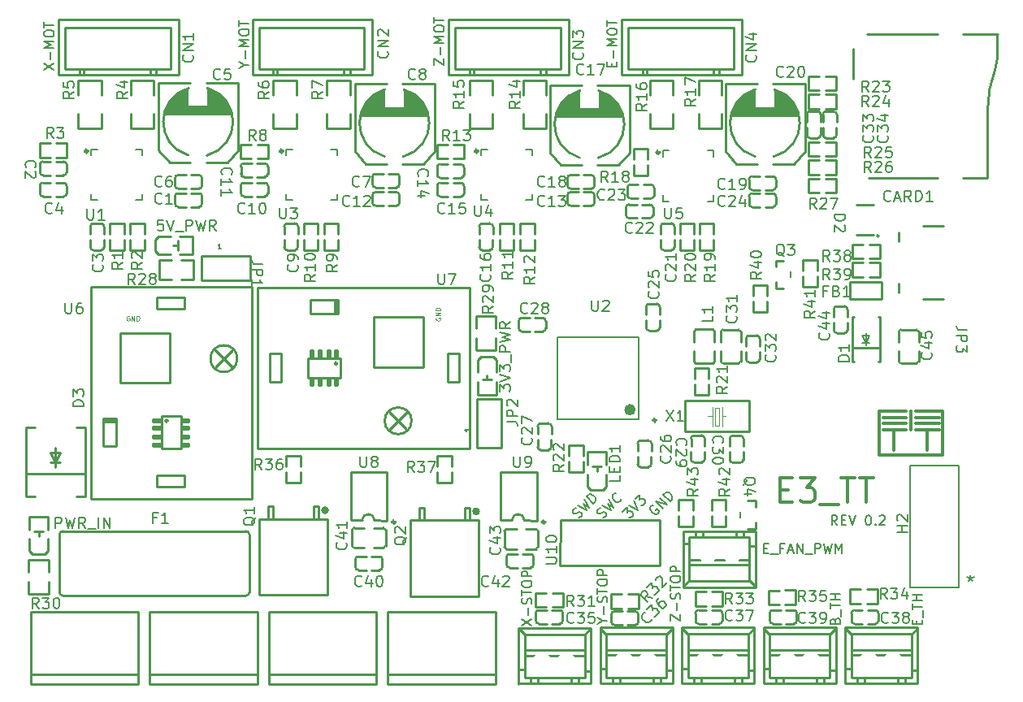
<source format=gto>
%TF.GenerationSoftware,KiCad,Pcbnew,5.1.7-a382d34a8~87~ubuntu20.04.1*%
%TF.CreationDate,2020-10-19T23:47:47+03:00*%
%TF.ProjectId,E3_Pcb,45335f50-6362-42e6-9b69-6361645f7063,rev?*%
%TF.SameCoordinates,Original*%
%TF.FileFunction,Legend,Top*%
%TF.FilePolarity,Positive*%
%FSLAX46Y46*%
G04 Gerber Fmt 4.6, Leading zero omitted, Abs format (unit mm)*
G04 Created by KiCad (PCBNEW 5.1.7-a382d34a8~87~ubuntu20.04.1) date 2020-10-19 23:47:47*
%MOMM*%
%LPD*%
G01*
G04 APERTURE LIST*
%ADD10C,0.152000*%
%ADD11C,0.203000*%
%ADD12C,0.356000*%
%ADD13C,0.254000*%
%ADD14C,0.200000*%
%ADD15C,0.300000*%
%ADD16C,0.100000*%
%ADD17C,0.600000*%
%ADD18C,0.400000*%
%ADD19C,0.127000*%
%ADD20C,0.305000*%
%ADD21C,0.150000*%
%ADD22R,0.900000X0.800000*%
%ADD23R,3.500000X3.500000*%
%ADD24O,0.280000X0.900000*%
%ADD25O,0.900000X0.280000*%
%ADD26R,0.800000X0.900000*%
%ADD27R,1.200000X2.900000*%
%ADD28R,1.800000X1.800000*%
%ADD29C,1.800000*%
%ADD30O,0.280000X1.800000*%
%ADD31O,1.800000X0.280000*%
%ADD32R,1.900000X2.400000*%
%ADD33R,1.550000X1.000000*%
%ADD34C,1.575000*%
%ADD35R,1.575000X1.575000*%
%ADD36R,1.600000X0.701000*%
%ADD37R,1.400000X1.600000*%
%ADD38R,2.200000X1.400000*%
%ADD39R,1.400000X1.801000*%
%ADD40C,1.100000*%
%ADD41R,1.000000X1.550000*%
%ADD42R,1.250000X0.700000*%
%ADD43R,1.016000X1.397000*%
%ADD44R,1.000000X0.700000*%
%ADD45R,1.930000X1.930000*%
%ADD46R,2.499000X0.500000*%
%ADD47R,2.499000X1.999000*%
%ADD48R,1.600000X3.000000*%
%ADD49R,6.000000X6.500000*%
%ADD50O,1.600000X0.600000*%
%ADD51C,2.000000*%
%ADD52R,2.000000X2.000000*%
%ADD53C,2.540000*%
%ADD54R,2.032000X2.032000*%
%ADD55C,2.032000*%
%ADD56R,1.900000X1.200000*%
%ADD57R,3.820000X3.030000*%
%ADD58R,1.500000X4.000000*%
%ADD59R,1.000000X1.400000*%
%ADD60R,1.400000X1.000000*%
%ADD61C,4.000000*%
G04 APERTURE END LIST*
D10*
X165343493Y-80983085D02*
X165480335Y-80914664D01*
X165651387Y-80743611D01*
X165685598Y-80640980D01*
X165685598Y-80572559D01*
X165651387Y-80469927D01*
X165582966Y-80401506D01*
X165480335Y-80367296D01*
X165411914Y-80367296D01*
X165309282Y-80401506D01*
X165138230Y-80504138D01*
X165035598Y-80538348D01*
X164967177Y-80538348D01*
X164864546Y-80504138D01*
X164796125Y-80435717D01*
X164761914Y-80333085D01*
X164761914Y-80264664D01*
X164796125Y-80162033D01*
X164967177Y-79990980D01*
X165104019Y-79922559D01*
X165309282Y-79648875D02*
X166198755Y-80196243D01*
X165822440Y-79546244D01*
X166472439Y-79922559D01*
X165925071Y-79033086D01*
X166917176Y-79477823D02*
X166198755Y-78759402D01*
X166369808Y-78588350D01*
X166506650Y-78519929D01*
X166643492Y-78519929D01*
X166746123Y-78554139D01*
X166917176Y-78656771D01*
X167019807Y-78759402D01*
X167122439Y-78930455D01*
X167156649Y-79033086D01*
X167156649Y-79169928D01*
X167088228Y-79306770D01*
X166917176Y-79477823D01*
X167883493Y-80983085D02*
X168020335Y-80914664D01*
X168191387Y-80743611D01*
X168225598Y-80640980D01*
X168225598Y-80572559D01*
X168191387Y-80469927D01*
X168122966Y-80401506D01*
X168020335Y-80367296D01*
X167951914Y-80367296D01*
X167849282Y-80401506D01*
X167678230Y-80504138D01*
X167575598Y-80538348D01*
X167507177Y-80538348D01*
X167404546Y-80504138D01*
X167336125Y-80435717D01*
X167301914Y-80333085D01*
X167301914Y-80264664D01*
X167336125Y-80162033D01*
X167507177Y-79990980D01*
X167644019Y-79922559D01*
X167849282Y-79648875D02*
X168738755Y-80196243D01*
X168362440Y-79546244D01*
X169012439Y-79922559D01*
X168465071Y-79033086D01*
X169799281Y-78998876D02*
X169799281Y-79067297D01*
X169730860Y-79204139D01*
X169662439Y-79272560D01*
X169525597Y-79340981D01*
X169388755Y-79340981D01*
X169286123Y-79306770D01*
X169115071Y-79204139D01*
X169012439Y-79101507D01*
X168909808Y-78930455D01*
X168875597Y-78827823D01*
X168875597Y-78690981D01*
X168944018Y-78554139D01*
X169012439Y-78485718D01*
X169149281Y-78417297D01*
X169217702Y-78417297D01*
X169959072Y-80333085D02*
X170403809Y-79888349D01*
X170438019Y-80401506D01*
X170540651Y-80298875D01*
X170643282Y-80264664D01*
X170711703Y-80264664D01*
X170814335Y-80298875D01*
X170985387Y-80469927D01*
X171019598Y-80572559D01*
X171019598Y-80640980D01*
X170985387Y-80743611D01*
X170780124Y-80948874D01*
X170677493Y-80983085D01*
X170609072Y-80983085D01*
X170609072Y-79683086D02*
X171566966Y-80162033D01*
X171088019Y-79204139D01*
X171259071Y-79033086D02*
X171703808Y-78588350D01*
X171738018Y-79101507D01*
X171840650Y-78998876D01*
X171943281Y-78964665D01*
X172011702Y-78964665D01*
X172114334Y-78998876D01*
X172285386Y-79169928D01*
X172319597Y-79272560D01*
X172319597Y-79340981D01*
X172285386Y-79443612D01*
X172080123Y-79648875D01*
X171977492Y-79683086D01*
X171909071Y-79683086D01*
X173105019Y-79668559D02*
X173002388Y-79702770D01*
X172899756Y-79805401D01*
X172831335Y-79942243D01*
X172831335Y-80079085D01*
X172865546Y-80181717D01*
X172968177Y-80352769D01*
X173070809Y-80455401D01*
X173241861Y-80558032D01*
X173344493Y-80592243D01*
X173481335Y-80592243D01*
X173618177Y-80523822D01*
X173686598Y-80455401D01*
X173755019Y-80318559D01*
X173755019Y-80250138D01*
X173515545Y-80010664D01*
X173378703Y-80147506D01*
X174131334Y-80010664D02*
X173412914Y-79292244D01*
X174541860Y-79600138D01*
X173823440Y-78881718D01*
X174883965Y-79258033D02*
X174165545Y-78539613D01*
X174336597Y-78368560D01*
X174473439Y-78300139D01*
X174610281Y-78300139D01*
X174712913Y-78334350D01*
X174883965Y-78436981D01*
X174986597Y-78539613D01*
X175089228Y-78710665D01*
X175123439Y-78813297D01*
X175123439Y-78950139D01*
X175055018Y-79086981D01*
X174883965Y-79258033D01*
D11*
X206198521Y-86922428D02*
X206198521Y-87285285D01*
X205835664Y-87140142D02*
X206198521Y-87285285D01*
X206561378Y-87140142D01*
X205980807Y-87575571D02*
X206198521Y-87285285D01*
X206416235Y-87575571D01*
D12*
X186383161Y-78050571D02*
X187229828Y-78050571D01*
X187592685Y-79381047D02*
X186383161Y-79381047D01*
X186383161Y-76841047D01*
X187592685Y-76841047D01*
X188439352Y-76841047D02*
X190011733Y-76841047D01*
X189165066Y-77808666D01*
X189527923Y-77808666D01*
X189769828Y-77929619D01*
X189890780Y-78050571D01*
X190011733Y-78292476D01*
X190011733Y-78897238D01*
X189890780Y-79139142D01*
X189769828Y-79260095D01*
X189527923Y-79381047D01*
X188802209Y-79381047D01*
X188560304Y-79260095D01*
X188439352Y-79139142D01*
X190495542Y-79622952D02*
X192430780Y-79622952D01*
X192672685Y-76841047D02*
X194124114Y-76841047D01*
X193398400Y-79381047D02*
X193398400Y-76841047D01*
X194607923Y-76841047D02*
X196059352Y-76841047D01*
X195333638Y-79381047D02*
X195333638Y-76841047D01*
D10*
X192310276Y-81739619D02*
X191971609Y-81255809D01*
X191729704Y-81739619D02*
X191729704Y-80723619D01*
X192116752Y-80723619D01*
X192213514Y-80772000D01*
X192261895Y-80820380D01*
X192310276Y-80917142D01*
X192310276Y-81062285D01*
X192261895Y-81159047D01*
X192213514Y-81207428D01*
X192116752Y-81255809D01*
X191729704Y-81255809D01*
X192745704Y-81207428D02*
X193084371Y-81207428D01*
X193229514Y-81739619D02*
X192745704Y-81739619D01*
X192745704Y-80723619D01*
X193229514Y-80723619D01*
X193519800Y-80723619D02*
X193858466Y-81739619D01*
X194197133Y-80723619D01*
X195503419Y-80723619D02*
X195600180Y-80723619D01*
X195696942Y-80772000D01*
X195745323Y-80820380D01*
X195793704Y-80917142D01*
X195842085Y-81110666D01*
X195842085Y-81352571D01*
X195793704Y-81546095D01*
X195745323Y-81642857D01*
X195696942Y-81691238D01*
X195600180Y-81739619D01*
X195503419Y-81739619D01*
X195406657Y-81691238D01*
X195358276Y-81642857D01*
X195309895Y-81546095D01*
X195261514Y-81352571D01*
X195261514Y-81110666D01*
X195309895Y-80917142D01*
X195358276Y-80820380D01*
X195406657Y-80772000D01*
X195503419Y-80723619D01*
X196277514Y-81642857D02*
X196325895Y-81691238D01*
X196277514Y-81739619D01*
X196229133Y-81691238D01*
X196277514Y-81642857D01*
X196277514Y-81739619D01*
X196712942Y-80820380D02*
X196761323Y-80772000D01*
X196858085Y-80723619D01*
X197099990Y-80723619D01*
X197196752Y-80772000D01*
X197245133Y-80820380D01*
X197293514Y-80917142D01*
X197293514Y-81013904D01*
X197245133Y-81159047D01*
X196664561Y-81739619D01*
X197293514Y-81739619D01*
X109679619Y-34300057D02*
X110695619Y-33622723D01*
X109679619Y-33622723D02*
X110695619Y-34300057D01*
X110308571Y-33235676D02*
X110308571Y-32461580D01*
X110695619Y-31977771D02*
X109679619Y-31977771D01*
X110405333Y-31639104D01*
X109679619Y-31300438D01*
X110695619Y-31300438D01*
X109679619Y-30623104D02*
X109679619Y-30429580D01*
X109728000Y-30332819D01*
X109824761Y-30236057D01*
X110018285Y-30187676D01*
X110356952Y-30187676D01*
X110550476Y-30236057D01*
X110647238Y-30332819D01*
X110695619Y-30429580D01*
X110695619Y-30623104D01*
X110647238Y-30719866D01*
X110550476Y-30816628D01*
X110356952Y-30865009D01*
X110018285Y-30865009D01*
X109824761Y-30816628D01*
X109728000Y-30719866D01*
X109679619Y-30623104D01*
X109679619Y-29897390D02*
X109679619Y-29316819D01*
X110695619Y-29607104D02*
X109679619Y-29607104D01*
X130531809Y-33755771D02*
X131015619Y-33755771D01*
X129999619Y-34094438D02*
X130531809Y-33755771D01*
X129999619Y-33417104D01*
X130628571Y-33078438D02*
X130628571Y-32304342D01*
X131015619Y-31820533D02*
X129999619Y-31820533D01*
X130725333Y-31481866D01*
X129999619Y-31143200D01*
X131015619Y-31143200D01*
X129999619Y-30465866D02*
X129999619Y-30272342D01*
X130048000Y-30175580D01*
X130144761Y-30078819D01*
X130338285Y-30030438D01*
X130676952Y-30030438D01*
X130870476Y-30078819D01*
X130967238Y-30175580D01*
X131015619Y-30272342D01*
X131015619Y-30465866D01*
X130967238Y-30562628D01*
X130870476Y-30659390D01*
X130676952Y-30707771D01*
X130338285Y-30707771D01*
X130144761Y-30659390D01*
X130048000Y-30562628D01*
X129999619Y-30465866D01*
X129999619Y-29740152D02*
X129999619Y-29159580D01*
X131015619Y-29449866D02*
X129999619Y-29449866D01*
X150319619Y-33792057D02*
X150319619Y-33114723D01*
X151335619Y-33792057D01*
X151335619Y-33114723D01*
X150948571Y-32727676D02*
X150948571Y-31953580D01*
X151335619Y-31469771D02*
X150319619Y-31469771D01*
X151045333Y-31131104D01*
X150319619Y-30792438D01*
X151335619Y-30792438D01*
X150319619Y-30115104D02*
X150319619Y-29921580D01*
X150368000Y-29824819D01*
X150464761Y-29728057D01*
X150658285Y-29679676D01*
X150996952Y-29679676D01*
X151190476Y-29728057D01*
X151287238Y-29824819D01*
X151335619Y-29921580D01*
X151335619Y-30115104D01*
X151287238Y-30211866D01*
X151190476Y-30308628D01*
X150996952Y-30357009D01*
X150658285Y-30357009D01*
X150464761Y-30308628D01*
X150368000Y-30211866D01*
X150319619Y-30115104D01*
X150319619Y-29389390D02*
X150319619Y-28808819D01*
X151335619Y-29099104D02*
X150319619Y-29099104D01*
X168837428Y-33949295D02*
X168837428Y-33610628D01*
X169369619Y-33465485D02*
X169369619Y-33949295D01*
X168353619Y-33949295D01*
X168353619Y-33465485D01*
X168982571Y-33030057D02*
X168982571Y-32255961D01*
X169369619Y-31772152D02*
X168353619Y-31772152D01*
X169079333Y-31433485D01*
X168353619Y-31094819D01*
X169369619Y-31094819D01*
X168353619Y-30417485D02*
X168353619Y-30223961D01*
X168402000Y-30127200D01*
X168498761Y-30030438D01*
X168692285Y-29982057D01*
X169030952Y-29982057D01*
X169224476Y-30030438D01*
X169321238Y-30127200D01*
X169369619Y-30223961D01*
X169369619Y-30417485D01*
X169321238Y-30514247D01*
X169224476Y-30611009D01*
X169030952Y-30659390D01*
X168692285Y-30659390D01*
X168498761Y-30611009D01*
X168402000Y-30514247D01*
X168353619Y-30417485D01*
X168353619Y-29691771D02*
X168353619Y-29111200D01*
X169369619Y-29401485D02*
X168353619Y-29401485D01*
D13*
%TO.C,C9*%
X135788000Y-53087000D02*
X134988000Y-53087000D01*
X136098000Y-51977000D02*
X136098000Y-52777000D01*
X134678000Y-51977000D02*
X134678000Y-52777000D01*
X136104000Y-51401000D02*
X136104000Y-50601000D01*
X135794000Y-50292000D02*
X134994000Y-50292000D01*
X134684000Y-51401000D02*
X134684000Y-50601000D01*
X136104000Y-50601000D02*
G75*
G03*
X135794000Y-50291000I-310000J0D01*
G01*
X134994000Y-50291000D02*
G75*
G03*
X134684000Y-50601000I0J-310000D01*
G01*
X135788000Y-53087000D02*
G75*
G03*
X136098000Y-52777000I0J310000D01*
G01*
X134678000Y-52777000D02*
G75*
G03*
X134988000Y-53087000I310000J0D01*
G01*
D14*
%TO.C,U3*%
X134891000Y-47862000D02*
X135541000Y-47862000D01*
X134891000Y-47212000D02*
X134891000Y-47862000D01*
X140191000Y-47862000D02*
X140191000Y-47212000D01*
X139541000Y-47862000D02*
X140191000Y-47862000D01*
X140191000Y-42562000D02*
X139541000Y-42562000D01*
X140191000Y-43212000D02*
X140191000Y-42562000D01*
X134891000Y-42562000D02*
X135541000Y-42562000D01*
X134891000Y-43212000D02*
X134891000Y-42562000D01*
D15*
X134540995Y-42760461D02*
G75*
G03*
X134541000Y-42763000I-149995J-1539D01*
G01*
D13*
%TO.C,R8*%
X132972000Y-43549000D02*
X132972000Y-42049000D01*
X130171000Y-43549000D02*
X130171000Y-42049000D01*
X131271000Y-43554000D02*
X130171000Y-43554000D01*
X131271000Y-42054000D02*
X130171000Y-42054000D01*
X131872000Y-43549000D02*
X132973000Y-43549000D01*
X131872000Y-42049000D02*
X132973000Y-42049000D01*
%TO.C,R9*%
X138823000Y-53089000D02*
X140323000Y-53089000D01*
X138823000Y-50288000D02*
X140323000Y-50288000D01*
X138818000Y-51388000D02*
X138818000Y-50288000D01*
X140318000Y-51388000D02*
X140318000Y-50288000D01*
X138823000Y-51989000D02*
X138823000Y-53090000D01*
X140323000Y-51989000D02*
X140323000Y-53090000D01*
%TO.C,R10*%
X138208000Y-50289000D02*
X136708000Y-50289000D01*
X138208000Y-53090000D02*
X136708000Y-53090000D01*
X138213000Y-51990000D02*
X138213000Y-53090000D01*
X136713000Y-51990000D02*
X136713000Y-53090000D01*
X138208000Y-51389000D02*
X138208000Y-50288000D01*
X136708000Y-51389000D02*
X136708000Y-50288000D01*
%TO.C,C11*%
X130176000Y-45145000D02*
X130176000Y-44345000D01*
X131286000Y-45455000D02*
X130486000Y-45455000D01*
X131286000Y-44035000D02*
X130486000Y-44035000D01*
X131862000Y-45461000D02*
X132662000Y-45461000D01*
X132971000Y-45151000D02*
X132971000Y-44351000D01*
X131862000Y-44041000D02*
X132662000Y-44041000D01*
X132662000Y-45461000D02*
G75*
G03*
X132972000Y-45151000I0J310000D01*
G01*
X132972000Y-44351000D02*
G75*
G03*
X132662000Y-44041000I-310000J0D01*
G01*
X130176000Y-45145000D02*
G75*
G03*
X130486000Y-45455000I310000J0D01*
G01*
X130486000Y-44035000D02*
G75*
G03*
X130176000Y-44345000I0J-310000D01*
G01*
%TO.C,C10*%
X130175000Y-47165000D02*
X130175000Y-46365000D01*
X131285000Y-47475000D02*
X130485000Y-47475000D01*
X131285000Y-46055000D02*
X130485000Y-46055000D01*
X131861000Y-47481000D02*
X132661000Y-47481000D01*
X132970000Y-47171000D02*
X132970000Y-46371000D01*
X131861000Y-46061000D02*
X132661000Y-46061000D01*
X132661000Y-47481000D02*
G75*
G03*
X132971000Y-47171000I0J310000D01*
G01*
X132971000Y-46371000D02*
G75*
G03*
X132661000Y-46061000I-310000J0D01*
G01*
X130175000Y-47165000D02*
G75*
G03*
X130485000Y-47475000I310000J0D01*
G01*
X130485000Y-46055000D02*
G75*
G03*
X130175000Y-46365000I0J-310000D01*
G01*
%TO.C,C12*%
X146685000Y-47346000D02*
X146685000Y-48146000D01*
X145575000Y-47036000D02*
X146375000Y-47036000D01*
X145575000Y-48456000D02*
X146375000Y-48456000D01*
X144999000Y-47030000D02*
X144199000Y-47030000D01*
X143890000Y-47340000D02*
X143890000Y-48140000D01*
X144999000Y-48450000D02*
X144199000Y-48450000D01*
X144199000Y-47030000D02*
G75*
G03*
X143889000Y-47340000I0J-310000D01*
G01*
X143889000Y-48140000D02*
G75*
G03*
X144199000Y-48450000I310000J0D01*
G01*
X146685000Y-47346000D02*
G75*
G03*
X146375000Y-47036000I-310000J0D01*
G01*
X146375000Y-48456000D02*
G75*
G03*
X146685000Y-48146000I0J310000D01*
G01*
%TO.C,C7*%
X146685000Y-45441000D02*
X146685000Y-46241000D01*
X145575000Y-45131000D02*
X146375000Y-45131000D01*
X145575000Y-46551000D02*
X146375000Y-46551000D01*
X144999000Y-45125000D02*
X144199000Y-45125000D01*
X143890000Y-45435000D02*
X143890000Y-46235000D01*
X144999000Y-46545000D02*
X144199000Y-46545000D01*
X144199000Y-45125000D02*
G75*
G03*
X143889000Y-45435000I0J-310000D01*
G01*
X143889000Y-46235000D02*
G75*
G03*
X144199000Y-46545000I310000J0D01*
G01*
X146685000Y-45441000D02*
G75*
G03*
X146375000Y-45131000I-310000J0D01*
G01*
X146375000Y-46551000D02*
G75*
G03*
X146685000Y-46241000I0J310000D01*
G01*
D16*
%TO.C,C8*%
G36*
X142570000Y-39192000D02*
G01*
X149758000Y-39192000D01*
X149555000Y-38659000D01*
X149403000Y-38278000D01*
X149225000Y-37897000D01*
X148996000Y-37567000D01*
X148666000Y-37186000D01*
X148361000Y-36957000D01*
X148031000Y-36703000D01*
X147777000Y-36601000D01*
X147371000Y-36424000D01*
X147117000Y-36347000D01*
X147117000Y-38151000D01*
X145186000Y-38151000D01*
X145186000Y-36347000D01*
X144551000Y-36627000D01*
X143942000Y-36881000D01*
X143612000Y-37262000D01*
X143256000Y-37643000D01*
X143053000Y-38024000D01*
X142799000Y-38506000D01*
X142697000Y-38786000D01*
X142494000Y-39192000D01*
X142570000Y-39192000D01*
G37*
D13*
X147003000Y-44089000D02*
X149245000Y-44089000D01*
X143182000Y-44089000D02*
X145341000Y-44089000D01*
X147013000Y-35778000D02*
X150332000Y-35778000D01*
X142032000Y-35778000D02*
X145351000Y-35778000D01*
X143182000Y-44089000D02*
X142032000Y-42789000D01*
X149192000Y-44089000D02*
X150332000Y-42779000D01*
X150332000Y-42779000D02*
X150332000Y-35778000D01*
X142032000Y-42779000D02*
X142032000Y-35778000D01*
X145186210Y-36321204D02*
G75*
G03*
X145142000Y-43320000I990790J-3505796D01*
G01*
X147090973Y-43331777D02*
G75*
G03*
X147135000Y-36334000I-913973J3504777D01*
G01*
%TO.C,CN2*%
X141541000Y-34188000D02*
X141541000Y-34823000D01*
X140914000Y-34188000D02*
X140914000Y-34823000D01*
X133983000Y-34188000D02*
X133983000Y-34823000D01*
X133541000Y-34188000D02*
X133541000Y-34823000D01*
X143041000Y-29885000D02*
X132041000Y-29885000D01*
X143041000Y-34188000D02*
X143041000Y-29885000D01*
X132041000Y-34188000D02*
X143041000Y-34188000D01*
X132041000Y-29885000D02*
X132041000Y-34188000D01*
X131378000Y-34823000D02*
X143874000Y-34823000D01*
X143874000Y-29007000D02*
X143874000Y-34798000D01*
X131378000Y-29007000D02*
X143874000Y-29007000D01*
X131375000Y-29017000D02*
X131375000Y-34817000D01*
%TO.C,C3*%
X115595000Y-53087000D02*
X114795000Y-53087000D01*
X115905000Y-51977000D02*
X115905000Y-52777000D01*
X114485000Y-51977000D02*
X114485000Y-52777000D01*
X115911000Y-51401000D02*
X115911000Y-50601000D01*
X115601000Y-50292000D02*
X114801000Y-50292000D01*
X114491000Y-51401000D02*
X114491000Y-50601000D01*
X115911000Y-50601000D02*
G75*
G03*
X115601000Y-50291000I-310000J0D01*
G01*
X114801000Y-50291000D02*
G75*
G03*
X114491000Y-50601000I0J-310000D01*
G01*
X115595000Y-53087000D02*
G75*
G03*
X115905000Y-52777000I0J310000D01*
G01*
X114485000Y-52777000D02*
G75*
G03*
X114795000Y-53087000I310000J0D01*
G01*
%TO.C,R3*%
X112017000Y-43422000D02*
X112017000Y-41922000D01*
X109216000Y-43422000D02*
X109216000Y-41922000D01*
X110316000Y-43427000D02*
X109216000Y-43427000D01*
X110316000Y-41927000D02*
X109216000Y-41927000D01*
X110917000Y-43422000D02*
X112018000Y-43422000D01*
X110917000Y-41922000D02*
X112018000Y-41922000D01*
%TO.C,R2*%
X118630000Y-53089000D02*
X120130000Y-53089000D01*
X118630000Y-50288000D02*
X120130000Y-50288000D01*
X118625000Y-51388000D02*
X118625000Y-50288000D01*
X120125000Y-51388000D02*
X120125000Y-50288000D01*
X118630000Y-51989000D02*
X118630000Y-53090000D01*
X120130000Y-51989000D02*
X120130000Y-53090000D01*
%TO.C,R1*%
X118015000Y-50289000D02*
X116515000Y-50289000D01*
X118015000Y-53090000D02*
X116515000Y-53090000D01*
X118020000Y-51990000D02*
X118020000Y-53090000D01*
X116520000Y-51990000D02*
X116520000Y-53090000D01*
X118015000Y-51389000D02*
X118015000Y-50288000D01*
X116515000Y-51389000D02*
X116515000Y-50288000D01*
%TO.C,C4*%
X109220000Y-47165000D02*
X109220000Y-46365000D01*
X110330000Y-47475000D02*
X109530000Y-47475000D01*
X110330000Y-46055000D02*
X109530000Y-46055000D01*
X110906000Y-47481000D02*
X111706000Y-47481000D01*
X112015000Y-47171000D02*
X112015000Y-46371000D01*
X110906000Y-46061000D02*
X111706000Y-46061000D01*
X111706000Y-47481000D02*
G75*
G03*
X112016000Y-47171000I0J310000D01*
G01*
X112016000Y-46371000D02*
G75*
G03*
X111706000Y-46061000I-310000J0D01*
G01*
X109220000Y-47165000D02*
G75*
G03*
X109530000Y-47475000I310000J0D01*
G01*
X109530000Y-46055000D02*
G75*
G03*
X109220000Y-46365000I0J-310000D01*
G01*
%TO.C,C6*%
X126111000Y-45568000D02*
X126111000Y-46368000D01*
X125001000Y-45258000D02*
X125801000Y-45258000D01*
X125001000Y-46678000D02*
X125801000Y-46678000D01*
X124425000Y-45252000D02*
X123625000Y-45252000D01*
X123316000Y-45562000D02*
X123316000Y-46362000D01*
X124425000Y-46672000D02*
X123625000Y-46672000D01*
X123625000Y-45252000D02*
G75*
G03*
X123315000Y-45562000I0J-310000D01*
G01*
X123315000Y-46362000D02*
G75*
G03*
X123625000Y-46672000I310000J0D01*
G01*
X126111000Y-45568000D02*
G75*
G03*
X125801000Y-45258000I-310000J0D01*
G01*
X125801000Y-46678000D02*
G75*
G03*
X126111000Y-46368000I0J310000D01*
G01*
D16*
%TO.C,C5*%
G36*
X122123000Y-39065000D02*
G01*
X129311000Y-39065000D01*
X129108000Y-38532000D01*
X128956000Y-38151000D01*
X128778000Y-37770000D01*
X128549000Y-37440000D01*
X128219000Y-37059000D01*
X127914000Y-36830000D01*
X127584000Y-36576000D01*
X127330000Y-36474000D01*
X126924000Y-36297000D01*
X126670000Y-36220000D01*
X126670000Y-38024000D01*
X124739000Y-38024000D01*
X124739000Y-36220000D01*
X124104000Y-36500000D01*
X123495000Y-36754000D01*
X123165000Y-37135000D01*
X122809000Y-37516000D01*
X122606000Y-37897000D01*
X122352000Y-38379000D01*
X122250000Y-38659000D01*
X122047000Y-39065000D01*
X122123000Y-39065000D01*
G37*
D13*
X126556000Y-43962000D02*
X128798000Y-43962000D01*
X122735000Y-43962000D02*
X124894000Y-43962000D01*
X126566000Y-35651000D02*
X129885000Y-35651000D01*
X121585000Y-35651000D02*
X124905000Y-35651000D01*
X122735000Y-43962000D02*
X121585000Y-42662000D01*
X128745000Y-43962000D02*
X129885000Y-42652000D01*
X129885000Y-42652000D02*
X129885000Y-35651000D01*
X121585000Y-42652000D02*
X121585000Y-35651000D01*
X124739210Y-36194204D02*
G75*
G03*
X124695000Y-43193000I990790J-3505796D01*
G01*
X126643973Y-43204777D02*
G75*
G03*
X126688000Y-36207000I-913973J3504777D01*
G01*
D14*
%TO.C,U2*%
X163136000Y-62171000D02*
X163136000Y-70671000D01*
X171636000Y-62171000D02*
X163136000Y-62171000D01*
X171636000Y-70671000D02*
X171636000Y-62171000D01*
X163136000Y-70671000D02*
X171636000Y-70671000D01*
D17*
X170410992Y-69720079D02*
G75*
G03*
X170411000Y-69715000I300008J2079D01*
G01*
D15*
X173137005Y-70820539D02*
G75*
G03*
X173137000Y-70818000I149995J1539D01*
G01*
D13*
%TO.C,C2*%
X109221000Y-44954000D02*
X109221000Y-44154000D01*
X110331000Y-45264000D02*
X109531000Y-45264000D01*
X110331000Y-43844000D02*
X109531000Y-43844000D01*
X110907000Y-45270000D02*
X111707000Y-45270000D01*
X112016000Y-44960000D02*
X112016000Y-44160000D01*
X110907000Y-43850000D02*
X111707000Y-43850000D01*
X111707000Y-45270000D02*
G75*
G03*
X112017000Y-44960000I0J310000D01*
G01*
X112017000Y-44160000D02*
G75*
G03*
X111707000Y-43850000I-310000J0D01*
G01*
X109221000Y-44954000D02*
G75*
G03*
X109531000Y-45264000I310000J0D01*
G01*
X109531000Y-43844000D02*
G75*
G03*
X109221000Y-44154000I0J-310000D01*
G01*
%TO.C,C1*%
X126111000Y-47473000D02*
X126111000Y-48273000D01*
X125001000Y-47163000D02*
X125801000Y-47163000D01*
X125001000Y-48583000D02*
X125801000Y-48583000D01*
X124425000Y-47157000D02*
X123625000Y-47157000D01*
X123316000Y-47467000D02*
X123316000Y-48267000D01*
X124425000Y-48577000D02*
X123625000Y-48577000D01*
X123625000Y-47157000D02*
G75*
G03*
X123315000Y-47467000I0J-310000D01*
G01*
X123315000Y-48267000D02*
G75*
G03*
X123625000Y-48577000I310000J0D01*
G01*
X126111000Y-47473000D02*
G75*
G03*
X125801000Y-47163000I-310000J0D01*
G01*
X125801000Y-48583000D02*
G75*
G03*
X126111000Y-48273000I0J310000D01*
G01*
%TO.C,CN1*%
X121348000Y-34188000D02*
X121348000Y-34823000D01*
X120721000Y-34188000D02*
X120721000Y-34823000D01*
X113790000Y-34188000D02*
X113790000Y-34823000D01*
X113348000Y-34188000D02*
X113348000Y-34823000D01*
X122848000Y-29885000D02*
X111848000Y-29885000D01*
X122848000Y-34188000D02*
X122848000Y-29885000D01*
X111848000Y-34188000D02*
X122848000Y-34188000D01*
X111848000Y-29885000D02*
X111848000Y-34188000D01*
X111185000Y-34823000D02*
X123681000Y-34823000D01*
X123681000Y-29007000D02*
X123681000Y-34798000D01*
X111185000Y-29007000D02*
X123681000Y-29007000D01*
X111182000Y-29017000D02*
X111182000Y-34817000D01*
%TO.C,C16*%
X156108000Y-53086000D02*
X155308000Y-53086000D01*
X156418000Y-51976000D02*
X156418000Y-52776000D01*
X154998000Y-51976000D02*
X154998000Y-52776000D01*
X156424000Y-51400000D02*
X156424000Y-50600000D01*
X156114000Y-50291000D02*
X155314000Y-50291000D01*
X155004000Y-51400000D02*
X155004000Y-50600000D01*
X156424000Y-50600000D02*
G75*
G03*
X156114000Y-50290000I-310000J0D01*
G01*
X155314000Y-50290000D02*
G75*
G03*
X155004000Y-50600000I0J-310000D01*
G01*
X156108000Y-53086000D02*
G75*
G03*
X156418000Y-52776000I0J310000D01*
G01*
X154998000Y-52776000D02*
G75*
G03*
X155308000Y-53086000I310000J0D01*
G01*
D14*
%TO.C,U4*%
X155211000Y-47862000D02*
X155861000Y-47862000D01*
X155211000Y-47212000D02*
X155211000Y-47862000D01*
X160511000Y-47862000D02*
X160511000Y-47212000D01*
X159861000Y-47862000D02*
X160511000Y-47862000D01*
X160511000Y-42562000D02*
X159861000Y-42562000D01*
X160511000Y-43212000D02*
X160511000Y-42562000D01*
X155211000Y-42562000D02*
X155861000Y-42562000D01*
X155211000Y-43212000D02*
X155211000Y-42562000D01*
D15*
X154860995Y-42760461D02*
G75*
G03*
X154861000Y-42763000I-149995J-1539D01*
G01*
D13*
%TO.C,R12*%
X159270000Y-53089000D02*
X160770000Y-53089000D01*
X159270000Y-50288000D02*
X160770000Y-50288000D01*
X159265000Y-51388000D02*
X159265000Y-50288000D01*
X160765000Y-51388000D02*
X160765000Y-50288000D01*
X159270000Y-51989000D02*
X159270000Y-53090000D01*
X160770000Y-51989000D02*
X160770000Y-53090000D01*
%TO.C,R11*%
X158611000Y-50289000D02*
X157111000Y-50289000D01*
X158611000Y-53090000D02*
X157111000Y-53090000D01*
X158616000Y-51990000D02*
X158616000Y-53090000D01*
X157116000Y-51990000D02*
X157116000Y-53090000D01*
X158611000Y-51389000D02*
X158611000Y-50288000D01*
X157111000Y-51389000D02*
X157111000Y-50288000D01*
%TO.C,R13*%
X153419000Y-43549000D02*
X153419000Y-42049000D01*
X150618000Y-43549000D02*
X150618000Y-42049000D01*
X151718000Y-43554000D02*
X150618000Y-43554000D01*
X151718000Y-42054000D02*
X150618000Y-42054000D01*
X152319000Y-43549000D02*
X153420000Y-43549000D01*
X152319000Y-42049000D02*
X153420000Y-42049000D01*
%TO.C,C14*%
X150622000Y-45237000D02*
X150622000Y-44437000D01*
X151732000Y-45547000D02*
X150932000Y-45547000D01*
X151732000Y-44127000D02*
X150932000Y-44127000D01*
X152308000Y-45553000D02*
X153108000Y-45553000D01*
X153417000Y-45243000D02*
X153417000Y-44443000D01*
X152308000Y-44133000D02*
X153108000Y-44133000D01*
X153108000Y-45553000D02*
G75*
G03*
X153418000Y-45243000I0J310000D01*
G01*
X153418000Y-44443000D02*
G75*
G03*
X153108000Y-44133000I-310000J0D01*
G01*
X150622000Y-45237000D02*
G75*
G03*
X150932000Y-45547000I310000J0D01*
G01*
X150932000Y-44127000D02*
G75*
G03*
X150622000Y-44437000I0J-310000D01*
G01*
%TO.C,C13*%
X167005000Y-47346000D02*
X167005000Y-48146000D01*
X165895000Y-47036000D02*
X166695000Y-47036000D01*
X165895000Y-48456000D02*
X166695000Y-48456000D01*
X165319000Y-47030000D02*
X164519000Y-47030000D01*
X164210000Y-47340000D02*
X164210000Y-48140000D01*
X165319000Y-48450000D02*
X164519000Y-48450000D01*
X164519000Y-47030000D02*
G75*
G03*
X164209000Y-47340000I0J-310000D01*
G01*
X164209000Y-48140000D02*
G75*
G03*
X164519000Y-48450000I310000J0D01*
G01*
X167005000Y-47346000D02*
G75*
G03*
X166695000Y-47036000I-310000J0D01*
G01*
X166695000Y-48456000D02*
G75*
G03*
X167005000Y-48146000I0J310000D01*
G01*
%TO.C,C18*%
X167005000Y-45568000D02*
X167005000Y-46368000D01*
X165895000Y-45258000D02*
X166695000Y-45258000D01*
X165895000Y-46678000D02*
X166695000Y-46678000D01*
X165319000Y-45252000D02*
X164519000Y-45252000D01*
X164210000Y-45562000D02*
X164210000Y-46362000D01*
X165319000Y-46672000D02*
X164519000Y-46672000D01*
X164519000Y-45252000D02*
G75*
G03*
X164209000Y-45562000I0J-310000D01*
G01*
X164209000Y-46362000D02*
G75*
G03*
X164519000Y-46672000I310000J0D01*
G01*
X167005000Y-45568000D02*
G75*
G03*
X166695000Y-45258000I-310000J0D01*
G01*
X166695000Y-46678000D02*
G75*
G03*
X167005000Y-46368000I0J310000D01*
G01*
%TO.C,C15*%
X150622000Y-47183000D02*
X150622000Y-46383000D01*
X151732000Y-47493000D02*
X150932000Y-47493000D01*
X151732000Y-46073000D02*
X150932000Y-46073000D01*
X152308000Y-47499000D02*
X153108000Y-47499000D01*
X153417000Y-47189000D02*
X153417000Y-46389000D01*
X152308000Y-46079000D02*
X153108000Y-46079000D01*
X153108000Y-47499000D02*
G75*
G03*
X153418000Y-47189000I0J310000D01*
G01*
X153418000Y-46389000D02*
G75*
G03*
X153108000Y-46079000I-310000J0D01*
G01*
X150622000Y-47183000D02*
G75*
G03*
X150932000Y-47493000I310000J0D01*
G01*
X150932000Y-46073000D02*
G75*
G03*
X150622000Y-46383000I0J-310000D01*
G01*
D16*
%TO.C,C17*%
G36*
X162890000Y-39319000D02*
G01*
X170078000Y-39319000D01*
X169875000Y-38786000D01*
X169723000Y-38405000D01*
X169545000Y-38024000D01*
X169316000Y-37694000D01*
X168986000Y-37313000D01*
X168681000Y-37084000D01*
X168351000Y-36830000D01*
X168097000Y-36728000D01*
X167691000Y-36551000D01*
X167437000Y-36474000D01*
X167437000Y-38278000D01*
X165506000Y-38278000D01*
X165506000Y-36474000D01*
X164871000Y-36754000D01*
X164262000Y-37008000D01*
X163932000Y-37389000D01*
X163576000Y-37770000D01*
X163373000Y-38151000D01*
X163119000Y-38633000D01*
X163017000Y-38913000D01*
X162814000Y-39319000D01*
X162890000Y-39319000D01*
G37*
D13*
X167323000Y-44216000D02*
X169565000Y-44216000D01*
X163502000Y-44216000D02*
X165661000Y-44216000D01*
X167333000Y-35905000D02*
X170652000Y-35905000D01*
X162352000Y-35905000D02*
X165671000Y-35905000D01*
X163502000Y-44216000D02*
X162352000Y-42916000D01*
X169512000Y-44216000D02*
X170652000Y-42906000D01*
X170652000Y-42906000D02*
X170652000Y-35905000D01*
X162352000Y-42906000D02*
X162352000Y-35905000D01*
X165506210Y-36448204D02*
G75*
G03*
X165462000Y-43447000I990790J-3505796D01*
G01*
X167410973Y-43458777D02*
G75*
G03*
X167455000Y-36461000I-913973J3504777D01*
G01*
%TO.C,CN3*%
X161988000Y-34188000D02*
X161988000Y-34823000D01*
X161361000Y-34188000D02*
X161361000Y-34823000D01*
X154430000Y-34188000D02*
X154430000Y-34823000D01*
X153988000Y-34188000D02*
X153988000Y-34823000D01*
X163488000Y-29885000D02*
X152488000Y-29885000D01*
X163488000Y-34188000D02*
X163488000Y-29885000D01*
X152488000Y-34188000D02*
X163488000Y-34188000D01*
X152488000Y-29885000D02*
X152488000Y-34188000D01*
X151825000Y-34823000D02*
X164321000Y-34823000D01*
X164321000Y-29007000D02*
X164321000Y-34798000D01*
X151825000Y-29007000D02*
X164321000Y-29007000D01*
X151822000Y-29017000D02*
X151822000Y-34817000D01*
%TO.C,C21*%
X175031000Y-53086000D02*
X174231000Y-53086000D01*
X175341000Y-51976000D02*
X175341000Y-52776000D01*
X173921000Y-51976000D02*
X173921000Y-52776000D01*
X175347000Y-51400000D02*
X175347000Y-50600000D01*
X175037000Y-50291000D02*
X174237000Y-50291000D01*
X173927000Y-51400000D02*
X173927000Y-50600000D01*
X175347000Y-50600000D02*
G75*
G03*
X175037000Y-50290000I-310000J0D01*
G01*
X174237000Y-50290000D02*
G75*
G03*
X173927000Y-50600000I0J-310000D01*
G01*
X175031000Y-53086000D02*
G75*
G03*
X175341000Y-52776000I0J310000D01*
G01*
X173921000Y-52776000D02*
G75*
G03*
X174231000Y-53086000I310000J0D01*
G01*
D14*
%TO.C,U5*%
X174134000Y-47989000D02*
X174784000Y-47989000D01*
X174134000Y-47339000D02*
X174134000Y-47989000D01*
X179434000Y-47989000D02*
X179434000Y-47339000D01*
X178784000Y-47989000D02*
X179434000Y-47989000D01*
X179434000Y-42689000D02*
X178784000Y-42689000D01*
X179434000Y-43339000D02*
X179434000Y-42689000D01*
X174134000Y-42689000D02*
X174784000Y-42689000D01*
X174134000Y-43339000D02*
X174134000Y-42689000D01*
D15*
X173783995Y-42887461D02*
G75*
G03*
X173784000Y-42890000I-149995J-1539D01*
G01*
D13*
%TO.C,R20*%
X177407000Y-50289000D02*
X175907000Y-50289000D01*
X177407000Y-53090000D02*
X175907000Y-53090000D01*
X177412000Y-51990000D02*
X177412000Y-53090000D01*
X175912000Y-51990000D02*
X175912000Y-53090000D01*
X177407000Y-51389000D02*
X177407000Y-50288000D01*
X175907000Y-51389000D02*
X175907000Y-50288000D01*
%TO.C,R19*%
X177939000Y-53089000D02*
X179439000Y-53089000D01*
X177939000Y-50288000D02*
X179439000Y-50288000D01*
X177934000Y-51388000D02*
X177934000Y-50288000D01*
X179434000Y-51388000D02*
X179434000Y-50288000D01*
X177939000Y-51989000D02*
X177939000Y-53090000D01*
X179439000Y-51989000D02*
X179439000Y-53090000D01*
%TO.C,R18*%
X171081000Y-45342000D02*
X172581000Y-45342000D01*
X171081000Y-42541000D02*
X172581000Y-42541000D01*
X171076000Y-43641000D02*
X171076000Y-42541000D01*
X172576000Y-43641000D02*
X172576000Y-42541000D01*
X171081000Y-44242000D02*
X171081000Y-45343000D01*
X172581000Y-44242000D02*
X172581000Y-45343000D01*
%TO.C,C23*%
X173228000Y-46584000D02*
X173228000Y-47384000D01*
X172118000Y-46274000D02*
X172918000Y-46274000D01*
X172118000Y-47694000D02*
X172918000Y-47694000D01*
X171542000Y-46268000D02*
X170742000Y-46268000D01*
X170433000Y-46578000D02*
X170433000Y-47378000D01*
X171542000Y-47688000D02*
X170742000Y-47688000D01*
X170742000Y-46268000D02*
G75*
G03*
X170432000Y-46578000I0J-310000D01*
G01*
X170432000Y-47378000D02*
G75*
G03*
X170742000Y-47688000I310000J0D01*
G01*
X173228000Y-46584000D02*
G75*
G03*
X172918000Y-46274000I-310000J0D01*
G01*
X172918000Y-47694000D02*
G75*
G03*
X173228000Y-47384000I0J310000D01*
G01*
%TO.C,C24*%
X185928000Y-47473000D02*
X185928000Y-48273000D01*
X184818000Y-47163000D02*
X185618000Y-47163000D01*
X184818000Y-48583000D02*
X185618000Y-48583000D01*
X184242000Y-47157000D02*
X183442000Y-47157000D01*
X183133000Y-47467000D02*
X183133000Y-48267000D01*
X184242000Y-48577000D02*
X183442000Y-48577000D01*
X183442000Y-47157000D02*
G75*
G03*
X183132000Y-47467000I0J-310000D01*
G01*
X183132000Y-48267000D02*
G75*
G03*
X183442000Y-48577000I310000J0D01*
G01*
X185928000Y-47473000D02*
G75*
G03*
X185618000Y-47163000I-310000J0D01*
G01*
X185618000Y-48583000D02*
G75*
G03*
X185928000Y-48273000I0J310000D01*
G01*
%TO.C,C19*%
X185928000Y-45695000D02*
X185928000Y-46495000D01*
X184818000Y-45385000D02*
X185618000Y-45385000D01*
X184818000Y-46805000D02*
X185618000Y-46805000D01*
X184242000Y-45379000D02*
X183442000Y-45379000D01*
X183133000Y-45689000D02*
X183133000Y-46489000D01*
X184242000Y-46799000D02*
X183442000Y-46799000D01*
X183442000Y-45379000D02*
G75*
G03*
X183132000Y-45689000I0J-310000D01*
G01*
X183132000Y-46489000D02*
G75*
G03*
X183442000Y-46799000I310000J0D01*
G01*
X185928000Y-45695000D02*
G75*
G03*
X185618000Y-45385000I-310000J0D01*
G01*
X185618000Y-46805000D02*
G75*
G03*
X185928000Y-46495000I0J310000D01*
G01*
%TO.C,C22*%
X170307000Y-49428000D02*
X170307000Y-48628000D01*
X171417000Y-49738000D02*
X170617000Y-49738000D01*
X171417000Y-48318000D02*
X170617000Y-48318000D01*
X171993000Y-49744000D02*
X172793000Y-49744000D01*
X173102000Y-49434000D02*
X173102000Y-48634000D01*
X171993000Y-48324000D02*
X172793000Y-48324000D01*
X172793000Y-49744000D02*
G75*
G03*
X173103000Y-49434000I0J310000D01*
G01*
X173103000Y-48634000D02*
G75*
G03*
X172793000Y-48324000I-310000J0D01*
G01*
X170307000Y-49428000D02*
G75*
G03*
X170617000Y-49738000I310000J0D01*
G01*
X170617000Y-48318000D02*
G75*
G03*
X170307000Y-48628000I0J-310000D01*
G01*
D16*
%TO.C,C20*%
G36*
X181178000Y-39192000D02*
G01*
X188366000Y-39192000D01*
X188163000Y-38659000D01*
X188011000Y-38278000D01*
X187833000Y-37897000D01*
X187604000Y-37567000D01*
X187274000Y-37186000D01*
X186969000Y-36957000D01*
X186639000Y-36703000D01*
X186385000Y-36601000D01*
X185979000Y-36424000D01*
X185725000Y-36347000D01*
X185725000Y-38151000D01*
X183794000Y-38151000D01*
X183794000Y-36347000D01*
X183159000Y-36627000D01*
X182550000Y-36881000D01*
X182220000Y-37262000D01*
X181864000Y-37643000D01*
X181661000Y-38024000D01*
X181407000Y-38506000D01*
X181305000Y-38786000D01*
X181102000Y-39192000D01*
X181178000Y-39192000D01*
G37*
D13*
X185611000Y-44089000D02*
X187853000Y-44089000D01*
X181790000Y-44089000D02*
X183949000Y-44089000D01*
X185621000Y-35778000D02*
X188940000Y-35778000D01*
X180640000Y-35778000D02*
X183959000Y-35778000D01*
X181790000Y-44089000D02*
X180640000Y-42789000D01*
X187800000Y-44089000D02*
X188940000Y-42779000D01*
X188940000Y-42779000D02*
X188940000Y-35778000D01*
X180640000Y-42779000D02*
X180640000Y-35778000D01*
X183794210Y-36321204D02*
G75*
G03*
X183750000Y-43320000I990790J-3505796D01*
G01*
X185698973Y-43331777D02*
G75*
G03*
X185743000Y-36334000I-913973J3504777D01*
G01*
%TO.C,CN4*%
X180022000Y-34188000D02*
X180022000Y-34823000D01*
X179395000Y-34188000D02*
X179395000Y-34823000D01*
X172464000Y-34188000D02*
X172464000Y-34823000D01*
X172022000Y-34188000D02*
X172022000Y-34823000D01*
X181522000Y-29885000D02*
X170522000Y-29885000D01*
X181522000Y-34188000D02*
X181522000Y-29885000D01*
X170522000Y-34188000D02*
X181522000Y-34188000D01*
X170522000Y-29885000D02*
X170522000Y-34188000D01*
X169859000Y-34823000D02*
X182355000Y-34823000D01*
X182355000Y-29007000D02*
X182355000Y-34798000D01*
X169859000Y-29007000D02*
X182355000Y-29007000D01*
X169856000Y-29017000D02*
X169856000Y-34817000D01*
%TO.C,R21*%
X177431000Y-68202000D02*
X178931000Y-68202000D01*
X177431000Y-65401000D02*
X178931000Y-65401000D01*
X177426000Y-66501000D02*
X177426000Y-65401000D01*
X178926000Y-66501000D02*
X178926000Y-65401000D01*
X177431000Y-67102000D02*
X177431000Y-68203000D01*
X178931000Y-67102000D02*
X178931000Y-68203000D01*
%TO.C,R22*%
X165850000Y-73403000D02*
X164350000Y-73403000D01*
X165850000Y-76204000D02*
X164350000Y-76204000D01*
X165855000Y-75104000D02*
X165855000Y-76204000D01*
X164355000Y-75104000D02*
X164355000Y-76204000D01*
X165850000Y-74503000D02*
X165850000Y-73402000D01*
X164350000Y-74503000D02*
X164350000Y-73402000D01*
%TO.C,C33*%
X190271000Y-41402000D02*
X189471000Y-41402000D01*
X190581000Y-40292000D02*
X190581000Y-41092000D01*
X189161000Y-40292000D02*
X189161000Y-41092000D01*
X190587000Y-39716000D02*
X190587000Y-38916000D01*
X190277000Y-38607000D02*
X189477000Y-38607000D01*
X189167000Y-39716000D02*
X189167000Y-38916000D01*
X190587000Y-38916000D02*
G75*
G03*
X190277000Y-38606000I-310000J0D01*
G01*
X189477000Y-38606000D02*
G75*
G03*
X189167000Y-38916000I0J-310000D01*
G01*
X190271000Y-41402000D02*
G75*
G03*
X190581000Y-41092000I0J310000D01*
G01*
X189161000Y-41092000D02*
G75*
G03*
X189471000Y-41402000I310000J0D01*
G01*
D16*
%TO.C,X1*%
X178855000Y-70395000D02*
X179211000Y-70395000D01*
X179312000Y-69404000D02*
X179312000Y-71504000D01*
X180012000Y-69505000D02*
X179612000Y-69505000D01*
X180012000Y-71404000D02*
X180012000Y-69505000D01*
X179612000Y-71404000D02*
X180012000Y-71404000D01*
X179612000Y-69505000D02*
X179612000Y-71404000D01*
X180312000Y-69404000D02*
X180312000Y-71504000D01*
X180412000Y-70404000D02*
X180712000Y-70404000D01*
D13*
X176470000Y-71095000D02*
X176470000Y-69695000D01*
X183120000Y-69695000D02*
X183120000Y-71095000D01*
X176470000Y-71995000D02*
X176470000Y-71095000D01*
X183120000Y-71995000D02*
X176470000Y-71995000D01*
X183120000Y-71095000D02*
X183120000Y-71995000D01*
X183120000Y-68795000D02*
X183120000Y-69695000D01*
X176470000Y-68795000D02*
X183120000Y-68795000D01*
X176470000Y-69695000D02*
X176470000Y-68795000D01*
%TO.C,C31*%
X182069000Y-61369000D02*
X182029000Y-61369000D01*
X180389000Y-61369000D02*
X180429000Y-61369000D01*
X182069000Y-64869000D02*
X182029000Y-64869000D01*
X180389000Y-64869000D02*
X180429000Y-64869000D01*
X180409000Y-64869000D02*
X180429000Y-64869000D01*
X180189000Y-63619000D02*
X180189000Y-64669000D01*
X182269000Y-63619000D02*
X182269000Y-64669000D01*
X180189000Y-62619000D02*
X180189000Y-61569000D01*
X182269000Y-62619000D02*
X182269000Y-61569000D01*
X180429000Y-64869000D02*
X182029000Y-64869000D01*
X180429000Y-61369000D02*
X182029000Y-61369000D01*
X180189000Y-64669000D02*
G75*
G03*
X180389000Y-64869000I200000J0D01*
G01*
X182069000Y-64869000D02*
G75*
G03*
X182269000Y-64669000I0J200000D01*
G01*
X180389000Y-61369000D02*
G75*
G03*
X180189000Y-61569000I0J-200000D01*
G01*
X182269000Y-61569000D02*
G75*
G03*
X182069000Y-61369000I-200000J0D01*
G01*
%TO.C,L1*%
X177355000Y-61519000D02*
X177535000Y-61339000D01*
X177355000Y-61569000D02*
X177355000Y-61519000D01*
X177355000Y-64719000D02*
X177535000Y-64899000D01*
X177355000Y-64669000D02*
X177355000Y-64719000D01*
X179515000Y-61519000D02*
X179335000Y-61339000D01*
X179515000Y-61569000D02*
X179515000Y-61519000D01*
X179515000Y-64719000D02*
X179335000Y-64899000D01*
X179515000Y-64669000D02*
X179515000Y-64719000D01*
X179335000Y-64899000D02*
X177535000Y-64899000D01*
X179335000Y-61339000D02*
X177535000Y-61339000D01*
X177355000Y-63619000D02*
X177355000Y-64669000D01*
X179515000Y-63619000D02*
X179515000Y-64669000D01*
X177355000Y-62619000D02*
X177355000Y-61569000D01*
X179515000Y-62619000D02*
X179515000Y-61569000D01*
%TO.C,R27*%
X192154000Y-47105000D02*
X192154000Y-45605000D01*
X189353000Y-47105000D02*
X189353000Y-45605000D01*
X190453000Y-47110000D02*
X189353000Y-47110000D01*
X190453000Y-45610000D02*
X189353000Y-45610000D01*
X191054000Y-47105000D02*
X192155000Y-47105000D01*
X191054000Y-45605000D02*
X192155000Y-45605000D01*
%TO.C,C34*%
X191922000Y-41402000D02*
X191122000Y-41402000D01*
X192232000Y-40292000D02*
X192232000Y-41092000D01*
X190812000Y-40292000D02*
X190812000Y-41092000D01*
X192238000Y-39716000D02*
X192238000Y-38916000D01*
X191928000Y-38607000D02*
X191128000Y-38607000D01*
X190818000Y-39716000D02*
X190818000Y-38916000D01*
X192238000Y-38916000D02*
G75*
G03*
X191928000Y-38606000I-310000J0D01*
G01*
X191128000Y-38606000D02*
G75*
G03*
X190818000Y-38916000I0J-310000D01*
G01*
X191922000Y-41402000D02*
G75*
G03*
X192232000Y-41092000I0J310000D01*
G01*
X190812000Y-41092000D02*
G75*
G03*
X191122000Y-41402000I310000J0D01*
G01*
%TO.C,C32*%
X183921000Y-64770000D02*
X183121000Y-64770000D01*
X184231000Y-63660000D02*
X184231000Y-64460000D01*
X182811000Y-63660000D02*
X182811000Y-64460000D01*
X184237000Y-63084000D02*
X184237000Y-62284000D01*
X183927000Y-61975000D02*
X183127000Y-61975000D01*
X182817000Y-63084000D02*
X182817000Y-62284000D01*
X184237000Y-62284000D02*
G75*
G03*
X183927000Y-61974000I-310000J0D01*
G01*
X183127000Y-61974000D02*
G75*
G03*
X182817000Y-62284000I0J-310000D01*
G01*
X183921000Y-64770000D02*
G75*
G03*
X184231000Y-64460000I0J310000D01*
G01*
X182811000Y-64460000D02*
G75*
G03*
X183121000Y-64770000I310000J0D01*
G01*
%TO.C,C25*%
X173507000Y-61468000D02*
X172707000Y-61468000D01*
X173817000Y-60358000D02*
X173817000Y-61158000D01*
X172397000Y-60358000D02*
X172397000Y-61158000D01*
X173823000Y-59782000D02*
X173823000Y-58982000D01*
X173513000Y-58673000D02*
X172713000Y-58673000D01*
X172403000Y-59782000D02*
X172403000Y-58982000D01*
X173823000Y-58982000D02*
G75*
G03*
X173513000Y-58672000I-310000J0D01*
G01*
X172713000Y-58672000D02*
G75*
G03*
X172403000Y-58982000I0J-310000D01*
G01*
X173507000Y-61468000D02*
G75*
G03*
X173817000Y-61158000I0J310000D01*
G01*
X172397000Y-61158000D02*
G75*
G03*
X172707000Y-61468000I310000J0D01*
G01*
%TO.C,C26*%
X172618000Y-75692000D02*
X171818000Y-75692000D01*
X172928000Y-74582000D02*
X172928000Y-75382000D01*
X171508000Y-74582000D02*
X171508000Y-75382000D01*
X172934000Y-74006000D02*
X172934000Y-73206000D01*
X172624000Y-72897000D02*
X171824000Y-72897000D01*
X171514000Y-74006000D02*
X171514000Y-73206000D01*
X172934000Y-73206000D02*
G75*
G03*
X172624000Y-72896000I-310000J0D01*
G01*
X171824000Y-72896000D02*
G75*
G03*
X171514000Y-73206000I0J-310000D01*
G01*
X172618000Y-75692000D02*
G75*
G03*
X172928000Y-75382000I0J310000D01*
G01*
X171508000Y-75382000D02*
G75*
G03*
X171818000Y-75692000I310000J0D01*
G01*
%TO.C,C27*%
X162204000Y-73914000D02*
X161404000Y-73914000D01*
X162514000Y-72804000D02*
X162514000Y-73604000D01*
X161094000Y-72804000D02*
X161094000Y-73604000D01*
X162520000Y-72228000D02*
X162520000Y-71428000D01*
X162210000Y-71119000D02*
X161410000Y-71119000D01*
X161100000Y-72228000D02*
X161100000Y-71428000D01*
X162520000Y-71428000D02*
G75*
G03*
X162210000Y-71118000I-310000J0D01*
G01*
X161410000Y-71118000D02*
G75*
G03*
X161100000Y-71428000I0J-310000D01*
G01*
X162204000Y-73914000D02*
G75*
G03*
X162514000Y-73604000I0J310000D01*
G01*
X161094000Y-73604000D02*
G75*
G03*
X161404000Y-73914000I310000J0D01*
G01*
%TO.C,C28*%
X159131000Y-61239000D02*
X159131000Y-60439000D01*
X160241000Y-61549000D02*
X159441000Y-61549000D01*
X160241000Y-60129000D02*
X159441000Y-60129000D01*
X160817000Y-61555000D02*
X161617000Y-61555000D01*
X161926000Y-61245000D02*
X161926000Y-60445000D01*
X160817000Y-60135000D02*
X161617000Y-60135000D01*
X161617000Y-61555000D02*
G75*
G03*
X161927000Y-61245000I0J310000D01*
G01*
X161927000Y-60445000D02*
G75*
G03*
X161617000Y-60135000I-310000J0D01*
G01*
X159131000Y-61239000D02*
G75*
G03*
X159441000Y-61549000I310000J0D01*
G01*
X159441000Y-60129000D02*
G75*
G03*
X159131000Y-60439000I0J-310000D01*
G01*
D11*
%TO.C,H2*%
X204978000Y-88265000D02*
X199898000Y-88265000D01*
X204978000Y-75565000D02*
X204978000Y-88265000D01*
X199898000Y-75565000D02*
X204978000Y-75565000D01*
X199898000Y-88265000D02*
X199898000Y-75565000D01*
D13*
%TO.C,R26*%
X192154000Y-45200000D02*
X192154000Y-43700000D01*
X189353000Y-45200000D02*
X189353000Y-43700000D01*
X190453000Y-45205000D02*
X189353000Y-45205000D01*
X190453000Y-43705000D02*
X189353000Y-43705000D01*
X191054000Y-45200000D02*
X192155000Y-45200000D01*
X191054000Y-43700000D02*
X192155000Y-43700000D01*
%TO.C,R23*%
X192154000Y-36437000D02*
X192154000Y-34937000D01*
X189353000Y-36437000D02*
X189353000Y-34937000D01*
X190453000Y-36442000D02*
X189353000Y-36442000D01*
X190453000Y-34942000D02*
X189353000Y-34942000D01*
X191054000Y-36437000D02*
X192155000Y-36437000D01*
X191054000Y-34937000D02*
X192155000Y-34937000D01*
%TO.C,R25*%
X192154000Y-43295000D02*
X192154000Y-41795000D01*
X189353000Y-43295000D02*
X189353000Y-41795000D01*
X190453000Y-43300000D02*
X189353000Y-43300000D01*
X190453000Y-41800000D02*
X189353000Y-41800000D01*
X191054000Y-43295000D02*
X192155000Y-43295000D01*
X191054000Y-41795000D02*
X192155000Y-41795000D01*
%TO.C,R24*%
X192154000Y-38342000D02*
X192154000Y-36842000D01*
X189353000Y-38342000D02*
X189353000Y-36842000D01*
X190453000Y-38347000D02*
X189353000Y-38347000D01*
X190453000Y-36847000D02*
X189353000Y-36847000D01*
X191054000Y-38342000D02*
X192155000Y-38342000D01*
X191054000Y-36842000D02*
X192155000Y-36842000D01*
%TO.C,CARD1*%
X195601000Y-45569000D02*
X202789000Y-45569000D01*
X194001000Y-32107000D02*
X194001000Y-35206000D01*
X202789000Y-30558000D02*
X195398000Y-30558000D01*
X209012000Y-30558000D02*
X205405000Y-30558000D01*
X207971000Y-45569000D02*
X205405000Y-45569000D01*
X207971000Y-38635000D02*
X207971000Y-45569000D01*
X208987000Y-30583000D02*
X208987000Y-33098000D01*
X208802949Y-34102062D02*
G75*
G03*
X208987000Y-33102000I-2624949J1000062D01*
G01*
X208802970Y-34101954D02*
G75*
G03*
X207971000Y-38623000I11868030J-4521046D01*
G01*
%TO.C,C29*%
X177394000Y-72390000D02*
X178194000Y-72390000D01*
X177084000Y-73500000D02*
X177084000Y-72700000D01*
X178504000Y-73500000D02*
X178504000Y-72700000D01*
X177078000Y-74076000D02*
X177078000Y-74876000D01*
X177388000Y-75185000D02*
X178188000Y-75185000D01*
X178498000Y-74076000D02*
X178498000Y-74876000D01*
X177078000Y-74876000D02*
G75*
G03*
X177388000Y-75186000I310000J0D01*
G01*
X178188000Y-75186000D02*
G75*
G03*
X178498000Y-74876000I0J310000D01*
G01*
X177394000Y-72390000D02*
G75*
G03*
X177084000Y-72700000I0J-310000D01*
G01*
X178504000Y-72700000D02*
G75*
G03*
X178194000Y-72390000I-310000J0D01*
G01*
%TO.C,C30*%
X181421000Y-72427000D02*
X182221000Y-72427000D01*
X181111000Y-73537000D02*
X181111000Y-72737000D01*
X182531000Y-73537000D02*
X182531000Y-72737000D01*
X181105000Y-74113000D02*
X181105000Y-74913000D01*
X181415000Y-75222000D02*
X182215000Y-75222000D01*
X182525000Y-74113000D02*
X182525000Y-74913000D01*
X181105000Y-74913000D02*
G75*
G03*
X181415000Y-75223000I310000J0D01*
G01*
X182215000Y-75223000D02*
G75*
G03*
X182525000Y-74913000I0J310000D01*
G01*
X181421000Y-72427000D02*
G75*
G03*
X181111000Y-72737000I0J-310000D01*
G01*
X182531000Y-72737000D02*
G75*
G03*
X182221000Y-72427000I-310000J0D01*
G01*
D14*
%TO.C,U1*%
X114571000Y-47862000D02*
X115221000Y-47862000D01*
X114571000Y-47212000D02*
X114571000Y-47862000D01*
X119871000Y-47862000D02*
X119871000Y-47212000D01*
X119221000Y-47862000D02*
X119871000Y-47862000D01*
X119871000Y-42562000D02*
X119221000Y-42562000D01*
X119871000Y-43212000D02*
X119871000Y-42562000D01*
X114571000Y-42562000D02*
X115221000Y-42562000D01*
X114571000Y-43212000D02*
X114571000Y-42562000D01*
D15*
X114220995Y-42760461D02*
G75*
G03*
X114221000Y-42763000I-149995J-1539D01*
G01*
D13*
%TO.C,R28*%
X125194000Y-54098000D02*
X125194000Y-56138000D01*
X121694000Y-54098000D02*
X121694000Y-56138000D01*
X123944000Y-56138000D02*
X125194000Y-56138000D01*
X123944000Y-54098000D02*
X125194000Y-54098000D01*
X122944000Y-56138000D02*
X121694000Y-56138000D01*
X122944000Y-54098000D02*
X121694000Y-54098000D01*
%TO.C,C38*%
X196596000Y-90907000D02*
X196596000Y-91707000D01*
X195486000Y-90597000D02*
X196286000Y-90597000D01*
X195486000Y-92017000D02*
X196286000Y-92017000D01*
X194910000Y-90591000D02*
X194110000Y-90591000D01*
X193801000Y-90901000D02*
X193801000Y-91701000D01*
X194910000Y-92011000D02*
X194110000Y-92011000D01*
X194110000Y-90591000D02*
G75*
G03*
X193800000Y-90901000I0J-310000D01*
G01*
X193800000Y-91701000D02*
G75*
G03*
X194110000Y-92011000I310000J0D01*
G01*
X196596000Y-90907000D02*
G75*
G03*
X196286000Y-90597000I-310000J0D01*
G01*
X196286000Y-92017000D02*
G75*
G03*
X196596000Y-91707000I0J310000D01*
G01*
%TO.C,C39*%
X188087000Y-90907000D02*
X188087000Y-91707000D01*
X186977000Y-90597000D02*
X187777000Y-90597000D01*
X186977000Y-92017000D02*
X187777000Y-92017000D01*
X186401000Y-90591000D02*
X185601000Y-90591000D01*
X185292000Y-90901000D02*
X185292000Y-91701000D01*
X186401000Y-92011000D02*
X185601000Y-92011000D01*
X185601000Y-90591000D02*
G75*
G03*
X185291000Y-90901000I0J-310000D01*
G01*
X185291000Y-91701000D02*
G75*
G03*
X185601000Y-92011000I310000J0D01*
G01*
X188087000Y-90907000D02*
G75*
G03*
X187777000Y-90597000I-310000J0D01*
G01*
X187777000Y-92017000D02*
G75*
G03*
X188087000Y-91707000I0J310000D01*
G01*
D14*
%TO.C,Q4*%
X182234000Y-80345000D02*
X182234000Y-80945000D01*
D13*
X183784000Y-79185000D02*
X183784000Y-79845000D01*
X182969000Y-79185000D02*
X183784000Y-79185000D01*
X183784000Y-82105000D02*
X182969000Y-82105000D01*
X183784000Y-81445000D02*
X183784000Y-82105000D01*
X183784000Y-82105000D02*
X183784000Y-81445000D01*
X183784000Y-81445000D02*
X183784000Y-82105000D01*
%TO.C,R37*%
X152134000Y-74546000D02*
X150634000Y-74546000D01*
X152134000Y-77347000D02*
X150634000Y-77347000D01*
X152139000Y-76247000D02*
X152139000Y-77347000D01*
X150639000Y-76247000D02*
X150639000Y-77347000D01*
X152134000Y-75646000D02*
X152134000Y-74545000D01*
X150634000Y-75646000D02*
X150634000Y-74545000D01*
%TO.C,R42*%
X179209000Y-81918000D02*
X180709000Y-81918000D01*
X179209000Y-79117000D02*
X180709000Y-79117000D01*
X179204000Y-80217000D02*
X179204000Y-79117000D01*
X180704000Y-80217000D02*
X180704000Y-79117000D01*
X179209000Y-80818000D02*
X179209000Y-81919000D01*
X180709000Y-80818000D02*
X180709000Y-81919000D01*
%TO.C,R36*%
X136386000Y-74546000D02*
X134886000Y-74546000D01*
X136386000Y-77347000D02*
X134886000Y-77347000D01*
X136391000Y-76247000D02*
X136391000Y-77347000D01*
X134891000Y-76247000D02*
X134891000Y-77347000D01*
X136386000Y-75646000D02*
X136386000Y-74545000D01*
X134886000Y-75646000D02*
X134886000Y-74545000D01*
%TO.C,C43*%
X161135000Y-84025000D02*
X161135000Y-83985000D01*
X161135000Y-82345000D02*
X161135000Y-82385000D01*
X157635000Y-84025000D02*
X157635000Y-83985000D01*
X157635000Y-82345000D02*
X157635000Y-82385000D01*
X157635000Y-82365000D02*
X157635000Y-82385000D01*
X158885000Y-82145000D02*
X157835000Y-82145000D01*
X158885000Y-84225000D02*
X157835000Y-84225000D01*
X159885000Y-82145000D02*
X160935000Y-82145000D01*
X159885000Y-84225000D02*
X160935000Y-84225000D01*
X157635000Y-82385000D02*
X157635000Y-83985000D01*
X161135000Y-82385000D02*
X161135000Y-83985000D01*
X157835000Y-82145000D02*
G75*
G03*
X157635000Y-82345000I0J-200000D01*
G01*
X157635000Y-84025000D02*
G75*
G03*
X157835000Y-84225000I200000J0D01*
G01*
X161135000Y-82345000D02*
G75*
G03*
X160935000Y-82145000I-200000J0D01*
G01*
X160935000Y-84225000D02*
G75*
G03*
X161135000Y-84025000I0J200000D01*
G01*
%TO.C,C41*%
X145260000Y-83898000D02*
X145260000Y-83858000D01*
X145260000Y-82218000D02*
X145260000Y-82258000D01*
X141760000Y-83898000D02*
X141760000Y-83858000D01*
X141760000Y-82218000D02*
X141760000Y-82258000D01*
X141760000Y-82238000D02*
X141760000Y-82258000D01*
X143010000Y-82018000D02*
X141960000Y-82018000D01*
X143010000Y-84098000D02*
X141960000Y-84098000D01*
X144010000Y-82018000D02*
X145060000Y-82018000D01*
X144010000Y-84098000D02*
X145060000Y-84098000D01*
X141760000Y-82258000D02*
X141760000Y-83858000D01*
X145260000Y-82258000D02*
X145260000Y-83858000D01*
X141960000Y-82018000D02*
G75*
G03*
X141760000Y-82218000I0J-200000D01*
G01*
X141760000Y-83898000D02*
G75*
G03*
X141960000Y-84098000I200000J0D01*
G01*
X145260000Y-82218000D02*
G75*
G03*
X145060000Y-82018000I-200000J0D01*
G01*
X145060000Y-84098000D02*
G75*
G03*
X145260000Y-83898000I0J200000D01*
G01*
%TO.C,FB1*%
X196977000Y-58166000D02*
X193675000Y-58166000D01*
X196977000Y-56388000D02*
X196977000Y-58166000D01*
X193675000Y-56388000D02*
X196977000Y-56388000D01*
X193675000Y-58166000D02*
X193675000Y-56388000D01*
%TO.C,C45*%
X198931000Y-64869000D02*
X198971000Y-64869000D01*
X200611000Y-64869000D02*
X200571000Y-64869000D01*
X198931000Y-61369000D02*
X198971000Y-61369000D01*
X200611000Y-61369000D02*
X200571000Y-61369000D01*
X200591000Y-61369000D02*
X200571000Y-61369000D01*
X200811000Y-62619000D02*
X200811000Y-61569000D01*
X198731000Y-62619000D02*
X198731000Y-61569000D01*
X200811000Y-63619000D02*
X200811000Y-64669000D01*
X198731000Y-63619000D02*
X198731000Y-64669000D01*
X200571000Y-61369000D02*
X198971000Y-61369000D01*
X200571000Y-64869000D02*
X198971000Y-64869000D01*
X200811000Y-61569000D02*
G75*
G03*
X200611000Y-61369000I-200000J0D01*
G01*
X198931000Y-61369000D02*
G75*
G03*
X198731000Y-61569000I0J-200000D01*
G01*
X200611000Y-64869000D02*
G75*
G03*
X200811000Y-64669000I0J200000D01*
G01*
X198731000Y-64669000D02*
G75*
G03*
X198931000Y-64869000I200000J0D01*
G01*
%TO.C,R40*%
X185027000Y-56766000D02*
X183527000Y-56766000D01*
X185027000Y-59567000D02*
X183527000Y-59567000D01*
X185032000Y-58467000D02*
X185032000Y-59567000D01*
X183532000Y-58467000D02*
X183532000Y-59567000D01*
X185027000Y-57866000D02*
X185027000Y-56765000D01*
X183527000Y-57866000D02*
X183527000Y-56765000D01*
%TO.C,R41*%
X188734000Y-56899000D02*
X190234000Y-56899000D01*
X188734000Y-54098000D02*
X190234000Y-54098000D01*
X188729000Y-55198000D02*
X188729000Y-54098000D01*
X190229000Y-55198000D02*
X190229000Y-54098000D01*
X188734000Y-55799000D02*
X188734000Y-56900000D01*
X190234000Y-55799000D02*
X190234000Y-56900000D01*
%TO.C,D2*%
X196627000Y-51591000D02*
G75*
G03*
X196627000Y-51591000I-78000J0D01*
G01*
X194299000Y-48311000D02*
X196099000Y-48311000D01*
X194299000Y-51511000D02*
X196099000Y-51511000D01*
%TO.C,JP2*%
X154813000Y-73660000D02*
X154813000Y-68580000D01*
X157353000Y-73660000D02*
X154813000Y-73660000D01*
X157353000Y-68580000D02*
X157353000Y-73660000D01*
X154813000Y-68580000D02*
X157353000Y-68580000D01*
%TO.C,JP1*%
X126111000Y-53721000D02*
X131191000Y-53721000D01*
X126111000Y-56261000D02*
X126111000Y-53721000D01*
X131191000Y-56261000D02*
X126111000Y-56261000D01*
X131191000Y-53721000D02*
X131191000Y-56261000D01*
%TO.C,C42*%
X160655000Y-85065000D02*
X160655000Y-85865000D01*
X159545000Y-84755000D02*
X160345000Y-84755000D01*
X159545000Y-86175000D02*
X160345000Y-86175000D01*
X158969000Y-84749000D02*
X158169000Y-84749000D01*
X157860000Y-85059000D02*
X157860000Y-85859000D01*
X158969000Y-86169000D02*
X158169000Y-86169000D01*
X158169000Y-84749000D02*
G75*
G03*
X157859000Y-85059000I0J-310000D01*
G01*
X157859000Y-85859000D02*
G75*
G03*
X158169000Y-86169000I310000J0D01*
G01*
X160655000Y-85065000D02*
G75*
G03*
X160345000Y-84755000I-310000J0D01*
G01*
X160345000Y-86175000D02*
G75*
G03*
X160655000Y-85865000I0J310000D01*
G01*
%TO.C,C40*%
X144907000Y-85319000D02*
X144907000Y-86119000D01*
X143797000Y-85009000D02*
X144597000Y-85009000D01*
X143797000Y-86429000D02*
X144597000Y-86429000D01*
X143221000Y-85003000D02*
X142421000Y-85003000D01*
X142112000Y-85313000D02*
X142112000Y-86113000D01*
X143221000Y-86423000D02*
X142421000Y-86423000D01*
X142421000Y-85003000D02*
G75*
G03*
X142111000Y-85313000I0J-310000D01*
G01*
X142111000Y-86113000D02*
G75*
G03*
X142421000Y-86423000I310000J0D01*
G01*
X144907000Y-85319000D02*
G75*
G03*
X144597000Y-85009000I-310000J0D01*
G01*
X144597000Y-86429000D02*
G75*
G03*
X144907000Y-86119000I0J310000D01*
G01*
%TO.C,C44*%
X193065000Y-61722000D02*
X192265000Y-61722000D01*
X193375000Y-60612000D02*
X193375000Y-61412000D01*
X191955000Y-60612000D02*
X191955000Y-61412000D01*
X193381000Y-60036000D02*
X193381000Y-59236000D01*
X193071000Y-58927000D02*
X192271000Y-58927000D01*
X191961000Y-60036000D02*
X191961000Y-59236000D01*
X193381000Y-59236000D02*
G75*
G03*
X193071000Y-58926000I-310000J0D01*
G01*
X192271000Y-58926000D02*
G75*
G03*
X191961000Y-59236000I0J-310000D01*
G01*
X193065000Y-61722000D02*
G75*
G03*
X193375000Y-61412000I0J310000D01*
G01*
X191955000Y-61412000D02*
G75*
G03*
X192265000Y-61722000I310000J0D01*
G01*
%TO.C,C37*%
X180340000Y-90907000D02*
X180340000Y-91707000D01*
X179230000Y-90597000D02*
X180030000Y-90597000D01*
X179230000Y-92017000D02*
X180030000Y-92017000D01*
X178654000Y-90591000D02*
X177854000Y-90591000D01*
X177545000Y-90901000D02*
X177545000Y-91701000D01*
X178654000Y-92011000D02*
X177854000Y-92011000D01*
X177854000Y-90591000D02*
G75*
G03*
X177544000Y-90901000I0J-310000D01*
G01*
X177544000Y-91701000D02*
G75*
G03*
X177854000Y-92011000I310000J0D01*
G01*
X180340000Y-90907000D02*
G75*
G03*
X180030000Y-90597000I-310000J0D01*
G01*
X180030000Y-92017000D02*
G75*
G03*
X180340000Y-91707000I0J310000D01*
G01*
%TO.C,C36*%
X171577000Y-91034000D02*
X171577000Y-91834000D01*
X170467000Y-90724000D02*
X171267000Y-90724000D01*
X170467000Y-92144000D02*
X171267000Y-92144000D01*
X169891000Y-90718000D02*
X169091000Y-90718000D01*
X168782000Y-91028000D02*
X168782000Y-91828000D01*
X169891000Y-92138000D02*
X169091000Y-92138000D01*
X169091000Y-90718000D02*
G75*
G03*
X168781000Y-91028000I0J-310000D01*
G01*
X168781000Y-91828000D02*
G75*
G03*
X169091000Y-92138000I310000J0D01*
G01*
X171577000Y-91034000D02*
G75*
G03*
X171267000Y-90724000I-310000J0D01*
G01*
X171267000Y-92144000D02*
G75*
G03*
X171577000Y-91834000I0J310000D01*
G01*
%TO.C,C35*%
X163703000Y-90907000D02*
X163703000Y-91707000D01*
X162593000Y-90597000D02*
X163393000Y-90597000D01*
X162593000Y-92017000D02*
X163393000Y-92017000D01*
X162017000Y-90591000D02*
X161217000Y-90591000D01*
X160908000Y-90901000D02*
X160908000Y-91701000D01*
X162017000Y-92011000D02*
X161217000Y-92011000D01*
X161217000Y-90591000D02*
G75*
G03*
X160907000Y-90901000I0J-310000D01*
G01*
X160907000Y-91701000D02*
G75*
G03*
X161217000Y-92011000I310000J0D01*
G01*
X163703000Y-90907000D02*
G75*
G03*
X163393000Y-90597000I-310000J0D01*
G01*
X163393000Y-92017000D02*
G75*
G03*
X163703000Y-91707000I0J310000D01*
G01*
%TO.C,R29*%
X156722000Y-63472000D02*
X154682000Y-63472000D01*
X156722000Y-59972000D02*
X154682000Y-59972000D01*
X154682000Y-62222000D02*
X154682000Y-63472000D01*
X156722000Y-62222000D02*
X156722000Y-63472000D01*
X154682000Y-61222000D02*
X154682000Y-59972000D01*
X156722000Y-61222000D02*
X156722000Y-59972000D01*
%TO.C,JP3*%
X201270000Y-50546000D02*
X203352000Y-50546000D01*
X198755000Y-52146000D02*
X198755000Y-51257000D01*
X198755000Y-57455000D02*
X198755000Y-56566000D01*
X203352000Y-58166000D02*
X201270000Y-58166000D01*
%TO.C,Q2*%
X148761000Y-79910000D02*
X148761000Y-81210000D01*
X149262000Y-79910000D02*
X148761000Y-79910000D01*
X149262000Y-81210000D02*
X149262000Y-79910000D01*
X147811000Y-89156000D02*
X154957000Y-89156000D01*
X147811000Y-81206000D02*
X147811000Y-89156000D01*
X154957000Y-81206000D02*
X147811000Y-81206000D01*
X154957000Y-89156000D02*
X154957000Y-81206000D01*
X153484000Y-79906000D02*
X153484000Y-81206000D01*
X153984000Y-79906000D02*
X153484000Y-79906000D01*
X153984000Y-81206000D02*
X153984000Y-79906000D01*
D18*
X154482991Y-80305541D02*
G75*
G03*
X154483000Y-80303000I200009J541D01*
G01*
D13*
%TO.C,Q1*%
X133013000Y-79783000D02*
X133013000Y-81083000D01*
X133514000Y-79783000D02*
X133013000Y-79783000D01*
X133514000Y-81083000D02*
X133514000Y-79783000D01*
X132063000Y-89029000D02*
X139209000Y-89029000D01*
X132063000Y-81079000D02*
X132063000Y-89029000D01*
X139209000Y-81079000D02*
X132063000Y-81079000D01*
X139209000Y-89029000D02*
X139209000Y-81079000D01*
X137736000Y-79779000D02*
X137736000Y-81079000D01*
X138236000Y-79779000D02*
X137736000Y-79779000D01*
X138236000Y-81079000D02*
X138236000Y-79779000D01*
D18*
X138734991Y-80178541D02*
G75*
G03*
X138735000Y-80176000I200009J541D01*
G01*
D14*
%TO.C,Q3*%
X187463000Y-55926000D02*
X187463000Y-55326000D01*
D13*
X185913000Y-57086000D02*
X185913000Y-56426000D01*
X186728000Y-57086000D02*
X185913000Y-57086000D01*
X185913000Y-54166000D02*
X186728000Y-54166000D01*
X185913000Y-54826000D02*
X185913000Y-54166000D01*
X185913000Y-54166000D02*
X185913000Y-54826000D01*
X185913000Y-54826000D02*
X185913000Y-54166000D01*
%TO.C,R30*%
X110113000Y-88872000D02*
X108073000Y-88872000D01*
X110113000Y-85372000D02*
X108073000Y-85372000D01*
X108073000Y-87622000D02*
X108073000Y-88872000D01*
X110113000Y-87622000D02*
X110113000Y-88872000D01*
X108073000Y-86622000D02*
X108073000Y-85372000D01*
X110113000Y-86622000D02*
X110113000Y-85372000D01*
%TO.C,R32*%
X171580000Y-90412000D02*
X171580000Y-88912000D01*
X168779000Y-90412000D02*
X168779000Y-88912000D01*
X169879000Y-90417000D02*
X168779000Y-90417000D01*
X169879000Y-88917000D02*
X168779000Y-88917000D01*
X170480000Y-90412000D02*
X171581000Y-90412000D01*
X170480000Y-88912000D02*
X171581000Y-88912000D01*
%TO.C,R31*%
X163706000Y-90285000D02*
X163706000Y-88785000D01*
X160905000Y-90285000D02*
X160905000Y-88785000D01*
X162005000Y-90290000D02*
X160905000Y-90290000D01*
X162005000Y-88790000D02*
X160905000Y-88790000D01*
X162606000Y-90285000D02*
X163707000Y-90285000D01*
X162606000Y-88785000D02*
X163707000Y-88785000D01*
%TO.C,R33*%
X180343000Y-90158000D02*
X180343000Y-88658000D01*
X177542000Y-90158000D02*
X177542000Y-88658000D01*
X178642000Y-90163000D02*
X177542000Y-90163000D01*
X178642000Y-88663000D02*
X177542000Y-88663000D01*
X179243000Y-90158000D02*
X180344000Y-90158000D01*
X179243000Y-88658000D02*
X180344000Y-88658000D01*
%TO.C,CN5*%
X165386000Y-98248000D02*
X165386000Y-97663000D01*
X164611000Y-98235000D02*
X164611000Y-97651000D01*
X161144000Y-98248000D02*
X161144000Y-97663000D01*
X159734000Y-93130000D02*
X159760000Y-93130000D01*
X159734000Y-97651000D02*
X159734000Y-93130000D01*
X166008000Y-97651000D02*
X159734000Y-97651000D01*
X160369000Y-98235000D02*
X160369000Y-97651000D01*
X166033000Y-96965000D02*
X166618000Y-96965000D01*
X159125000Y-96787000D02*
X159709000Y-96787000D01*
X159734000Y-95314000D02*
X166008000Y-95314000D01*
X159734000Y-94781000D02*
X166008000Y-94781000D01*
X159150000Y-92571000D02*
X159760000Y-93180000D01*
X159150000Y-92495000D02*
X159150000Y-92571000D01*
X166592000Y-92571000D02*
X165983000Y-93180000D01*
X166592000Y-92495000D02*
X166592000Y-92571000D01*
X166008000Y-93104000D02*
X166008000Y-97651000D01*
X159734000Y-93104000D02*
X166008000Y-93104000D01*
X159143000Y-98260000D02*
X166643000Y-98260000D01*
X166643000Y-92469000D02*
X166643000Y-98260000D01*
X159125000Y-92469000D02*
X166625000Y-92469000D01*
X159125000Y-92469000D02*
X159125000Y-98269000D01*
%TO.C,CN7*%
X182404000Y-98184000D02*
X182404000Y-97599000D01*
X181629000Y-98171000D02*
X181629000Y-97587000D01*
X178162000Y-98184000D02*
X178162000Y-97599000D01*
X176752000Y-93066000D02*
X176778000Y-93066000D01*
X176752000Y-97587000D02*
X176752000Y-93066000D01*
X183026000Y-97587000D02*
X176752000Y-97587000D01*
X177387000Y-98171000D02*
X177387000Y-97587000D01*
X183051000Y-96901000D02*
X183636000Y-96901000D01*
X176143000Y-96723000D02*
X176727000Y-96723000D01*
X176752000Y-95250000D02*
X183026000Y-95250000D01*
X176752000Y-94717000D02*
X183026000Y-94717000D01*
X176168000Y-92507000D02*
X176778000Y-93116000D01*
X176168000Y-92431000D02*
X176168000Y-92507000D01*
X183610000Y-92507000D02*
X183001000Y-93116000D01*
X183610000Y-92431000D02*
X183610000Y-92507000D01*
X183026000Y-93040000D02*
X183026000Y-97587000D01*
X176752000Y-93040000D02*
X183026000Y-93040000D01*
X176161000Y-98196000D02*
X183661000Y-98196000D01*
X183661000Y-92405000D02*
X183661000Y-98196000D01*
X176143000Y-92405000D02*
X183643000Y-92405000D01*
X176143000Y-92405000D02*
X176143000Y-98205000D01*
%TO.C,CN6*%
X173895000Y-98184000D02*
X173895000Y-97599000D01*
X173120000Y-98171000D02*
X173120000Y-97587000D01*
X169653000Y-98184000D02*
X169653000Y-97599000D01*
X168243000Y-93066000D02*
X168269000Y-93066000D01*
X168243000Y-97587000D02*
X168243000Y-93066000D01*
X174517000Y-97587000D02*
X168243000Y-97587000D01*
X168878000Y-98171000D02*
X168878000Y-97587000D01*
X174542000Y-96901000D02*
X175127000Y-96901000D01*
X167634000Y-96723000D02*
X168218000Y-96723000D01*
X168243000Y-95250000D02*
X174517000Y-95250000D01*
X168243000Y-94717000D02*
X174517000Y-94717000D01*
X167659000Y-92507000D02*
X168269000Y-93116000D01*
X167659000Y-92431000D02*
X167659000Y-92507000D01*
X175101000Y-92507000D02*
X174492000Y-93116000D01*
X175101000Y-92431000D02*
X175101000Y-92507000D01*
X174517000Y-93040000D02*
X174517000Y-97587000D01*
X168243000Y-93040000D02*
X174517000Y-93040000D01*
X167652000Y-98196000D02*
X175152000Y-98196000D01*
X175152000Y-92405000D02*
X175152000Y-98196000D01*
X167634000Y-92405000D02*
X175134000Y-92405000D01*
X167634000Y-92405000D02*
X167634000Y-98205000D01*
%TO.C,R38*%
X196726000Y-53963000D02*
X196726000Y-52463000D01*
X193925000Y-53963000D02*
X193925000Y-52463000D01*
X195025000Y-53968000D02*
X193925000Y-53968000D01*
X195025000Y-52468000D02*
X193925000Y-52468000D01*
X195626000Y-53963000D02*
X196727000Y-53963000D01*
X195626000Y-52463000D02*
X196727000Y-52463000D01*
%TO.C,R39*%
X196726000Y-55868000D02*
X196726000Y-54368000D01*
X193925000Y-55868000D02*
X193925000Y-54368000D01*
X195025000Y-55873000D02*
X193925000Y-55873000D01*
X195025000Y-54373000D02*
X193925000Y-54373000D01*
X195626000Y-55868000D02*
X196727000Y-55868000D01*
X195626000Y-54368000D02*
X196727000Y-54368000D01*
%TO.C,U9*%
X161031000Y-76240000D02*
X161031000Y-81240000D01*
X157231000Y-76240000D02*
X157231000Y-81240000D01*
X161036000Y-81255000D02*
X159715000Y-81240000D01*
X157231000Y-81240000D02*
X158420000Y-81240000D01*
X161031000Y-76240000D02*
X157231000Y-76240000D01*
D15*
X161569005Y-81432539D02*
G75*
G03*
X161569000Y-81430000I149995J1539D01*
G01*
D13*
X159714000Y-81240000D02*
G75*
G03*
X158420000Y-81240000I-647000J0D01*
G01*
%TO.C,U8*%
X145410000Y-76240000D02*
X145410000Y-81240000D01*
X141610000Y-76240000D02*
X141610000Y-81240000D01*
X145415000Y-81255000D02*
X144094000Y-81240000D01*
X141610000Y-81240000D02*
X142799000Y-81240000D01*
X145410000Y-76240000D02*
X141610000Y-76240000D01*
D15*
X145948005Y-81432539D02*
G75*
G03*
X145948000Y-81430000I149995J1539D01*
G01*
D13*
X144093000Y-81240000D02*
G75*
G03*
X142799000Y-81240000I-647000J0D01*
G01*
%TO.C,R43*%
X175780000Y-81918000D02*
X177280000Y-81918000D01*
X175780000Y-79117000D02*
X177280000Y-79117000D01*
X175775000Y-80217000D02*
X175775000Y-79117000D01*
X177275000Y-80217000D02*
X177275000Y-79117000D01*
X175780000Y-80818000D02*
X175780000Y-81919000D01*
X177280000Y-80818000D02*
X177280000Y-81919000D01*
%TO.C,U6*%
X117602000Y-66922000D02*
X117602000Y-61722000D01*
X122802000Y-66922000D02*
X117602000Y-66922000D01*
X122802000Y-61722000D02*
X122802000Y-66922000D01*
X117602000Y-61722000D02*
X122802000Y-61722000D01*
X115824000Y-70993000D02*
X115824000Y-70739000D01*
X117094000Y-70993000D02*
X115824000Y-70993000D01*
X117094000Y-70739000D02*
X117094000Y-70993000D01*
X115824000Y-70739000D02*
X117094000Y-70739000D01*
X115824000Y-73533000D02*
X115824000Y-70612000D01*
X117221000Y-73533000D02*
X115824000Y-73533000D01*
X117221000Y-70612000D02*
X117221000Y-73533000D01*
X115824000Y-70612000D02*
X117221000Y-70612000D01*
X121031000Y-73533000D02*
X121031000Y-73279000D01*
X121793000Y-73533000D02*
X121031000Y-73533000D01*
X121793000Y-73279000D02*
X121793000Y-73533000D01*
X121031000Y-73279000D02*
X121793000Y-73279000D01*
X121031000Y-72644000D02*
X121031000Y-72390000D01*
X121793000Y-72644000D02*
X121031000Y-72644000D01*
X121793000Y-72390000D02*
X121793000Y-72644000D01*
X121031000Y-72390000D02*
X121793000Y-72390000D01*
X121031000Y-71755000D02*
X121031000Y-71501000D01*
X121793000Y-71755000D02*
X121031000Y-71755000D01*
X121793000Y-71501000D02*
X121793000Y-71755000D01*
X121031000Y-71501000D02*
X121793000Y-71501000D01*
X121031000Y-70993000D02*
X121031000Y-70739000D01*
X121793000Y-70993000D02*
X121031000Y-70993000D01*
X121793000Y-70739000D02*
X121793000Y-70993000D01*
X121031000Y-70739000D02*
X121793000Y-70739000D01*
X123952000Y-70993000D02*
X123952000Y-70739000D01*
X124714000Y-70993000D02*
X123952000Y-70993000D01*
X124714000Y-70739000D02*
X124714000Y-70993000D01*
X123952000Y-70739000D02*
X124714000Y-70739000D01*
X123952000Y-71755000D02*
X123952000Y-71501000D01*
X124714000Y-71755000D02*
X123952000Y-71755000D01*
X124714000Y-71501000D02*
X124714000Y-71755000D01*
X123952000Y-71501000D02*
X124714000Y-71501000D01*
X123952000Y-72644000D02*
X123952000Y-72390000D01*
X124714000Y-72644000D02*
X123952000Y-72644000D01*
X124714000Y-72390000D02*
X124714000Y-72644000D01*
X123952000Y-72390000D02*
X124714000Y-72390000D01*
X123952000Y-73533000D02*
X123952000Y-73279000D01*
X124714000Y-73533000D02*
X123952000Y-73533000D01*
X124714000Y-73279000D02*
X124714000Y-73533000D01*
X123952000Y-73279000D02*
X124714000Y-73279000D01*
X121920000Y-73787000D02*
X121920000Y-70358000D01*
X123952000Y-73787000D02*
X121920000Y-73787000D01*
X123952000Y-70358000D02*
X123952000Y-73787000D01*
X121920000Y-70358000D02*
X123952000Y-70358000D01*
X121412000Y-59182000D02*
X121412000Y-58039000D01*
X124333000Y-59182000D02*
X121412000Y-59182000D01*
X124333000Y-58039000D02*
X124333000Y-59182000D01*
X121412000Y-58039000D02*
X124333000Y-58039000D01*
X121412000Y-77724000D02*
X121412000Y-76581000D01*
X124333000Y-77724000D02*
X121412000Y-77724000D01*
X124333000Y-76581000D02*
X124333000Y-77724000D01*
X121412000Y-76581000D02*
X124333000Y-76581000D01*
X114554000Y-78994000D02*
X114554000Y-56896000D01*
X131318000Y-78994000D02*
X114554000Y-78994000D01*
X131318000Y-56896000D02*
X131318000Y-78994000D01*
X114554000Y-56896000D02*
X131318000Y-56896000D01*
X129794000Y-64389000D02*
G75*
G03*
X129794000Y-64389000I-1397000J0D01*
G01*
X122555000Y-70866000D02*
G75*
G03*
X122555000Y-70866000I-127000J0D01*
G01*
X129286000Y-63500000D02*
X127508000Y-65278000D01*
X127444000Y-63436000D02*
X129350000Y-65341000D01*
%TO.C,U7*%
X144025000Y-60071000D02*
X149225000Y-60071000D01*
X144025000Y-65271000D02*
X144025000Y-60071000D01*
X149225000Y-65271000D02*
X144025000Y-65271000D01*
X149225000Y-60071000D02*
X149225000Y-65271000D01*
X139954000Y-58293000D02*
X140208000Y-58293000D01*
X139954000Y-59563000D02*
X139954000Y-58293000D01*
X140208000Y-59563000D02*
X139954000Y-59563000D01*
X140208000Y-58293000D02*
X140208000Y-59563000D01*
X137414000Y-58293000D02*
X140335000Y-58293000D01*
X137414000Y-59690000D02*
X137414000Y-58293000D01*
X140335000Y-59690000D02*
X137414000Y-59690000D01*
X140335000Y-58293000D02*
X140335000Y-59690000D01*
X137414000Y-63500000D02*
X137668000Y-63500000D01*
X137414000Y-64262000D02*
X137414000Y-63500000D01*
X137668000Y-64262000D02*
X137414000Y-64262000D01*
X137668000Y-63500000D02*
X137668000Y-64262000D01*
X138303000Y-63500000D02*
X138557000Y-63500000D01*
X138303000Y-64262000D02*
X138303000Y-63500000D01*
X138557000Y-64262000D02*
X138303000Y-64262000D01*
X138557000Y-63500000D02*
X138557000Y-64262000D01*
X139192000Y-63500000D02*
X139446000Y-63500000D01*
X139192000Y-64262000D02*
X139192000Y-63500000D01*
X139446000Y-64262000D02*
X139192000Y-64262000D01*
X139446000Y-63500000D02*
X139446000Y-64262000D01*
X139954000Y-63500000D02*
X140208000Y-63500000D01*
X139954000Y-64262000D02*
X139954000Y-63500000D01*
X140208000Y-64262000D02*
X139954000Y-64262000D01*
X140208000Y-63500000D02*
X140208000Y-64262000D01*
X139954000Y-66421000D02*
X140208000Y-66421000D01*
X139954000Y-67183000D02*
X139954000Y-66421000D01*
X140208000Y-67183000D02*
X139954000Y-67183000D01*
X140208000Y-66421000D02*
X140208000Y-67183000D01*
X139192000Y-66421000D02*
X139446000Y-66421000D01*
X139192000Y-67183000D02*
X139192000Y-66421000D01*
X139446000Y-67183000D02*
X139192000Y-67183000D01*
X139446000Y-66421000D02*
X139446000Y-67183000D01*
X138303000Y-66421000D02*
X138557000Y-66421000D01*
X138303000Y-67183000D02*
X138303000Y-66421000D01*
X138557000Y-67183000D02*
X138303000Y-67183000D01*
X138557000Y-66421000D02*
X138557000Y-67183000D01*
X137414000Y-66421000D02*
X137668000Y-66421000D01*
X137414000Y-67183000D02*
X137414000Y-66421000D01*
X137668000Y-67183000D02*
X137414000Y-67183000D01*
X137668000Y-66421000D02*
X137668000Y-67183000D01*
X137160000Y-64389000D02*
X140589000Y-64389000D01*
X137160000Y-66421000D02*
X137160000Y-64389000D01*
X140589000Y-66421000D02*
X137160000Y-66421000D01*
X140589000Y-64389000D02*
X140589000Y-66421000D01*
X151765000Y-63881000D02*
X152908000Y-63881000D01*
X151765000Y-66802000D02*
X151765000Y-63881000D01*
X152908000Y-66802000D02*
X151765000Y-66802000D01*
X152908000Y-63881000D02*
X152908000Y-66802000D01*
X133223000Y-63881000D02*
X134366000Y-63881000D01*
X133223000Y-66802000D02*
X133223000Y-63881000D01*
X134366000Y-66802000D02*
X133223000Y-66802000D01*
X134366000Y-63881000D02*
X134366000Y-66802000D01*
X131953000Y-57023000D02*
X154051000Y-57023000D01*
X131953000Y-73787000D02*
X131953000Y-57023000D01*
X154051000Y-73787000D02*
X131953000Y-73787000D01*
X154051000Y-57023000D02*
X154051000Y-73787000D01*
X147955000Y-70866000D02*
G75*
G03*
X147955000Y-70866000I-1397000J0D01*
G01*
X140208000Y-64897000D02*
G75*
G03*
X140208000Y-64897000I-127000J0D01*
G01*
X147447000Y-71755000D02*
X145669000Y-69977000D01*
X147511000Y-69913000D02*
X145606000Y-71818000D01*
%TO.C,F1*%
X111633000Y-82360000D02*
X130683000Y-82360000D01*
X111252000Y-88709000D02*
X111252000Y-82741000D01*
X130683000Y-89090000D02*
X111633000Y-89090000D01*
X131064000Y-82741000D02*
X131064000Y-88709000D01*
X127076000Y-87427000D02*
G75*
G03*
X128702000Y-87427000I813000J0D01*
G01*
X128702000Y-87427000D02*
G75*
G03*
X127076000Y-87427000I-813000J0D01*
G01*
X113614000Y-84023000D02*
G75*
G03*
X115240000Y-84023000I813000J0D01*
G01*
X115240000Y-84023000D02*
G75*
G03*
X113614000Y-84023000I-813000J0D01*
G01*
X127076000Y-84023000D02*
G75*
G03*
X128702000Y-84023000I813000J0D01*
G01*
X128702000Y-84023000D02*
G75*
G03*
X127076000Y-84023000I-813000J0D01*
G01*
X113614000Y-87427000D02*
G75*
G03*
X115240000Y-87427000I813000J0D01*
G01*
X115240000Y-87427000D02*
G75*
G03*
X113614000Y-87427000I-813000J0D01*
G01*
X111252000Y-88709000D02*
G75*
G03*
X111633000Y-89090000I381000J0D01*
G01*
X130683000Y-89090000D02*
G75*
G03*
X131064000Y-88709000I0J381000D01*
G01*
X131064000Y-82741000D02*
G75*
G03*
X130683000Y-82360000I-381000J0D01*
G01*
X111633000Y-82360000D02*
G75*
G03*
X111252000Y-82741000I0J-381000D01*
G01*
%TO.C,CN10*%
X177514000Y-82410000D02*
X177514000Y-82995000D01*
X178289000Y-82423000D02*
X178289000Y-83007000D01*
X181756000Y-82410000D02*
X181756000Y-82995000D01*
X183166000Y-87528000D02*
X183140000Y-87528000D01*
X183166000Y-83007000D02*
X183166000Y-87528000D01*
X176892000Y-83007000D02*
X183166000Y-83007000D01*
X182531000Y-82423000D02*
X182531000Y-83007000D01*
X176867000Y-83693000D02*
X176282000Y-83693000D01*
X183775000Y-83871000D02*
X183191000Y-83871000D01*
X183166000Y-85344000D02*
X176892000Y-85344000D01*
X183166000Y-85877000D02*
X176892000Y-85877000D01*
X183750000Y-88087000D02*
X183140000Y-87478000D01*
X183750000Y-88163000D02*
X183750000Y-88087000D01*
X176308000Y-88087000D02*
X176917000Y-87478000D01*
X176308000Y-88163000D02*
X176308000Y-88087000D01*
X176892000Y-87554000D02*
X176892000Y-83007000D01*
X183166000Y-87554000D02*
X176892000Y-87554000D01*
X183757000Y-82398000D02*
X176257000Y-82398000D01*
X176257000Y-88189000D02*
X176257000Y-82398000D01*
X183775000Y-88189000D02*
X176275000Y-88189000D01*
X183775000Y-88189000D02*
X183775000Y-82389000D01*
%TO.C,P3*%
X156693000Y-97307000D02*
X145491000Y-97307000D01*
X145491000Y-97307000D02*
X145491000Y-90805000D01*
X145491000Y-98298000D02*
X145491000Y-97307000D01*
X156693000Y-98298000D02*
X145491000Y-98298000D01*
X156693000Y-97307000D02*
X156693000Y-98298000D01*
X156693000Y-90805000D02*
X156693000Y-97307000D01*
X145491000Y-90805000D02*
X156693000Y-90805000D01*
%TO.C,P2*%
X144289000Y-97307000D02*
X133087000Y-97307000D01*
X133087000Y-97307000D02*
X133087000Y-90805000D01*
X133087000Y-98298000D02*
X133087000Y-97307000D01*
X144289000Y-98298000D02*
X133087000Y-98298000D01*
X144289000Y-97307000D02*
X144289000Y-98298000D01*
X144289000Y-90805000D02*
X144289000Y-97307000D01*
X133087000Y-90805000D02*
X144289000Y-90805000D01*
%TO.C,P4*%
X131886000Y-97307000D02*
X120684000Y-97307000D01*
X120684000Y-97307000D02*
X120684000Y-90805000D01*
X120684000Y-98298000D02*
X120684000Y-97307000D01*
X131886000Y-98298000D02*
X120684000Y-98298000D01*
X131886000Y-97307000D02*
X131886000Y-98298000D01*
X131886000Y-90805000D02*
X131886000Y-97307000D01*
X120684000Y-90805000D02*
X131886000Y-90805000D01*
%TO.C,P1*%
X119482000Y-97307000D02*
X108280000Y-97307000D01*
X108280000Y-97307000D02*
X108280000Y-90805000D01*
X108280000Y-98298000D02*
X108280000Y-97307000D01*
X119482000Y-98298000D02*
X108280000Y-98298000D01*
X119482000Y-97307000D02*
X119482000Y-98298000D01*
X119482000Y-90805000D02*
X119482000Y-97307000D01*
X108280000Y-90805000D02*
X119482000Y-90805000D01*
%TO.C,CN9*%
X199423000Y-98184000D02*
X199423000Y-97599000D01*
X198648000Y-98171000D02*
X198648000Y-97587000D01*
X195181000Y-98184000D02*
X195181000Y-97599000D01*
X193771000Y-93066000D02*
X193797000Y-93066000D01*
X193771000Y-97587000D02*
X193771000Y-93066000D01*
X200045000Y-97587000D02*
X193771000Y-97587000D01*
X194406000Y-98171000D02*
X194406000Y-97587000D01*
X200070000Y-96901000D02*
X200655000Y-96901000D01*
X193162000Y-96723000D02*
X193746000Y-96723000D01*
X193771000Y-95250000D02*
X200045000Y-95250000D01*
X193771000Y-94717000D02*
X200045000Y-94717000D01*
X193187000Y-92507000D02*
X193797000Y-93116000D01*
X193187000Y-92431000D02*
X193187000Y-92507000D01*
X200629000Y-92507000D02*
X200020000Y-93116000D01*
X200629000Y-92431000D02*
X200629000Y-92507000D01*
X200045000Y-93040000D02*
X200045000Y-97587000D01*
X193771000Y-93040000D02*
X200045000Y-93040000D01*
X193180000Y-98196000D02*
X200680000Y-98196000D01*
X200680000Y-92405000D02*
X200680000Y-98196000D01*
X193162000Y-92405000D02*
X200662000Y-92405000D01*
X193162000Y-92405000D02*
X193162000Y-98205000D01*
%TO.C,CN8*%
X190914000Y-98184000D02*
X190914000Y-97599000D01*
X190139000Y-98171000D02*
X190139000Y-97587000D01*
X186672000Y-98184000D02*
X186672000Y-97599000D01*
X185262000Y-93066000D02*
X185288000Y-93066000D01*
X185262000Y-97587000D02*
X185262000Y-93066000D01*
X191536000Y-97587000D02*
X185262000Y-97587000D01*
X185897000Y-98171000D02*
X185897000Y-97587000D01*
X191561000Y-96901000D02*
X192146000Y-96901000D01*
X184653000Y-96723000D02*
X185237000Y-96723000D01*
X185262000Y-95250000D02*
X191536000Y-95250000D01*
X185262000Y-94717000D02*
X191536000Y-94717000D01*
X184678000Y-92507000D02*
X185288000Y-93116000D01*
X184678000Y-92431000D02*
X184678000Y-92507000D01*
X192120000Y-92507000D02*
X191511000Y-93116000D01*
X192120000Y-92431000D02*
X192120000Y-92507000D01*
X191536000Y-93040000D02*
X191536000Y-97587000D01*
X185262000Y-93040000D02*
X191536000Y-93040000D01*
X184671000Y-98196000D02*
X192171000Y-98196000D01*
X192171000Y-92405000D02*
X192171000Y-98196000D01*
X184653000Y-92405000D02*
X192153000Y-92405000D01*
X184653000Y-92405000D02*
X184653000Y-98205000D01*
%TO.C,R6*%
X133547000Y-35410000D02*
X135947000Y-35410000D01*
X133547000Y-38910000D02*
X133547000Y-40410000D01*
X135947000Y-38910000D02*
X135947000Y-40410000D01*
X133547000Y-36910000D02*
X133547000Y-35410000D01*
X135947000Y-36910000D02*
X135947000Y-35410000D01*
X133547000Y-40410000D02*
X135947000Y-40410000D01*
%TO.C,R4*%
X118688000Y-35410000D02*
X121088000Y-35410000D01*
X118688000Y-38910000D02*
X118688000Y-40410000D01*
X121088000Y-38910000D02*
X121088000Y-40410000D01*
X118688000Y-36910000D02*
X118688000Y-35410000D01*
X121088000Y-36910000D02*
X121088000Y-35410000D01*
X118688000Y-40410000D02*
X121088000Y-40410000D01*
%TO.C,R14*%
X159582000Y-35410000D02*
X161982000Y-35410000D01*
X159582000Y-38910000D02*
X159582000Y-40410000D01*
X161982000Y-38910000D02*
X161982000Y-40410000D01*
X159582000Y-36910000D02*
X159582000Y-35410000D01*
X161982000Y-36910000D02*
X161982000Y-35410000D01*
X159582000Y-40410000D02*
X161982000Y-40410000D01*
%TO.C,R15*%
X153994000Y-35410000D02*
X156394000Y-35410000D01*
X153994000Y-38910000D02*
X153994000Y-40410000D01*
X156394000Y-38910000D02*
X156394000Y-40410000D01*
X153994000Y-36910000D02*
X153994000Y-35410000D01*
X156394000Y-36910000D02*
X156394000Y-35410000D01*
X153994000Y-40410000D02*
X156394000Y-40410000D01*
%TO.C,R7*%
X139135000Y-35410000D02*
X141535000Y-35410000D01*
X139135000Y-38910000D02*
X139135000Y-40410000D01*
X141535000Y-38910000D02*
X141535000Y-40410000D01*
X139135000Y-36910000D02*
X139135000Y-35410000D01*
X141535000Y-36910000D02*
X141535000Y-35410000D01*
X139135000Y-40410000D02*
X141535000Y-40410000D01*
%TO.C,R5*%
X113227000Y-35410000D02*
X115627000Y-35410000D01*
X113227000Y-38910000D02*
X113227000Y-40410000D01*
X115627000Y-38910000D02*
X115627000Y-40410000D01*
X113227000Y-36910000D02*
X113227000Y-35410000D01*
X115627000Y-36910000D02*
X115627000Y-35410000D01*
X113227000Y-40410000D02*
X115627000Y-40410000D01*
%TO.C,R17*%
X177870000Y-35410000D02*
X180270000Y-35410000D01*
X177870000Y-38910000D02*
X177870000Y-40410000D01*
X180270000Y-38910000D02*
X180270000Y-40410000D01*
X177870000Y-36910000D02*
X177870000Y-35410000D01*
X180270000Y-36910000D02*
X180270000Y-35410000D01*
X177870000Y-40410000D02*
X180270000Y-40410000D01*
%TO.C,R16*%
X172790000Y-35410000D02*
X175190000Y-35410000D01*
X172790000Y-38910000D02*
X172790000Y-40410000D01*
X175190000Y-38910000D02*
X175190000Y-40410000D01*
X172790000Y-36910000D02*
X172790000Y-35410000D01*
X175190000Y-36910000D02*
X175190000Y-35410000D01*
X172790000Y-40410000D02*
X175190000Y-40410000D01*
%TO.C,D3*%
X110871000Y-73660000D02*
X110871000Y-75692000D01*
X111379000Y-75184000D02*
X110363000Y-75184000D01*
X110871000Y-75184000D02*
X111379000Y-75184000D01*
X110363000Y-74168000D02*
X110871000Y-75184000D01*
X111379000Y-74168000D02*
X110363000Y-74168000D01*
X110871000Y-75184000D02*
X111379000Y-74168000D01*
X107761000Y-78784000D02*
X107761000Y-71584000D01*
X113981000Y-78784000D02*
X113981000Y-71584000D01*
X107761000Y-71584000D02*
X108730000Y-71584000D01*
X113012000Y-71584000D02*
X113981000Y-71584000D01*
X107761000Y-78784000D02*
X108730000Y-78784000D01*
X113012000Y-78784000D02*
X113981000Y-78784000D01*
X107761000Y-76376000D02*
X113981000Y-76376000D01*
%TO.C,D1*%
X196557000Y-60057000D02*
X196726000Y-60057000D01*
X193926000Y-60057000D02*
X194095000Y-60057000D01*
X196557000Y-64657000D02*
X196726000Y-64657000D01*
X193926000Y-64657000D02*
X194095000Y-64657000D01*
X196726000Y-64657000D02*
X196726000Y-60057000D01*
X193926000Y-64657000D02*
X193926000Y-60057000D01*
X196726000Y-63246000D02*
X193926000Y-63246000D01*
D19*
X195326000Y-61722000D02*
X195326000Y-62992000D01*
X195326000Y-61976000D02*
X194945000Y-61976000D01*
X194945000Y-61976000D02*
X195326000Y-62738000D01*
X195326000Y-62738000D02*
X194945000Y-62738000D01*
X195326000Y-61976000D02*
X195707000Y-61976000D01*
X195707000Y-61976000D02*
X195326000Y-62738000D01*
X195326000Y-62738000D02*
X195707000Y-62738000D01*
D13*
%TO.C,R35*%
X185163000Y-88531000D02*
X185163000Y-90031000D01*
X187964000Y-88531000D02*
X187964000Y-90031000D01*
X186864000Y-88526000D02*
X187964000Y-88526000D01*
X186864000Y-90026000D02*
X187964000Y-90026000D01*
X186263000Y-88531000D02*
X185162000Y-88531000D01*
X186263000Y-90031000D02*
X185162000Y-90031000D01*
%TO.C,R34*%
X193672000Y-88404000D02*
X193672000Y-89904000D01*
X196473000Y-88404000D02*
X196473000Y-89904000D01*
X195373000Y-88399000D02*
X196473000Y-88399000D01*
X195373000Y-89899000D02*
X196473000Y-89899000D01*
X194772000Y-88404000D02*
X193671000Y-88404000D01*
X194772000Y-89904000D02*
X193671000Y-89904000D01*
%TO.C,U10*%
X163449000Y-85979000D02*
X163456000Y-81220000D01*
X173863000Y-85979000D02*
X173856000Y-81220000D01*
X163456000Y-81220000D02*
X173856000Y-81220000D01*
X173856000Y-85979000D02*
X163456000Y-85979000D01*
%TO.C,LED2*%
X123618000Y-52583000D02*
X123118000Y-52583000D01*
X123618000Y-52078000D02*
X123618000Y-53078000D01*
X121218000Y-51978000D02*
X121218000Y-53178000D01*
X125168000Y-51628000D02*
X125168000Y-53528000D01*
X122818000Y-53528000D02*
X121568000Y-53528000D01*
X122818000Y-51628000D02*
X121568000Y-51628000D01*
X123818000Y-53528000D02*
X125168000Y-53528000D01*
X123818000Y-51628000D02*
X125168000Y-51628000D01*
X121568000Y-51628000D02*
X121218000Y-51978000D01*
X121568000Y-51628000D02*
X121568000Y-51628000D01*
X121568000Y-53528000D02*
X121218000Y-53178000D01*
X121568000Y-53528000D02*
X121568000Y-53528000D01*
%TO.C,LED3*%
X155825000Y-66594000D02*
X155825000Y-66094000D01*
X156330000Y-66594000D02*
X155330000Y-66594000D01*
X156430000Y-64194000D02*
X155230000Y-64194000D01*
X156780000Y-68144000D02*
X154880000Y-68144000D01*
X154880000Y-65794000D02*
X154880000Y-64544000D01*
X156780000Y-65794000D02*
X156780000Y-64544000D01*
X154880000Y-66794000D02*
X154880000Y-68144000D01*
X156780000Y-66794000D02*
X156780000Y-68144000D01*
X156780000Y-64544000D02*
X156430000Y-64194000D01*
X156780000Y-64544000D02*
X156780000Y-64544000D01*
X154880000Y-64544000D02*
X155230000Y-64194000D01*
X154880000Y-64544000D02*
X154880000Y-64544000D01*
%TO.C,LED4*%
X109099000Y-82377000D02*
X109099000Y-82877000D01*
X108594000Y-82377000D02*
X109594000Y-82377000D01*
X108494000Y-84777000D02*
X109694000Y-84777000D01*
X108144000Y-80827000D02*
X110044000Y-80827000D01*
X110044000Y-83177000D02*
X110044000Y-84427000D01*
X108144000Y-83177000D02*
X108144000Y-84427000D01*
X110044000Y-82177000D02*
X110044000Y-80827000D01*
X108144000Y-82177000D02*
X108144000Y-80827000D01*
X108144000Y-84427000D02*
X108494000Y-84777000D01*
X108144000Y-84427000D02*
X108144000Y-84427000D01*
X110044000Y-84427000D02*
X109694000Y-84777000D01*
X110044000Y-84427000D02*
X110044000Y-84427000D01*
%TO.C,LED1*%
X167265000Y-75646000D02*
X167265000Y-76146000D01*
X166760000Y-75646000D02*
X167760000Y-75646000D01*
X166660000Y-78046000D02*
X167860000Y-78046000D01*
X166310000Y-74096000D02*
X168210000Y-74096000D01*
X168210000Y-76446000D02*
X168210000Y-77696000D01*
X166310000Y-76446000D02*
X166310000Y-77696000D01*
X168210000Y-75446000D02*
X168210000Y-74096000D01*
X166310000Y-75446000D02*
X166310000Y-74096000D01*
X166310000Y-77696000D02*
X166660000Y-78046000D01*
X166310000Y-77696000D02*
X166310000Y-77696000D01*
X168210000Y-77696000D02*
X167860000Y-78046000D01*
X168210000Y-77696000D02*
X168210000Y-77696000D01*
D20*
%TO.C,ALG*%
X200533000Y-71139000D02*
X202946000Y-71139000D01*
X197104000Y-71139000D02*
X199517000Y-71139000D01*
X200533000Y-71774000D02*
X202946000Y-71774000D01*
X201676000Y-71774000D02*
X201676000Y-73933000D01*
X197104000Y-70504000D02*
X199517000Y-70504000D01*
X200533000Y-70504000D02*
X202946000Y-70504000D01*
X197104000Y-71774000D02*
X199517000Y-71774000D01*
X198247000Y-71774000D02*
X198247000Y-73933000D01*
X200025000Y-69869000D02*
X200025000Y-71774000D01*
X196723000Y-69869000D02*
X199517000Y-69869000D01*
X196723000Y-69869000D02*
X196723000Y-74441000D01*
X196723000Y-74441000D02*
X203327000Y-74441000D01*
X203327000Y-69869000D02*
X203327000Y-74441000D01*
X200533000Y-69869000D02*
X203327000Y-69869000D01*
%TO.C,C9*%
D10*
X136044214Y-54601914D02*
X136098642Y-54656342D01*
X136153071Y-54819628D01*
X136153071Y-54928485D01*
X136098642Y-55091771D01*
X135989785Y-55200628D01*
X135880928Y-55255057D01*
X135663214Y-55309485D01*
X135499928Y-55309485D01*
X135282214Y-55255057D01*
X135173357Y-55200628D01*
X135064500Y-55091771D01*
X135010071Y-54928485D01*
X135010071Y-54819628D01*
X135064500Y-54656342D01*
X135118928Y-54601914D01*
X136153071Y-54057628D02*
X136153071Y-53839914D01*
X136098642Y-53731057D01*
X136044214Y-53676628D01*
X135880928Y-53567771D01*
X135663214Y-53513342D01*
X135227785Y-53513342D01*
X135118928Y-53567771D01*
X135064500Y-53622200D01*
X135010071Y-53731057D01*
X135010071Y-53948771D01*
X135064500Y-54057628D01*
X135118928Y-54112057D01*
X135227785Y-54166485D01*
X135499928Y-54166485D01*
X135608785Y-54112057D01*
X135663214Y-54057628D01*
X135717642Y-53948771D01*
X135717642Y-53731057D01*
X135663214Y-53622200D01*
X135608785Y-53567771D01*
X135499928Y-53513342D01*
%TO.C,U3*%
X134228942Y-48650071D02*
X134228942Y-49575357D01*
X134283371Y-49684214D01*
X134337800Y-49738642D01*
X134446657Y-49793071D01*
X134664371Y-49793071D01*
X134773228Y-49738642D01*
X134827657Y-49684214D01*
X134882085Y-49575357D01*
X134882085Y-48650071D01*
X135317514Y-48650071D02*
X136025085Y-48650071D01*
X135644085Y-49085500D01*
X135807371Y-49085500D01*
X135916228Y-49139928D01*
X135970657Y-49194357D01*
X136025085Y-49303214D01*
X136025085Y-49575357D01*
X135970657Y-49684214D01*
X135916228Y-49738642D01*
X135807371Y-49793071D01*
X135480800Y-49793071D01*
X135371942Y-49738642D01*
X135317514Y-49684214D01*
%TO.C,R8*%
X131707085Y-41665071D02*
X131326085Y-41120785D01*
X131053942Y-41665071D02*
X131053942Y-40522071D01*
X131489371Y-40522071D01*
X131598228Y-40576500D01*
X131652657Y-40630928D01*
X131707085Y-40739785D01*
X131707085Y-40903071D01*
X131652657Y-41011928D01*
X131598228Y-41066357D01*
X131489371Y-41120785D01*
X131053942Y-41120785D01*
X132360228Y-41011928D02*
X132251371Y-40957500D01*
X132196942Y-40903071D01*
X132142514Y-40794214D01*
X132142514Y-40739785D01*
X132196942Y-40630928D01*
X132251371Y-40576500D01*
X132360228Y-40522071D01*
X132577942Y-40522071D01*
X132686800Y-40576500D01*
X132741228Y-40630928D01*
X132795657Y-40739785D01*
X132795657Y-40794214D01*
X132741228Y-40903071D01*
X132686800Y-40957500D01*
X132577942Y-41011928D01*
X132360228Y-41011928D01*
X132251371Y-41066357D01*
X132196942Y-41120785D01*
X132142514Y-41229642D01*
X132142514Y-41447357D01*
X132196942Y-41556214D01*
X132251371Y-41610642D01*
X132360228Y-41665071D01*
X132577942Y-41665071D01*
X132686800Y-41610642D01*
X132741228Y-41556214D01*
X132795657Y-41447357D01*
X132795657Y-41229642D01*
X132741228Y-41120785D01*
X132686800Y-41066357D01*
X132577942Y-41011928D01*
%TO.C,R9*%
X140217071Y-54601914D02*
X139672785Y-54982914D01*
X140217071Y-55255057D02*
X139074071Y-55255057D01*
X139074071Y-54819628D01*
X139128500Y-54710771D01*
X139182928Y-54656342D01*
X139291785Y-54601914D01*
X139455071Y-54601914D01*
X139563928Y-54656342D01*
X139618357Y-54710771D01*
X139672785Y-54819628D01*
X139672785Y-55255057D01*
X140217071Y-54057628D02*
X140217071Y-53839914D01*
X140162642Y-53731057D01*
X140108214Y-53676628D01*
X139944928Y-53567771D01*
X139727214Y-53513342D01*
X139291785Y-53513342D01*
X139182928Y-53567771D01*
X139128500Y-53622200D01*
X139074071Y-53731057D01*
X139074071Y-53948771D01*
X139128500Y-54057628D01*
X139182928Y-54112057D01*
X139291785Y-54166485D01*
X139563928Y-54166485D01*
X139672785Y-54112057D01*
X139727214Y-54057628D01*
X139781642Y-53948771D01*
X139781642Y-53731057D01*
X139727214Y-53622200D01*
X139672785Y-53567771D01*
X139563928Y-53513342D01*
%TO.C,R10*%
X137931071Y-55617914D02*
X137386785Y-55998914D01*
X137931071Y-56271057D02*
X136788071Y-56271057D01*
X136788071Y-55835628D01*
X136842500Y-55726771D01*
X136896928Y-55672342D01*
X137005785Y-55617914D01*
X137169071Y-55617914D01*
X137277928Y-55672342D01*
X137332357Y-55726771D01*
X137386785Y-55835628D01*
X137386785Y-56271057D01*
X137931071Y-54529342D02*
X137931071Y-55182485D01*
X137931071Y-54855914D02*
X136788071Y-54855914D01*
X136951357Y-54964771D01*
X137060214Y-55073628D01*
X137114642Y-55182485D01*
X136788071Y-53821771D02*
X136788071Y-53712914D01*
X136842500Y-53604057D01*
X136896928Y-53549628D01*
X137005785Y-53495200D01*
X137223500Y-53440771D01*
X137495642Y-53440771D01*
X137713357Y-53495200D01*
X137822214Y-53549628D01*
X137876642Y-53604057D01*
X137931071Y-53712914D01*
X137931071Y-53821771D01*
X137876642Y-53930628D01*
X137822214Y-53985057D01*
X137713357Y-54039485D01*
X137495642Y-54093914D01*
X137223500Y-54093914D01*
X137005785Y-54039485D01*
X136896928Y-53985057D01*
X136842500Y-53930628D01*
X136788071Y-53821771D01*
%TO.C,C11*%
X128242785Y-45220085D02*
X128188357Y-45165657D01*
X128133928Y-45002371D01*
X128133928Y-44893514D01*
X128188357Y-44730228D01*
X128297214Y-44621371D01*
X128406071Y-44566942D01*
X128623785Y-44512514D01*
X128787071Y-44512514D01*
X129004785Y-44566942D01*
X129113642Y-44621371D01*
X129222500Y-44730228D01*
X129276928Y-44893514D01*
X129276928Y-45002371D01*
X129222500Y-45165657D01*
X129168071Y-45220085D01*
X128133928Y-46308657D02*
X128133928Y-45655514D01*
X128133928Y-45982085D02*
X129276928Y-45982085D01*
X129113642Y-45873228D01*
X129004785Y-45764371D01*
X128950357Y-45655514D01*
X128133928Y-47397228D02*
X128133928Y-46744085D01*
X128133928Y-47070657D02*
X129276928Y-47070657D01*
X129113642Y-46961800D01*
X129004785Y-46852942D01*
X128950357Y-46744085D01*
%TO.C,C10*%
X130564085Y-49176214D02*
X130509657Y-49230642D01*
X130346371Y-49285071D01*
X130237514Y-49285071D01*
X130074228Y-49230642D01*
X129965371Y-49121785D01*
X129910942Y-49012928D01*
X129856514Y-48795214D01*
X129856514Y-48631928D01*
X129910942Y-48414214D01*
X129965371Y-48305357D01*
X130074228Y-48196500D01*
X130237514Y-48142071D01*
X130346371Y-48142071D01*
X130509657Y-48196500D01*
X130564085Y-48250928D01*
X131652657Y-49285071D02*
X130999514Y-49285071D01*
X131326085Y-49285071D02*
X131326085Y-48142071D01*
X131217228Y-48305357D01*
X131108371Y-48414214D01*
X130999514Y-48468642D01*
X132360228Y-48142071D02*
X132469085Y-48142071D01*
X132577942Y-48196500D01*
X132632371Y-48250928D01*
X132686800Y-48359785D01*
X132741228Y-48577500D01*
X132741228Y-48849642D01*
X132686800Y-49067357D01*
X132632371Y-49176214D01*
X132577942Y-49230642D01*
X132469085Y-49285071D01*
X132360228Y-49285071D01*
X132251371Y-49230642D01*
X132196942Y-49176214D01*
X132142514Y-49067357D01*
X132088085Y-48849642D01*
X132088085Y-48577500D01*
X132142514Y-48359785D01*
X132196942Y-48250928D01*
X132251371Y-48196500D01*
X132360228Y-48142071D01*
%TO.C,C12*%
X141486085Y-48414214D02*
X141431657Y-48468642D01*
X141268371Y-48523071D01*
X141159514Y-48523071D01*
X140996228Y-48468642D01*
X140887371Y-48359785D01*
X140832942Y-48250928D01*
X140778514Y-48033214D01*
X140778514Y-47869928D01*
X140832942Y-47652214D01*
X140887371Y-47543357D01*
X140996228Y-47434500D01*
X141159514Y-47380071D01*
X141268371Y-47380071D01*
X141431657Y-47434500D01*
X141486085Y-47488928D01*
X142574657Y-48523071D02*
X141921514Y-48523071D01*
X142248085Y-48523071D02*
X142248085Y-47380071D01*
X142139228Y-47543357D01*
X142030371Y-47652214D01*
X141921514Y-47706642D01*
X143010085Y-47488928D02*
X143064514Y-47434500D01*
X143173371Y-47380071D01*
X143445514Y-47380071D01*
X143554371Y-47434500D01*
X143608800Y-47488928D01*
X143663228Y-47597785D01*
X143663228Y-47706642D01*
X143608800Y-47869928D01*
X142955657Y-48523071D01*
X143663228Y-48523071D01*
%TO.C,C7*%
X142502085Y-46382214D02*
X142447657Y-46436642D01*
X142284371Y-46491071D01*
X142175514Y-46491071D01*
X142012228Y-46436642D01*
X141903371Y-46327785D01*
X141848942Y-46218928D01*
X141794514Y-46001214D01*
X141794514Y-45837928D01*
X141848942Y-45620214D01*
X141903371Y-45511357D01*
X142012228Y-45402500D01*
X142175514Y-45348071D01*
X142284371Y-45348071D01*
X142447657Y-45402500D01*
X142502085Y-45456928D01*
X142883085Y-45348071D02*
X143645085Y-45348071D01*
X143155228Y-46491071D01*
%TO.C,C8*%
X148344085Y-35206214D02*
X148289657Y-35260642D01*
X148126371Y-35315071D01*
X148017514Y-35315071D01*
X147854228Y-35260642D01*
X147745371Y-35151785D01*
X147690942Y-35042928D01*
X147636514Y-34825214D01*
X147636514Y-34661928D01*
X147690942Y-34444214D01*
X147745371Y-34335357D01*
X147854228Y-34226500D01*
X148017514Y-34172071D01*
X148126371Y-34172071D01*
X148289657Y-34226500D01*
X148344085Y-34280928D01*
X148997228Y-34661928D02*
X148888371Y-34607500D01*
X148833942Y-34553071D01*
X148779514Y-34444214D01*
X148779514Y-34389785D01*
X148833942Y-34280928D01*
X148888371Y-34226500D01*
X148997228Y-34172071D01*
X149214942Y-34172071D01*
X149323800Y-34226500D01*
X149378228Y-34280928D01*
X149432657Y-34389785D01*
X149432657Y-34444214D01*
X149378228Y-34553071D01*
X149323800Y-34607500D01*
X149214942Y-34661928D01*
X148997228Y-34661928D01*
X148888371Y-34716357D01*
X148833942Y-34770785D01*
X148779514Y-34879642D01*
X148779514Y-35097357D01*
X148833942Y-35206214D01*
X148888371Y-35260642D01*
X148997228Y-35315071D01*
X149214942Y-35315071D01*
X149323800Y-35260642D01*
X149378228Y-35206214D01*
X149432657Y-35097357D01*
X149432657Y-34879642D01*
X149378228Y-34770785D01*
X149323800Y-34716357D01*
X149214942Y-34661928D01*
%TO.C,CN2*%
X145442214Y-32357914D02*
X145496642Y-32412342D01*
X145551071Y-32575628D01*
X145551071Y-32684485D01*
X145496642Y-32847771D01*
X145387785Y-32956628D01*
X145278928Y-33011057D01*
X145061214Y-33065485D01*
X144897928Y-33065485D01*
X144680214Y-33011057D01*
X144571357Y-32956628D01*
X144462500Y-32847771D01*
X144408071Y-32684485D01*
X144408071Y-32575628D01*
X144462500Y-32412342D01*
X144516928Y-32357914D01*
X145551071Y-31868057D02*
X144408071Y-31868057D01*
X145551071Y-31214914D01*
X144408071Y-31214914D01*
X144516928Y-30725057D02*
X144462500Y-30670628D01*
X144408071Y-30561771D01*
X144408071Y-30289628D01*
X144462500Y-30180771D01*
X144516928Y-30126342D01*
X144625785Y-30071914D01*
X144734642Y-30071914D01*
X144897928Y-30126342D01*
X145551071Y-30779485D01*
X145551071Y-30071914D01*
%TO.C,C3*%
X115724214Y-54601914D02*
X115778642Y-54656342D01*
X115833071Y-54819628D01*
X115833071Y-54928485D01*
X115778642Y-55091771D01*
X115669785Y-55200628D01*
X115560928Y-55255057D01*
X115343214Y-55309485D01*
X115179928Y-55309485D01*
X114962214Y-55255057D01*
X114853357Y-55200628D01*
X114744500Y-55091771D01*
X114690071Y-54928485D01*
X114690071Y-54819628D01*
X114744500Y-54656342D01*
X114798928Y-54601914D01*
X114690071Y-54220914D02*
X114690071Y-53513342D01*
X115125500Y-53894342D01*
X115125500Y-53731057D01*
X115179928Y-53622200D01*
X115234357Y-53567771D01*
X115343214Y-53513342D01*
X115615357Y-53513342D01*
X115724214Y-53567771D01*
X115778642Y-53622200D01*
X115833071Y-53731057D01*
X115833071Y-54057628D01*
X115778642Y-54166485D01*
X115724214Y-54220914D01*
%TO.C,R3*%
X110625085Y-41411071D02*
X110244085Y-40866785D01*
X109971942Y-41411071D02*
X109971942Y-40268071D01*
X110407371Y-40268071D01*
X110516228Y-40322500D01*
X110570657Y-40376928D01*
X110625085Y-40485785D01*
X110625085Y-40649071D01*
X110570657Y-40757928D01*
X110516228Y-40812357D01*
X110407371Y-40866785D01*
X109971942Y-40866785D01*
X111006085Y-40268071D02*
X111713657Y-40268071D01*
X111332657Y-40703500D01*
X111495942Y-40703500D01*
X111604800Y-40757928D01*
X111659228Y-40812357D01*
X111713657Y-40921214D01*
X111713657Y-41193357D01*
X111659228Y-41302214D01*
X111604800Y-41356642D01*
X111495942Y-41411071D01*
X111169371Y-41411071D01*
X111060514Y-41356642D01*
X111006085Y-41302214D01*
%TO.C,R2*%
X119897071Y-54347914D02*
X119352785Y-54728914D01*
X119897071Y-55001057D02*
X118754071Y-55001057D01*
X118754071Y-54565628D01*
X118808500Y-54456771D01*
X118862928Y-54402342D01*
X118971785Y-54347914D01*
X119135071Y-54347914D01*
X119243928Y-54402342D01*
X119298357Y-54456771D01*
X119352785Y-54565628D01*
X119352785Y-55001057D01*
X118862928Y-53912485D02*
X118808500Y-53858057D01*
X118754071Y-53749200D01*
X118754071Y-53477057D01*
X118808500Y-53368200D01*
X118862928Y-53313771D01*
X118971785Y-53259342D01*
X119080642Y-53259342D01*
X119243928Y-53313771D01*
X119897071Y-53966914D01*
X119897071Y-53259342D01*
%TO.C,R1*%
X117865071Y-54347914D02*
X117320785Y-54728914D01*
X117865071Y-55001057D02*
X116722071Y-55001057D01*
X116722071Y-54565628D01*
X116776500Y-54456771D01*
X116830928Y-54402342D01*
X116939785Y-54347914D01*
X117103071Y-54347914D01*
X117211928Y-54402342D01*
X117266357Y-54456771D01*
X117320785Y-54565628D01*
X117320785Y-55001057D01*
X117865071Y-53259342D02*
X117865071Y-53912485D01*
X117865071Y-53585914D02*
X116722071Y-53585914D01*
X116885357Y-53694771D01*
X116994214Y-53803628D01*
X117048642Y-53912485D01*
%TO.C,C4*%
X110498085Y-49176214D02*
X110443657Y-49230642D01*
X110280371Y-49285071D01*
X110171514Y-49285071D01*
X110008228Y-49230642D01*
X109899371Y-49121785D01*
X109844942Y-49012928D01*
X109790514Y-48795214D01*
X109790514Y-48631928D01*
X109844942Y-48414214D01*
X109899371Y-48305357D01*
X110008228Y-48196500D01*
X110171514Y-48142071D01*
X110280371Y-48142071D01*
X110443657Y-48196500D01*
X110498085Y-48250928D01*
X111477800Y-48523071D02*
X111477800Y-49285071D01*
X111205657Y-48087642D02*
X110933514Y-48904071D01*
X111641085Y-48904071D01*
%TO.C,C6*%
X121928085Y-46382214D02*
X121873657Y-46436642D01*
X121710371Y-46491071D01*
X121601514Y-46491071D01*
X121438228Y-46436642D01*
X121329371Y-46327785D01*
X121274942Y-46218928D01*
X121220514Y-46001214D01*
X121220514Y-45837928D01*
X121274942Y-45620214D01*
X121329371Y-45511357D01*
X121438228Y-45402500D01*
X121601514Y-45348071D01*
X121710371Y-45348071D01*
X121873657Y-45402500D01*
X121928085Y-45456928D01*
X122907800Y-45348071D02*
X122690085Y-45348071D01*
X122581228Y-45402500D01*
X122526800Y-45456928D01*
X122417942Y-45620214D01*
X122363514Y-45837928D01*
X122363514Y-46273357D01*
X122417942Y-46382214D01*
X122472371Y-46436642D01*
X122581228Y-46491071D01*
X122798942Y-46491071D01*
X122907800Y-46436642D01*
X122962228Y-46382214D01*
X123016657Y-46273357D01*
X123016657Y-46001214D01*
X122962228Y-45892357D01*
X122907800Y-45837928D01*
X122798942Y-45783500D01*
X122581228Y-45783500D01*
X122472371Y-45837928D01*
X122417942Y-45892357D01*
X122363514Y-46001214D01*
%TO.C,C5*%
X128024085Y-35206214D02*
X127969657Y-35260642D01*
X127806371Y-35315071D01*
X127697514Y-35315071D01*
X127534228Y-35260642D01*
X127425371Y-35151785D01*
X127370942Y-35042928D01*
X127316514Y-34825214D01*
X127316514Y-34661928D01*
X127370942Y-34444214D01*
X127425371Y-34335357D01*
X127534228Y-34226500D01*
X127697514Y-34172071D01*
X127806371Y-34172071D01*
X127969657Y-34226500D01*
X128024085Y-34280928D01*
X129058228Y-34172071D02*
X128513942Y-34172071D01*
X128459514Y-34716357D01*
X128513942Y-34661928D01*
X128622800Y-34607500D01*
X128894942Y-34607500D01*
X129003800Y-34661928D01*
X129058228Y-34716357D01*
X129112657Y-34825214D01*
X129112657Y-35097357D01*
X129058228Y-35206214D01*
X129003800Y-35260642D01*
X128894942Y-35315071D01*
X128622800Y-35315071D01*
X128513942Y-35260642D01*
X128459514Y-35206214D01*
%TO.C,U2*%
X166740942Y-58302071D02*
X166740942Y-59227357D01*
X166795371Y-59336214D01*
X166849800Y-59390642D01*
X166958657Y-59445071D01*
X167176371Y-59445071D01*
X167285228Y-59390642D01*
X167339657Y-59336214D01*
X167394085Y-59227357D01*
X167394085Y-58302071D01*
X167883942Y-58410928D02*
X167938371Y-58356500D01*
X168047228Y-58302071D01*
X168319371Y-58302071D01*
X168428228Y-58356500D01*
X168482657Y-58410928D01*
X168537085Y-58519785D01*
X168537085Y-58628642D01*
X168482657Y-58791928D01*
X167829514Y-59445071D01*
X168537085Y-59445071D01*
%TO.C,C2*%
X107795785Y-44458085D02*
X107741357Y-44403657D01*
X107686928Y-44240371D01*
X107686928Y-44131514D01*
X107741357Y-43968228D01*
X107850214Y-43859371D01*
X107959071Y-43804942D01*
X108176785Y-43750514D01*
X108340071Y-43750514D01*
X108557785Y-43804942D01*
X108666642Y-43859371D01*
X108775500Y-43968228D01*
X108829928Y-44131514D01*
X108829928Y-44240371D01*
X108775500Y-44403657D01*
X108721071Y-44458085D01*
X108721071Y-44893514D02*
X108775500Y-44947942D01*
X108829928Y-45056800D01*
X108829928Y-45328942D01*
X108775500Y-45437800D01*
X108721071Y-45492228D01*
X108612214Y-45546657D01*
X108503357Y-45546657D01*
X108340071Y-45492228D01*
X107686928Y-44839085D01*
X107686928Y-45546657D01*
%TO.C,C1*%
X121928085Y-48160214D02*
X121873657Y-48214642D01*
X121710371Y-48269071D01*
X121601514Y-48269071D01*
X121438228Y-48214642D01*
X121329371Y-48105785D01*
X121274942Y-47996928D01*
X121220514Y-47779214D01*
X121220514Y-47615928D01*
X121274942Y-47398214D01*
X121329371Y-47289357D01*
X121438228Y-47180500D01*
X121601514Y-47126071D01*
X121710371Y-47126071D01*
X121873657Y-47180500D01*
X121928085Y-47234928D01*
X123016657Y-48269071D02*
X122363514Y-48269071D01*
X122690085Y-48269071D02*
X122690085Y-47126071D01*
X122581228Y-47289357D01*
X122472371Y-47398214D01*
X122363514Y-47452642D01*
%TO.C,CN1*%
X125122214Y-32757914D02*
X125176642Y-32812342D01*
X125231071Y-32975628D01*
X125231071Y-33084485D01*
X125176642Y-33247771D01*
X125067785Y-33356628D01*
X124958928Y-33411057D01*
X124741214Y-33465485D01*
X124577928Y-33465485D01*
X124360214Y-33411057D01*
X124251357Y-33356628D01*
X124142500Y-33247771D01*
X124088071Y-33084485D01*
X124088071Y-32975628D01*
X124142500Y-32812342D01*
X124196928Y-32757914D01*
X125231071Y-32268057D02*
X124088071Y-32268057D01*
X125231071Y-31614914D01*
X124088071Y-31614914D01*
X125231071Y-30471914D02*
X125231071Y-31125057D01*
X125231071Y-30798485D02*
X124088071Y-30798485D01*
X124251357Y-30907342D01*
X124360214Y-31016200D01*
X124414642Y-31125057D01*
%TO.C,C16*%
X156110214Y-55617914D02*
X156164642Y-55672342D01*
X156219071Y-55835628D01*
X156219071Y-55944485D01*
X156164642Y-56107771D01*
X156055785Y-56216628D01*
X155946928Y-56271057D01*
X155729214Y-56325485D01*
X155565928Y-56325485D01*
X155348214Y-56271057D01*
X155239357Y-56216628D01*
X155130500Y-56107771D01*
X155076071Y-55944485D01*
X155076071Y-55835628D01*
X155130500Y-55672342D01*
X155184928Y-55617914D01*
X156219071Y-54529342D02*
X156219071Y-55182485D01*
X156219071Y-54855914D02*
X155076071Y-54855914D01*
X155239357Y-54964771D01*
X155348214Y-55073628D01*
X155402642Y-55182485D01*
X155076071Y-53549628D02*
X155076071Y-53767342D01*
X155130500Y-53876200D01*
X155184928Y-53930628D01*
X155348214Y-54039485D01*
X155565928Y-54093914D01*
X156001357Y-54093914D01*
X156110214Y-54039485D01*
X156164642Y-53985057D01*
X156219071Y-53876200D01*
X156219071Y-53658485D01*
X156164642Y-53549628D01*
X156110214Y-53495200D01*
X156001357Y-53440771D01*
X155729214Y-53440771D01*
X155620357Y-53495200D01*
X155565928Y-53549628D01*
X155511500Y-53658485D01*
X155511500Y-53876200D01*
X155565928Y-53985057D01*
X155620357Y-54039485D01*
X155729214Y-54093914D01*
%TO.C,U4*%
X154548942Y-48396071D02*
X154548942Y-49321357D01*
X154603371Y-49430214D01*
X154657800Y-49484642D01*
X154766657Y-49539071D01*
X154984371Y-49539071D01*
X155093228Y-49484642D01*
X155147657Y-49430214D01*
X155202085Y-49321357D01*
X155202085Y-48396071D01*
X156236228Y-48777071D02*
X156236228Y-49539071D01*
X155964085Y-48341642D02*
X155691942Y-49158071D01*
X156399514Y-49158071D01*
%TO.C,R12*%
X160791071Y-55871914D02*
X160246785Y-56252914D01*
X160791071Y-56525057D02*
X159648071Y-56525057D01*
X159648071Y-56089628D01*
X159702500Y-55980771D01*
X159756928Y-55926342D01*
X159865785Y-55871914D01*
X160029071Y-55871914D01*
X160137928Y-55926342D01*
X160192357Y-55980771D01*
X160246785Y-56089628D01*
X160246785Y-56525057D01*
X160791071Y-54783342D02*
X160791071Y-55436485D01*
X160791071Y-55109914D02*
X159648071Y-55109914D01*
X159811357Y-55218771D01*
X159920214Y-55327628D01*
X159974642Y-55436485D01*
X159756928Y-54347914D02*
X159702500Y-54293485D01*
X159648071Y-54184628D01*
X159648071Y-53912485D01*
X159702500Y-53803628D01*
X159756928Y-53749200D01*
X159865785Y-53694771D01*
X159974642Y-53694771D01*
X160137928Y-53749200D01*
X160791071Y-54402342D01*
X160791071Y-53694771D01*
%TO.C,R11*%
X158505071Y-55363914D02*
X157960785Y-55744914D01*
X158505071Y-56017057D02*
X157362071Y-56017057D01*
X157362071Y-55581628D01*
X157416500Y-55472771D01*
X157470928Y-55418342D01*
X157579785Y-55363914D01*
X157743071Y-55363914D01*
X157851928Y-55418342D01*
X157906357Y-55472771D01*
X157960785Y-55581628D01*
X157960785Y-56017057D01*
X158505071Y-54275342D02*
X158505071Y-54928485D01*
X158505071Y-54601914D02*
X157362071Y-54601914D01*
X157525357Y-54710771D01*
X157634214Y-54819628D01*
X157688642Y-54928485D01*
X158505071Y-53186771D02*
X158505071Y-53839914D01*
X158505071Y-53513342D02*
X157362071Y-53513342D01*
X157525357Y-53622200D01*
X157634214Y-53731057D01*
X157688642Y-53839914D01*
%TO.C,R13*%
X151900085Y-41665071D02*
X151519085Y-41120785D01*
X151246942Y-41665071D02*
X151246942Y-40522071D01*
X151682371Y-40522071D01*
X151791228Y-40576500D01*
X151845657Y-40630928D01*
X151900085Y-40739785D01*
X151900085Y-40903071D01*
X151845657Y-41011928D01*
X151791228Y-41066357D01*
X151682371Y-41120785D01*
X151246942Y-41120785D01*
X152988657Y-41665071D02*
X152335514Y-41665071D01*
X152662085Y-41665071D02*
X152662085Y-40522071D01*
X152553228Y-40685357D01*
X152444371Y-40794214D01*
X152335514Y-40848642D01*
X153369657Y-40522071D02*
X154077228Y-40522071D01*
X153696228Y-40957500D01*
X153859514Y-40957500D01*
X153968371Y-41011928D01*
X154022800Y-41066357D01*
X154077228Y-41175214D01*
X154077228Y-41447357D01*
X154022800Y-41556214D01*
X153968371Y-41610642D01*
X153859514Y-41665071D01*
X153532942Y-41665071D01*
X153424085Y-41610642D01*
X153369657Y-41556214D01*
%TO.C,C14*%
X148689785Y-45347085D02*
X148635357Y-45292657D01*
X148580928Y-45129371D01*
X148580928Y-45020514D01*
X148635357Y-44857228D01*
X148744214Y-44748371D01*
X148853071Y-44693942D01*
X149070785Y-44639514D01*
X149234071Y-44639514D01*
X149451785Y-44693942D01*
X149560642Y-44748371D01*
X149669500Y-44857228D01*
X149723928Y-45020514D01*
X149723928Y-45129371D01*
X149669500Y-45292657D01*
X149615071Y-45347085D01*
X148580928Y-46435657D02*
X148580928Y-45782514D01*
X148580928Y-46109085D02*
X149723928Y-46109085D01*
X149560642Y-46000228D01*
X149451785Y-45891371D01*
X149397357Y-45782514D01*
X149342928Y-47415371D02*
X148580928Y-47415371D01*
X149778357Y-47143228D02*
X148961928Y-46871085D01*
X148961928Y-47578657D01*
%TO.C,C13*%
X161806085Y-48414214D02*
X161751657Y-48468642D01*
X161588371Y-48523071D01*
X161479514Y-48523071D01*
X161316228Y-48468642D01*
X161207371Y-48359785D01*
X161152942Y-48250928D01*
X161098514Y-48033214D01*
X161098514Y-47869928D01*
X161152942Y-47652214D01*
X161207371Y-47543357D01*
X161316228Y-47434500D01*
X161479514Y-47380071D01*
X161588371Y-47380071D01*
X161751657Y-47434500D01*
X161806085Y-47488928D01*
X162894657Y-48523071D02*
X162241514Y-48523071D01*
X162568085Y-48523071D02*
X162568085Y-47380071D01*
X162459228Y-47543357D01*
X162350371Y-47652214D01*
X162241514Y-47706642D01*
X163275657Y-47380071D02*
X163983228Y-47380071D01*
X163602228Y-47815500D01*
X163765514Y-47815500D01*
X163874371Y-47869928D01*
X163928800Y-47924357D01*
X163983228Y-48033214D01*
X163983228Y-48305357D01*
X163928800Y-48414214D01*
X163874371Y-48468642D01*
X163765514Y-48523071D01*
X163438942Y-48523071D01*
X163330085Y-48468642D01*
X163275657Y-48414214D01*
%TO.C,C18*%
X161806085Y-46382214D02*
X161751657Y-46436642D01*
X161588371Y-46491071D01*
X161479514Y-46491071D01*
X161316228Y-46436642D01*
X161207371Y-46327785D01*
X161152942Y-46218928D01*
X161098514Y-46001214D01*
X161098514Y-45837928D01*
X161152942Y-45620214D01*
X161207371Y-45511357D01*
X161316228Y-45402500D01*
X161479514Y-45348071D01*
X161588371Y-45348071D01*
X161751657Y-45402500D01*
X161806085Y-45456928D01*
X162894657Y-46491071D02*
X162241514Y-46491071D01*
X162568085Y-46491071D02*
X162568085Y-45348071D01*
X162459228Y-45511357D01*
X162350371Y-45620214D01*
X162241514Y-45674642D01*
X163547800Y-45837928D02*
X163438942Y-45783500D01*
X163384514Y-45729071D01*
X163330085Y-45620214D01*
X163330085Y-45565785D01*
X163384514Y-45456928D01*
X163438942Y-45402500D01*
X163547800Y-45348071D01*
X163765514Y-45348071D01*
X163874371Y-45402500D01*
X163928800Y-45456928D01*
X163983228Y-45565785D01*
X163983228Y-45620214D01*
X163928800Y-45729071D01*
X163874371Y-45783500D01*
X163765514Y-45837928D01*
X163547800Y-45837928D01*
X163438942Y-45892357D01*
X163384514Y-45946785D01*
X163330085Y-46055642D01*
X163330085Y-46273357D01*
X163384514Y-46382214D01*
X163438942Y-46436642D01*
X163547800Y-46491071D01*
X163765514Y-46491071D01*
X163874371Y-46436642D01*
X163928800Y-46382214D01*
X163983228Y-46273357D01*
X163983228Y-46055642D01*
X163928800Y-45946785D01*
X163874371Y-45892357D01*
X163765514Y-45837928D01*
%TO.C,C15*%
X151392085Y-49176214D02*
X151337657Y-49230642D01*
X151174371Y-49285071D01*
X151065514Y-49285071D01*
X150902228Y-49230642D01*
X150793371Y-49121785D01*
X150738942Y-49012928D01*
X150684514Y-48795214D01*
X150684514Y-48631928D01*
X150738942Y-48414214D01*
X150793371Y-48305357D01*
X150902228Y-48196500D01*
X151065514Y-48142071D01*
X151174371Y-48142071D01*
X151337657Y-48196500D01*
X151392085Y-48250928D01*
X152480657Y-49285071D02*
X151827514Y-49285071D01*
X152154085Y-49285071D02*
X152154085Y-48142071D01*
X152045228Y-48305357D01*
X151936371Y-48414214D01*
X151827514Y-48468642D01*
X153514800Y-48142071D02*
X152970514Y-48142071D01*
X152916085Y-48686357D01*
X152970514Y-48631928D01*
X153079371Y-48577500D01*
X153351514Y-48577500D01*
X153460371Y-48631928D01*
X153514800Y-48686357D01*
X153569228Y-48795214D01*
X153569228Y-49067357D01*
X153514800Y-49176214D01*
X153460371Y-49230642D01*
X153351514Y-49285071D01*
X153079371Y-49285071D01*
X152970514Y-49230642D01*
X152916085Y-49176214D01*
%TO.C,C17*%
X165870085Y-34698214D02*
X165815657Y-34752642D01*
X165652371Y-34807071D01*
X165543514Y-34807071D01*
X165380228Y-34752642D01*
X165271371Y-34643785D01*
X165216942Y-34534928D01*
X165162514Y-34317214D01*
X165162514Y-34153928D01*
X165216942Y-33936214D01*
X165271371Y-33827357D01*
X165380228Y-33718500D01*
X165543514Y-33664071D01*
X165652371Y-33664071D01*
X165815657Y-33718500D01*
X165870085Y-33772928D01*
X166958657Y-34807071D02*
X166305514Y-34807071D01*
X166632085Y-34807071D02*
X166632085Y-33664071D01*
X166523228Y-33827357D01*
X166414371Y-33936214D01*
X166305514Y-33990642D01*
X167339657Y-33664071D02*
X168101657Y-33664071D01*
X167611800Y-34807071D01*
%TO.C,CN3*%
X165762214Y-32503914D02*
X165816642Y-32558342D01*
X165871071Y-32721628D01*
X165871071Y-32830485D01*
X165816642Y-32993771D01*
X165707785Y-33102628D01*
X165598928Y-33157057D01*
X165381214Y-33211485D01*
X165217928Y-33211485D01*
X165000214Y-33157057D01*
X164891357Y-33102628D01*
X164782500Y-32993771D01*
X164728071Y-32830485D01*
X164728071Y-32721628D01*
X164782500Y-32558342D01*
X164836928Y-32503914D01*
X165871071Y-32014057D02*
X164728071Y-32014057D01*
X165871071Y-31360914D01*
X164728071Y-31360914D01*
X164728071Y-30925485D02*
X164728071Y-30217914D01*
X165163500Y-30598914D01*
X165163500Y-30435628D01*
X165217928Y-30326771D01*
X165272357Y-30272342D01*
X165381214Y-30217914D01*
X165653357Y-30217914D01*
X165762214Y-30272342D01*
X165816642Y-30326771D01*
X165871071Y-30435628D01*
X165871071Y-30762200D01*
X165816642Y-30871057D01*
X165762214Y-30925485D01*
%TO.C,C21*%
X175414214Y-55617914D02*
X175468642Y-55672342D01*
X175523071Y-55835628D01*
X175523071Y-55944485D01*
X175468642Y-56107771D01*
X175359785Y-56216628D01*
X175250928Y-56271057D01*
X175033214Y-56325485D01*
X174869928Y-56325485D01*
X174652214Y-56271057D01*
X174543357Y-56216628D01*
X174434500Y-56107771D01*
X174380071Y-55944485D01*
X174380071Y-55835628D01*
X174434500Y-55672342D01*
X174488928Y-55617914D01*
X174488928Y-55182485D02*
X174434500Y-55128057D01*
X174380071Y-55019200D01*
X174380071Y-54747057D01*
X174434500Y-54638200D01*
X174488928Y-54583771D01*
X174597785Y-54529342D01*
X174706642Y-54529342D01*
X174869928Y-54583771D01*
X175523071Y-55236914D01*
X175523071Y-54529342D01*
X175523071Y-53440771D02*
X175523071Y-54093914D01*
X175523071Y-53767342D02*
X174380071Y-53767342D01*
X174543357Y-53876200D01*
X174652214Y-53985057D01*
X174706642Y-54093914D01*
%TO.C,U5*%
X174360942Y-48650071D02*
X174360942Y-49575357D01*
X174415371Y-49684214D01*
X174469800Y-49738642D01*
X174578657Y-49793071D01*
X174796371Y-49793071D01*
X174905228Y-49738642D01*
X174959657Y-49684214D01*
X175014085Y-49575357D01*
X175014085Y-48650071D01*
X176102657Y-48650071D02*
X175558371Y-48650071D01*
X175503942Y-49194357D01*
X175558371Y-49139928D01*
X175667228Y-49085500D01*
X175939371Y-49085500D01*
X176048228Y-49139928D01*
X176102657Y-49194357D01*
X176157085Y-49303214D01*
X176157085Y-49575357D01*
X176102657Y-49684214D01*
X176048228Y-49738642D01*
X175939371Y-49793071D01*
X175667228Y-49793071D01*
X175558371Y-49738642D01*
X175503942Y-49684214D01*
%TO.C,R20*%
X177555071Y-55617914D02*
X177010785Y-55998914D01*
X177555071Y-56271057D02*
X176412071Y-56271057D01*
X176412071Y-55835628D01*
X176466500Y-55726771D01*
X176520928Y-55672342D01*
X176629785Y-55617914D01*
X176793071Y-55617914D01*
X176901928Y-55672342D01*
X176956357Y-55726771D01*
X177010785Y-55835628D01*
X177010785Y-56271057D01*
X176520928Y-55182485D02*
X176466500Y-55128057D01*
X176412071Y-55019200D01*
X176412071Y-54747057D01*
X176466500Y-54638200D01*
X176520928Y-54583771D01*
X176629785Y-54529342D01*
X176738642Y-54529342D01*
X176901928Y-54583771D01*
X177555071Y-55236914D01*
X177555071Y-54529342D01*
X176412071Y-53821771D02*
X176412071Y-53712914D01*
X176466500Y-53604057D01*
X176520928Y-53549628D01*
X176629785Y-53495200D01*
X176847500Y-53440771D01*
X177119642Y-53440771D01*
X177337357Y-53495200D01*
X177446214Y-53549628D01*
X177500642Y-53604057D01*
X177555071Y-53712914D01*
X177555071Y-53821771D01*
X177500642Y-53930628D01*
X177446214Y-53985057D01*
X177337357Y-54039485D01*
X177119642Y-54093914D01*
X176847500Y-54093914D01*
X176629785Y-54039485D01*
X176520928Y-53985057D01*
X176466500Y-53930628D01*
X176412071Y-53821771D01*
%TO.C,R19*%
X179587071Y-55617914D02*
X179042785Y-55998914D01*
X179587071Y-56271057D02*
X178444071Y-56271057D01*
X178444071Y-55835628D01*
X178498500Y-55726771D01*
X178552928Y-55672342D01*
X178661785Y-55617914D01*
X178825071Y-55617914D01*
X178933928Y-55672342D01*
X178988357Y-55726771D01*
X179042785Y-55835628D01*
X179042785Y-56271057D01*
X179587071Y-54529342D02*
X179587071Y-55182485D01*
X179587071Y-54855914D02*
X178444071Y-54855914D01*
X178607357Y-54964771D01*
X178716214Y-55073628D01*
X178770642Y-55182485D01*
X179587071Y-53985057D02*
X179587071Y-53767342D01*
X179532642Y-53658485D01*
X179478214Y-53604057D01*
X179314928Y-53495200D01*
X179097214Y-53440771D01*
X178661785Y-53440771D01*
X178552928Y-53495200D01*
X178498500Y-53549628D01*
X178444071Y-53658485D01*
X178444071Y-53876200D01*
X178498500Y-53985057D01*
X178552928Y-54039485D01*
X178661785Y-54093914D01*
X178933928Y-54093914D01*
X179042785Y-54039485D01*
X179097214Y-53985057D01*
X179151642Y-53876200D01*
X179151642Y-53658485D01*
X179097214Y-53549628D01*
X179042785Y-53495200D01*
X178933928Y-53440771D01*
%TO.C,R18*%
X168410085Y-45983071D02*
X168029085Y-45438785D01*
X167756942Y-45983071D02*
X167756942Y-44840071D01*
X168192371Y-44840071D01*
X168301228Y-44894500D01*
X168355657Y-44948928D01*
X168410085Y-45057785D01*
X168410085Y-45221071D01*
X168355657Y-45329928D01*
X168301228Y-45384357D01*
X168192371Y-45438785D01*
X167756942Y-45438785D01*
X169498657Y-45983071D02*
X168845514Y-45983071D01*
X169172085Y-45983071D02*
X169172085Y-44840071D01*
X169063228Y-45003357D01*
X168954371Y-45112214D01*
X168845514Y-45166642D01*
X170151800Y-45329928D02*
X170042942Y-45275500D01*
X169988514Y-45221071D01*
X169934085Y-45112214D01*
X169934085Y-45057785D01*
X169988514Y-44948928D01*
X170042942Y-44894500D01*
X170151800Y-44840071D01*
X170369514Y-44840071D01*
X170478371Y-44894500D01*
X170532800Y-44948928D01*
X170587228Y-45057785D01*
X170587228Y-45112214D01*
X170532800Y-45221071D01*
X170478371Y-45275500D01*
X170369514Y-45329928D01*
X170151800Y-45329928D01*
X170042942Y-45384357D01*
X169988514Y-45438785D01*
X169934085Y-45547642D01*
X169934085Y-45765357D01*
X169988514Y-45874214D01*
X170042942Y-45928642D01*
X170151800Y-45983071D01*
X170369514Y-45983071D01*
X170478371Y-45928642D01*
X170532800Y-45874214D01*
X170587228Y-45765357D01*
X170587228Y-45547642D01*
X170532800Y-45438785D01*
X170478371Y-45384357D01*
X170369514Y-45329928D01*
%TO.C,C23*%
X168029085Y-47754214D02*
X167974657Y-47808642D01*
X167811371Y-47863071D01*
X167702514Y-47863071D01*
X167539228Y-47808642D01*
X167430371Y-47699785D01*
X167375942Y-47590928D01*
X167321514Y-47373214D01*
X167321514Y-47209928D01*
X167375942Y-46992214D01*
X167430371Y-46883357D01*
X167539228Y-46774500D01*
X167702514Y-46720071D01*
X167811371Y-46720071D01*
X167974657Y-46774500D01*
X168029085Y-46828928D01*
X168464514Y-46828928D02*
X168518942Y-46774500D01*
X168627800Y-46720071D01*
X168899942Y-46720071D01*
X169008800Y-46774500D01*
X169063228Y-46828928D01*
X169117657Y-46937785D01*
X169117657Y-47046642D01*
X169063228Y-47209928D01*
X168410085Y-47863071D01*
X169117657Y-47863071D01*
X169498657Y-46720071D02*
X170206228Y-46720071D01*
X169825228Y-47155500D01*
X169988514Y-47155500D01*
X170097371Y-47209928D01*
X170151800Y-47264357D01*
X170206228Y-47373214D01*
X170206228Y-47645357D01*
X170151800Y-47754214D01*
X170097371Y-47808642D01*
X169988514Y-47863071D01*
X169661942Y-47863071D01*
X169553085Y-47808642D01*
X169498657Y-47754214D01*
%TO.C,C24*%
X180602085Y-48414214D02*
X180547657Y-48468642D01*
X180384371Y-48523071D01*
X180275514Y-48523071D01*
X180112228Y-48468642D01*
X180003371Y-48359785D01*
X179948942Y-48250928D01*
X179894514Y-48033214D01*
X179894514Y-47869928D01*
X179948942Y-47652214D01*
X180003371Y-47543357D01*
X180112228Y-47434500D01*
X180275514Y-47380071D01*
X180384371Y-47380071D01*
X180547657Y-47434500D01*
X180602085Y-47488928D01*
X181037514Y-47488928D02*
X181091942Y-47434500D01*
X181200800Y-47380071D01*
X181472942Y-47380071D01*
X181581800Y-47434500D01*
X181636228Y-47488928D01*
X181690657Y-47597785D01*
X181690657Y-47706642D01*
X181636228Y-47869928D01*
X180983085Y-48523071D01*
X181690657Y-48523071D01*
X182670371Y-47761071D02*
X182670371Y-48523071D01*
X182398228Y-47325642D02*
X182126085Y-48142071D01*
X182833657Y-48142071D01*
%TO.C,C19*%
X180602085Y-46636214D02*
X180547657Y-46690642D01*
X180384371Y-46745071D01*
X180275514Y-46745071D01*
X180112228Y-46690642D01*
X180003371Y-46581785D01*
X179948942Y-46472928D01*
X179894514Y-46255214D01*
X179894514Y-46091928D01*
X179948942Y-45874214D01*
X180003371Y-45765357D01*
X180112228Y-45656500D01*
X180275514Y-45602071D01*
X180384371Y-45602071D01*
X180547657Y-45656500D01*
X180602085Y-45710928D01*
X181690657Y-46745071D02*
X181037514Y-46745071D01*
X181364085Y-46745071D02*
X181364085Y-45602071D01*
X181255228Y-45765357D01*
X181146371Y-45874214D01*
X181037514Y-45928642D01*
X182234942Y-46745071D02*
X182452657Y-46745071D01*
X182561514Y-46690642D01*
X182615942Y-46636214D01*
X182724800Y-46472928D01*
X182779228Y-46255214D01*
X182779228Y-45819785D01*
X182724800Y-45710928D01*
X182670371Y-45656500D01*
X182561514Y-45602071D01*
X182343800Y-45602071D01*
X182234942Y-45656500D01*
X182180514Y-45710928D01*
X182126085Y-45819785D01*
X182126085Y-46091928D01*
X182180514Y-46200785D01*
X182234942Y-46255214D01*
X182343800Y-46309642D01*
X182561514Y-46309642D01*
X182670371Y-46255214D01*
X182724800Y-46200785D01*
X182779228Y-46091928D01*
%TO.C,C22*%
X170950085Y-51208214D02*
X170895657Y-51262642D01*
X170732371Y-51317071D01*
X170623514Y-51317071D01*
X170460228Y-51262642D01*
X170351371Y-51153785D01*
X170296942Y-51044928D01*
X170242514Y-50827214D01*
X170242514Y-50663928D01*
X170296942Y-50446214D01*
X170351371Y-50337357D01*
X170460228Y-50228500D01*
X170623514Y-50174071D01*
X170732371Y-50174071D01*
X170895657Y-50228500D01*
X170950085Y-50282928D01*
X171385514Y-50282928D02*
X171439942Y-50228500D01*
X171548800Y-50174071D01*
X171820942Y-50174071D01*
X171929800Y-50228500D01*
X171984228Y-50282928D01*
X172038657Y-50391785D01*
X172038657Y-50500642D01*
X171984228Y-50663928D01*
X171331085Y-51317071D01*
X172038657Y-51317071D01*
X172474085Y-50282928D02*
X172528514Y-50228500D01*
X172637371Y-50174071D01*
X172909514Y-50174071D01*
X173018371Y-50228500D01*
X173072800Y-50282928D01*
X173127228Y-50391785D01*
X173127228Y-50500642D01*
X173072800Y-50663928D01*
X172419657Y-51317071D01*
X173127228Y-51317071D01*
%TO.C,C20*%
X186698085Y-34952214D02*
X186643657Y-35006642D01*
X186480371Y-35061071D01*
X186371514Y-35061071D01*
X186208228Y-35006642D01*
X186099371Y-34897785D01*
X186044942Y-34788928D01*
X185990514Y-34571214D01*
X185990514Y-34407928D01*
X186044942Y-34190214D01*
X186099371Y-34081357D01*
X186208228Y-33972500D01*
X186371514Y-33918071D01*
X186480371Y-33918071D01*
X186643657Y-33972500D01*
X186698085Y-34026928D01*
X187133514Y-34026928D02*
X187187942Y-33972500D01*
X187296800Y-33918071D01*
X187568942Y-33918071D01*
X187677800Y-33972500D01*
X187732228Y-34026928D01*
X187786657Y-34135785D01*
X187786657Y-34244642D01*
X187732228Y-34407928D01*
X187079085Y-35061071D01*
X187786657Y-35061071D01*
X188494228Y-33918071D02*
X188603085Y-33918071D01*
X188711942Y-33972500D01*
X188766371Y-34026928D01*
X188820800Y-34135785D01*
X188875228Y-34353500D01*
X188875228Y-34625642D01*
X188820800Y-34843357D01*
X188766371Y-34952214D01*
X188711942Y-35006642D01*
X188603085Y-35061071D01*
X188494228Y-35061071D01*
X188385371Y-35006642D01*
X188330942Y-34952214D01*
X188276514Y-34843357D01*
X188222085Y-34625642D01*
X188222085Y-34353500D01*
X188276514Y-34135785D01*
X188330942Y-34026928D01*
X188385371Y-33972500D01*
X188494228Y-33918071D01*
%TO.C,CN4*%
X183796214Y-32757914D02*
X183850642Y-32812342D01*
X183905071Y-32975628D01*
X183905071Y-33084485D01*
X183850642Y-33247771D01*
X183741785Y-33356628D01*
X183632928Y-33411057D01*
X183415214Y-33465485D01*
X183251928Y-33465485D01*
X183034214Y-33411057D01*
X182925357Y-33356628D01*
X182816500Y-33247771D01*
X182762071Y-33084485D01*
X182762071Y-32975628D01*
X182816500Y-32812342D01*
X182870928Y-32757914D01*
X183905071Y-32268057D02*
X182762071Y-32268057D01*
X183905071Y-31614914D01*
X182762071Y-31614914D01*
X183143071Y-30580771D02*
X183905071Y-30580771D01*
X182707642Y-30852914D02*
X183524071Y-31125057D01*
X183524071Y-30417485D01*
%TO.C,R21*%
X180857071Y-67301914D02*
X180312785Y-67682914D01*
X180857071Y-67955057D02*
X179714071Y-67955057D01*
X179714071Y-67519628D01*
X179768500Y-67410771D01*
X179822928Y-67356342D01*
X179931785Y-67301914D01*
X180095071Y-67301914D01*
X180203928Y-67356342D01*
X180258357Y-67410771D01*
X180312785Y-67519628D01*
X180312785Y-67955057D01*
X179822928Y-66866485D02*
X179768500Y-66812057D01*
X179714071Y-66703200D01*
X179714071Y-66431057D01*
X179768500Y-66322200D01*
X179822928Y-66267771D01*
X179931785Y-66213342D01*
X180040642Y-66213342D01*
X180203928Y-66267771D01*
X180857071Y-66920914D01*
X180857071Y-66213342D01*
X180857071Y-65124771D02*
X180857071Y-65777914D01*
X180857071Y-65451342D02*
X179714071Y-65451342D01*
X179877357Y-65560200D01*
X179986214Y-65669057D01*
X180040642Y-65777914D01*
%TO.C,R22*%
X163839071Y-75429914D02*
X163294785Y-75810914D01*
X163839071Y-76083057D02*
X162696071Y-76083057D01*
X162696071Y-75647628D01*
X162750500Y-75538771D01*
X162804928Y-75484342D01*
X162913785Y-75429914D01*
X163077071Y-75429914D01*
X163185928Y-75484342D01*
X163240357Y-75538771D01*
X163294785Y-75647628D01*
X163294785Y-76083057D01*
X162804928Y-74994485D02*
X162750500Y-74940057D01*
X162696071Y-74831200D01*
X162696071Y-74559057D01*
X162750500Y-74450200D01*
X162804928Y-74395771D01*
X162913785Y-74341342D01*
X163022642Y-74341342D01*
X163185928Y-74395771D01*
X163839071Y-75048914D01*
X163839071Y-74341342D01*
X162804928Y-73905914D02*
X162750500Y-73851485D01*
X162696071Y-73742628D01*
X162696071Y-73470485D01*
X162750500Y-73361628D01*
X162804928Y-73307200D01*
X162913785Y-73252771D01*
X163022642Y-73252771D01*
X163185928Y-73307200D01*
X163839071Y-73960342D01*
X163839071Y-73252771D01*
%TO.C,C33*%
X195988214Y-41139914D02*
X196042642Y-41194342D01*
X196097071Y-41357628D01*
X196097071Y-41466485D01*
X196042642Y-41629771D01*
X195933785Y-41738628D01*
X195824928Y-41793057D01*
X195607214Y-41847485D01*
X195443928Y-41847485D01*
X195226214Y-41793057D01*
X195117357Y-41738628D01*
X195008500Y-41629771D01*
X194954071Y-41466485D01*
X194954071Y-41357628D01*
X195008500Y-41194342D01*
X195062928Y-41139914D01*
X194954071Y-40758914D02*
X194954071Y-40051342D01*
X195389500Y-40432342D01*
X195389500Y-40269057D01*
X195443928Y-40160200D01*
X195498357Y-40105771D01*
X195607214Y-40051342D01*
X195879357Y-40051342D01*
X195988214Y-40105771D01*
X196042642Y-40160200D01*
X196097071Y-40269057D01*
X196097071Y-40595628D01*
X196042642Y-40704485D01*
X195988214Y-40758914D01*
X194954071Y-39670342D02*
X194954071Y-38962771D01*
X195389500Y-39343771D01*
X195389500Y-39180485D01*
X195443928Y-39071628D01*
X195498357Y-39017200D01*
X195607214Y-38962771D01*
X195879357Y-38962771D01*
X195988214Y-39017200D01*
X196042642Y-39071628D01*
X196097071Y-39180485D01*
X196097071Y-39507057D01*
X196042642Y-39615914D01*
X195988214Y-39670342D01*
%TO.C,X1*%
X174506085Y-69732071D02*
X175268085Y-70875071D01*
X175268085Y-69732071D02*
X174506085Y-70875071D01*
X176302228Y-70875071D02*
X175649085Y-70875071D01*
X175975657Y-70875071D02*
X175975657Y-69732071D01*
X175866800Y-69895357D01*
X175757942Y-70004214D01*
X175649085Y-70058642D01*
%TO.C,C31*%
X181764214Y-59935914D02*
X181818642Y-59990342D01*
X181873071Y-60153628D01*
X181873071Y-60262485D01*
X181818642Y-60425771D01*
X181709785Y-60534628D01*
X181600928Y-60589057D01*
X181383214Y-60643485D01*
X181219928Y-60643485D01*
X181002214Y-60589057D01*
X180893357Y-60534628D01*
X180784500Y-60425771D01*
X180730071Y-60262485D01*
X180730071Y-60153628D01*
X180784500Y-59990342D01*
X180838928Y-59935914D01*
X180730071Y-59554914D02*
X180730071Y-58847342D01*
X181165500Y-59228342D01*
X181165500Y-59065057D01*
X181219928Y-58956200D01*
X181274357Y-58901771D01*
X181383214Y-58847342D01*
X181655357Y-58847342D01*
X181764214Y-58901771D01*
X181818642Y-58956200D01*
X181873071Y-59065057D01*
X181873071Y-59391628D01*
X181818642Y-59500485D01*
X181764214Y-59554914D01*
X181873071Y-57758771D02*
X181873071Y-58411914D01*
X181873071Y-58085342D02*
X180730071Y-58085342D01*
X180893357Y-58194200D01*
X181002214Y-58303057D01*
X181056642Y-58411914D01*
%TO.C,L1*%
X179333071Y-59917771D02*
X179333071Y-60462057D01*
X178190071Y-60462057D01*
X179333071Y-58938057D02*
X179333071Y-59591200D01*
X179333071Y-59264628D02*
X178190071Y-59264628D01*
X178353357Y-59373485D01*
X178462214Y-59482342D01*
X178516642Y-59591200D01*
%TO.C,R27*%
X190127085Y-48777071D02*
X189746085Y-48232785D01*
X189473942Y-48777071D02*
X189473942Y-47634071D01*
X189909371Y-47634071D01*
X190018228Y-47688500D01*
X190072657Y-47742928D01*
X190127085Y-47851785D01*
X190127085Y-48015071D01*
X190072657Y-48123928D01*
X190018228Y-48178357D01*
X189909371Y-48232785D01*
X189473942Y-48232785D01*
X190562514Y-47742928D02*
X190616942Y-47688500D01*
X190725800Y-47634071D01*
X190997942Y-47634071D01*
X191106800Y-47688500D01*
X191161228Y-47742928D01*
X191215657Y-47851785D01*
X191215657Y-47960642D01*
X191161228Y-48123928D01*
X190508085Y-48777071D01*
X191215657Y-48777071D01*
X191596657Y-47634071D02*
X192358657Y-47634071D01*
X191868800Y-48777071D01*
%TO.C,C34*%
X197512214Y-41139914D02*
X197566642Y-41194342D01*
X197621071Y-41357628D01*
X197621071Y-41466485D01*
X197566642Y-41629771D01*
X197457785Y-41738628D01*
X197348928Y-41793057D01*
X197131214Y-41847485D01*
X196967928Y-41847485D01*
X196750214Y-41793057D01*
X196641357Y-41738628D01*
X196532500Y-41629771D01*
X196478071Y-41466485D01*
X196478071Y-41357628D01*
X196532500Y-41194342D01*
X196586928Y-41139914D01*
X196478071Y-40758914D02*
X196478071Y-40051342D01*
X196913500Y-40432342D01*
X196913500Y-40269057D01*
X196967928Y-40160200D01*
X197022357Y-40105771D01*
X197131214Y-40051342D01*
X197403357Y-40051342D01*
X197512214Y-40105771D01*
X197566642Y-40160200D01*
X197621071Y-40269057D01*
X197621071Y-40595628D01*
X197566642Y-40704485D01*
X197512214Y-40758914D01*
X196859071Y-39071628D02*
X197621071Y-39071628D01*
X196423642Y-39343771D02*
X197240071Y-39615914D01*
X197240071Y-38908342D01*
%TO.C,C32*%
X185828214Y-63999914D02*
X185882642Y-64054342D01*
X185937071Y-64217628D01*
X185937071Y-64326485D01*
X185882642Y-64489771D01*
X185773785Y-64598628D01*
X185664928Y-64653057D01*
X185447214Y-64707485D01*
X185283928Y-64707485D01*
X185066214Y-64653057D01*
X184957357Y-64598628D01*
X184848500Y-64489771D01*
X184794071Y-64326485D01*
X184794071Y-64217628D01*
X184848500Y-64054342D01*
X184902928Y-63999914D01*
X184794071Y-63618914D02*
X184794071Y-62911342D01*
X185229500Y-63292342D01*
X185229500Y-63129057D01*
X185283928Y-63020200D01*
X185338357Y-62965771D01*
X185447214Y-62911342D01*
X185719357Y-62911342D01*
X185828214Y-62965771D01*
X185882642Y-63020200D01*
X185937071Y-63129057D01*
X185937071Y-63455628D01*
X185882642Y-63564485D01*
X185828214Y-63618914D01*
X184902928Y-62475914D02*
X184848500Y-62421485D01*
X184794071Y-62312628D01*
X184794071Y-62040485D01*
X184848500Y-61931628D01*
X184902928Y-61877200D01*
X185011785Y-61822771D01*
X185120642Y-61822771D01*
X185283928Y-61877200D01*
X185937071Y-62530342D01*
X185937071Y-61822771D01*
%TO.C,C25*%
X173636214Y-57395914D02*
X173690642Y-57450342D01*
X173745071Y-57613628D01*
X173745071Y-57722485D01*
X173690642Y-57885771D01*
X173581785Y-57994628D01*
X173472928Y-58049057D01*
X173255214Y-58103485D01*
X173091928Y-58103485D01*
X172874214Y-58049057D01*
X172765357Y-57994628D01*
X172656500Y-57885771D01*
X172602071Y-57722485D01*
X172602071Y-57613628D01*
X172656500Y-57450342D01*
X172710928Y-57395914D01*
X172710928Y-56960485D02*
X172656500Y-56906057D01*
X172602071Y-56797200D01*
X172602071Y-56525057D01*
X172656500Y-56416200D01*
X172710928Y-56361771D01*
X172819785Y-56307342D01*
X172928642Y-56307342D01*
X173091928Y-56361771D01*
X173745071Y-57014914D01*
X173745071Y-56307342D01*
X172602071Y-55273200D02*
X172602071Y-55817485D01*
X173146357Y-55871914D01*
X173091928Y-55817485D01*
X173037500Y-55708628D01*
X173037500Y-55436485D01*
X173091928Y-55327628D01*
X173146357Y-55273200D01*
X173255214Y-55218771D01*
X173527357Y-55218771D01*
X173636214Y-55273200D01*
X173690642Y-55327628D01*
X173745071Y-55436485D01*
X173745071Y-55708628D01*
X173690642Y-55817485D01*
X173636214Y-55871914D01*
%TO.C,C26*%
X174906214Y-74540914D02*
X174960642Y-74595342D01*
X175015071Y-74758628D01*
X175015071Y-74867485D01*
X174960642Y-75030771D01*
X174851785Y-75139628D01*
X174742928Y-75194057D01*
X174525214Y-75248485D01*
X174361928Y-75248485D01*
X174144214Y-75194057D01*
X174035357Y-75139628D01*
X173926500Y-75030771D01*
X173872071Y-74867485D01*
X173872071Y-74758628D01*
X173926500Y-74595342D01*
X173980928Y-74540914D01*
X173980928Y-74105485D02*
X173926500Y-74051057D01*
X173872071Y-73942200D01*
X173872071Y-73670057D01*
X173926500Y-73561200D01*
X173980928Y-73506771D01*
X174089785Y-73452342D01*
X174198642Y-73452342D01*
X174361928Y-73506771D01*
X175015071Y-74159914D01*
X175015071Y-73452342D01*
X173872071Y-72472628D02*
X173872071Y-72690342D01*
X173926500Y-72799200D01*
X173980928Y-72853628D01*
X174144214Y-72962485D01*
X174361928Y-73016914D01*
X174797357Y-73016914D01*
X174906214Y-72962485D01*
X174960642Y-72908057D01*
X175015071Y-72799200D01*
X175015071Y-72581485D01*
X174960642Y-72472628D01*
X174906214Y-72418200D01*
X174797357Y-72363771D01*
X174525214Y-72363771D01*
X174416357Y-72418200D01*
X174361928Y-72472628D01*
X174307500Y-72581485D01*
X174307500Y-72799200D01*
X174361928Y-72908057D01*
X174416357Y-72962485D01*
X174525214Y-73016914D01*
%TO.C,C27*%
X160428214Y-72635914D02*
X160482642Y-72690342D01*
X160537071Y-72853628D01*
X160537071Y-72962485D01*
X160482642Y-73125771D01*
X160373785Y-73234628D01*
X160264928Y-73289057D01*
X160047214Y-73343485D01*
X159883928Y-73343485D01*
X159666214Y-73289057D01*
X159557357Y-73234628D01*
X159448500Y-73125771D01*
X159394071Y-72962485D01*
X159394071Y-72853628D01*
X159448500Y-72690342D01*
X159502928Y-72635914D01*
X159502928Y-72200485D02*
X159448500Y-72146057D01*
X159394071Y-72037200D01*
X159394071Y-71765057D01*
X159448500Y-71656200D01*
X159502928Y-71601771D01*
X159611785Y-71547342D01*
X159720642Y-71547342D01*
X159883928Y-71601771D01*
X160537071Y-72254914D01*
X160537071Y-71547342D01*
X159394071Y-71166342D02*
X159394071Y-70404342D01*
X160537071Y-70894200D01*
%TO.C,C28*%
X160028085Y-59590214D02*
X159973657Y-59644642D01*
X159810371Y-59699071D01*
X159701514Y-59699071D01*
X159538228Y-59644642D01*
X159429371Y-59535785D01*
X159374942Y-59426928D01*
X159320514Y-59209214D01*
X159320514Y-59045928D01*
X159374942Y-58828214D01*
X159429371Y-58719357D01*
X159538228Y-58610500D01*
X159701514Y-58556071D01*
X159810371Y-58556071D01*
X159973657Y-58610500D01*
X160028085Y-58664928D01*
X160463514Y-58664928D02*
X160517942Y-58610500D01*
X160626800Y-58556071D01*
X160898942Y-58556071D01*
X161007800Y-58610500D01*
X161062228Y-58664928D01*
X161116657Y-58773785D01*
X161116657Y-58882642D01*
X161062228Y-59045928D01*
X160409085Y-59699071D01*
X161116657Y-59699071D01*
X161769800Y-59045928D02*
X161660942Y-58991500D01*
X161606514Y-58937071D01*
X161552085Y-58828214D01*
X161552085Y-58773785D01*
X161606514Y-58664928D01*
X161660942Y-58610500D01*
X161769800Y-58556071D01*
X161987514Y-58556071D01*
X162096371Y-58610500D01*
X162150800Y-58664928D01*
X162205228Y-58773785D01*
X162205228Y-58828214D01*
X162150800Y-58937071D01*
X162096371Y-58991500D01*
X161987514Y-59045928D01*
X161769800Y-59045928D01*
X161660942Y-59100357D01*
X161606514Y-59154785D01*
X161552085Y-59263642D01*
X161552085Y-59481357D01*
X161606514Y-59590214D01*
X161660942Y-59644642D01*
X161769800Y-59699071D01*
X161987514Y-59699071D01*
X162096371Y-59644642D01*
X162150800Y-59590214D01*
X162205228Y-59481357D01*
X162205228Y-59263642D01*
X162150800Y-59154785D01*
X162096371Y-59100357D01*
X161987514Y-59045928D01*
%TO.C,H2*%
X199653071Y-82433057D02*
X198510071Y-82433057D01*
X199054357Y-82433057D02*
X199054357Y-81779914D01*
X199653071Y-81779914D02*
X198510071Y-81779914D01*
X198618928Y-81290057D02*
X198564500Y-81235628D01*
X198510071Y-81126771D01*
X198510071Y-80854628D01*
X198564500Y-80745771D01*
X198618928Y-80691342D01*
X198727785Y-80636914D01*
X198836642Y-80636914D01*
X198999928Y-80691342D01*
X199653071Y-81344485D01*
X199653071Y-80636914D01*
%TO.C,R26*%
X195842085Y-44967071D02*
X195461085Y-44422785D01*
X195188942Y-44967071D02*
X195188942Y-43824071D01*
X195624371Y-43824071D01*
X195733228Y-43878500D01*
X195787657Y-43932928D01*
X195842085Y-44041785D01*
X195842085Y-44205071D01*
X195787657Y-44313928D01*
X195733228Y-44368357D01*
X195624371Y-44422785D01*
X195188942Y-44422785D01*
X196277514Y-43932928D02*
X196331942Y-43878500D01*
X196440800Y-43824071D01*
X196712942Y-43824071D01*
X196821800Y-43878500D01*
X196876228Y-43932928D01*
X196930657Y-44041785D01*
X196930657Y-44150642D01*
X196876228Y-44313928D01*
X196223085Y-44967071D01*
X196930657Y-44967071D01*
X197910371Y-43824071D02*
X197692657Y-43824071D01*
X197583800Y-43878500D01*
X197529371Y-43932928D01*
X197420514Y-44096214D01*
X197366085Y-44313928D01*
X197366085Y-44749357D01*
X197420514Y-44858214D01*
X197474942Y-44912642D01*
X197583800Y-44967071D01*
X197801514Y-44967071D01*
X197910371Y-44912642D01*
X197964800Y-44858214D01*
X198019228Y-44749357D01*
X198019228Y-44477214D01*
X197964800Y-44368357D01*
X197910371Y-44313928D01*
X197801514Y-44259500D01*
X197583800Y-44259500D01*
X197474942Y-44313928D01*
X197420514Y-44368357D01*
X197366085Y-44477214D01*
%TO.C,R23*%
X195588085Y-36585071D02*
X195207085Y-36040785D01*
X194934942Y-36585071D02*
X194934942Y-35442071D01*
X195370371Y-35442071D01*
X195479228Y-35496500D01*
X195533657Y-35550928D01*
X195588085Y-35659785D01*
X195588085Y-35823071D01*
X195533657Y-35931928D01*
X195479228Y-35986357D01*
X195370371Y-36040785D01*
X194934942Y-36040785D01*
X196023514Y-35550928D02*
X196077942Y-35496500D01*
X196186800Y-35442071D01*
X196458942Y-35442071D01*
X196567800Y-35496500D01*
X196622228Y-35550928D01*
X196676657Y-35659785D01*
X196676657Y-35768642D01*
X196622228Y-35931928D01*
X195969085Y-36585071D01*
X196676657Y-36585071D01*
X197057657Y-35442071D02*
X197765228Y-35442071D01*
X197384228Y-35877500D01*
X197547514Y-35877500D01*
X197656371Y-35931928D01*
X197710800Y-35986357D01*
X197765228Y-36095214D01*
X197765228Y-36367357D01*
X197710800Y-36476214D01*
X197656371Y-36530642D01*
X197547514Y-36585071D01*
X197220942Y-36585071D01*
X197112085Y-36530642D01*
X197057657Y-36476214D01*
%TO.C,R25*%
X195842085Y-43443071D02*
X195461085Y-42898785D01*
X195188942Y-43443071D02*
X195188942Y-42300071D01*
X195624371Y-42300071D01*
X195733228Y-42354500D01*
X195787657Y-42408928D01*
X195842085Y-42517785D01*
X195842085Y-42681071D01*
X195787657Y-42789928D01*
X195733228Y-42844357D01*
X195624371Y-42898785D01*
X195188942Y-42898785D01*
X196277514Y-42408928D02*
X196331942Y-42354500D01*
X196440800Y-42300071D01*
X196712942Y-42300071D01*
X196821800Y-42354500D01*
X196876228Y-42408928D01*
X196930657Y-42517785D01*
X196930657Y-42626642D01*
X196876228Y-42789928D01*
X196223085Y-43443071D01*
X196930657Y-43443071D01*
X197964800Y-42300071D02*
X197420514Y-42300071D01*
X197366085Y-42844357D01*
X197420514Y-42789928D01*
X197529371Y-42735500D01*
X197801514Y-42735500D01*
X197910371Y-42789928D01*
X197964800Y-42844357D01*
X198019228Y-42953214D01*
X198019228Y-43225357D01*
X197964800Y-43334214D01*
X197910371Y-43388642D01*
X197801514Y-43443071D01*
X197529371Y-43443071D01*
X197420514Y-43388642D01*
X197366085Y-43334214D01*
%TO.C,R24*%
X195588085Y-38109071D02*
X195207085Y-37564785D01*
X194934942Y-38109071D02*
X194934942Y-36966071D01*
X195370371Y-36966071D01*
X195479228Y-37020500D01*
X195533657Y-37074928D01*
X195588085Y-37183785D01*
X195588085Y-37347071D01*
X195533657Y-37455928D01*
X195479228Y-37510357D01*
X195370371Y-37564785D01*
X194934942Y-37564785D01*
X196023514Y-37074928D02*
X196077942Y-37020500D01*
X196186800Y-36966071D01*
X196458942Y-36966071D01*
X196567800Y-37020500D01*
X196622228Y-37074928D01*
X196676657Y-37183785D01*
X196676657Y-37292642D01*
X196622228Y-37455928D01*
X195969085Y-38109071D01*
X196676657Y-38109071D01*
X197656371Y-37347071D02*
X197656371Y-38109071D01*
X197384228Y-36911642D02*
X197112085Y-37728071D01*
X197819657Y-37728071D01*
%TO.C,CARD1*%
X197874085Y-47906214D02*
X197819657Y-47960642D01*
X197656371Y-48015071D01*
X197547514Y-48015071D01*
X197384228Y-47960642D01*
X197275371Y-47851785D01*
X197220942Y-47742928D01*
X197166514Y-47525214D01*
X197166514Y-47361928D01*
X197220942Y-47144214D01*
X197275371Y-47035357D01*
X197384228Y-46926500D01*
X197547514Y-46872071D01*
X197656371Y-46872071D01*
X197819657Y-46926500D01*
X197874085Y-46980928D01*
X198309514Y-47688500D02*
X198853800Y-47688500D01*
X198200657Y-48015071D02*
X198581657Y-46872071D01*
X198962657Y-48015071D01*
X199996800Y-48015071D02*
X199615800Y-47470785D01*
X199343657Y-48015071D02*
X199343657Y-46872071D01*
X199779085Y-46872071D01*
X199887942Y-46926500D01*
X199942371Y-46980928D01*
X199996800Y-47089785D01*
X199996800Y-47253071D01*
X199942371Y-47361928D01*
X199887942Y-47416357D01*
X199779085Y-47470785D01*
X199343657Y-47470785D01*
X200486657Y-48015071D02*
X200486657Y-46872071D01*
X200758800Y-46872071D01*
X200922085Y-46926500D01*
X201030942Y-47035357D01*
X201085371Y-47144214D01*
X201139800Y-47361928D01*
X201139800Y-47525214D01*
X201085371Y-47742928D01*
X201030942Y-47851785D01*
X200922085Y-47960642D01*
X200758800Y-48015071D01*
X200486657Y-48015071D01*
X202228371Y-48015071D02*
X201575228Y-48015071D01*
X201901800Y-48015071D02*
X201901800Y-46872071D01*
X201792942Y-47035357D01*
X201684085Y-47144214D01*
X201575228Y-47198642D01*
%TO.C,C29*%
X175613785Y-73414085D02*
X175559357Y-73359657D01*
X175504928Y-73196371D01*
X175504928Y-73087514D01*
X175559357Y-72924228D01*
X175668214Y-72815371D01*
X175777071Y-72760942D01*
X175994785Y-72706514D01*
X176158071Y-72706514D01*
X176375785Y-72760942D01*
X176484642Y-72815371D01*
X176593500Y-72924228D01*
X176647928Y-73087514D01*
X176647928Y-73196371D01*
X176593500Y-73359657D01*
X176539071Y-73414085D01*
X176539071Y-73849514D02*
X176593500Y-73903942D01*
X176647928Y-74012800D01*
X176647928Y-74284942D01*
X176593500Y-74393800D01*
X176539071Y-74448228D01*
X176430214Y-74502657D01*
X176321357Y-74502657D01*
X176158071Y-74448228D01*
X175504928Y-73795085D01*
X175504928Y-74502657D01*
X175504928Y-75046942D02*
X175504928Y-75264657D01*
X175559357Y-75373514D01*
X175613785Y-75427942D01*
X175777071Y-75536800D01*
X175994785Y-75591228D01*
X176430214Y-75591228D01*
X176539071Y-75536800D01*
X176593500Y-75482371D01*
X176647928Y-75373514D01*
X176647928Y-75155800D01*
X176593500Y-75046942D01*
X176539071Y-74992514D01*
X176430214Y-74938085D01*
X176158071Y-74938085D01*
X176049214Y-74992514D01*
X175994785Y-75046942D01*
X175940357Y-75155800D01*
X175940357Y-75373514D01*
X175994785Y-75482371D01*
X176049214Y-75536800D01*
X176158071Y-75591228D01*
%TO.C,C30*%
X179423785Y-73160085D02*
X179369357Y-73105657D01*
X179314928Y-72942371D01*
X179314928Y-72833514D01*
X179369357Y-72670228D01*
X179478214Y-72561371D01*
X179587071Y-72506942D01*
X179804785Y-72452514D01*
X179968071Y-72452514D01*
X180185785Y-72506942D01*
X180294642Y-72561371D01*
X180403500Y-72670228D01*
X180457928Y-72833514D01*
X180457928Y-72942371D01*
X180403500Y-73105657D01*
X180349071Y-73160085D01*
X180457928Y-73541085D02*
X180457928Y-74248657D01*
X180022500Y-73867657D01*
X180022500Y-74030942D01*
X179968071Y-74139800D01*
X179913642Y-74194228D01*
X179804785Y-74248657D01*
X179532642Y-74248657D01*
X179423785Y-74194228D01*
X179369357Y-74139800D01*
X179314928Y-74030942D01*
X179314928Y-73704371D01*
X179369357Y-73595514D01*
X179423785Y-73541085D01*
X180457928Y-74956228D02*
X180457928Y-75065085D01*
X180403500Y-75173942D01*
X180349071Y-75228371D01*
X180240214Y-75282800D01*
X180022500Y-75337228D01*
X179750357Y-75337228D01*
X179532642Y-75282800D01*
X179423785Y-75228371D01*
X179369357Y-75173942D01*
X179314928Y-75065085D01*
X179314928Y-74956228D01*
X179369357Y-74847371D01*
X179423785Y-74792942D01*
X179532642Y-74738514D01*
X179750357Y-74684085D01*
X180022500Y-74684085D01*
X180240214Y-74738514D01*
X180349071Y-74792942D01*
X180403500Y-74847371D01*
X180457928Y-74956228D01*
%TO.C,U1*%
X114162942Y-48777071D02*
X114162942Y-49702357D01*
X114217371Y-49811214D01*
X114271800Y-49865642D01*
X114380657Y-49920071D01*
X114598371Y-49920071D01*
X114707228Y-49865642D01*
X114761657Y-49811214D01*
X114816085Y-49702357D01*
X114816085Y-48777071D01*
X115959085Y-49920071D02*
X115305942Y-49920071D01*
X115632514Y-49920071D02*
X115632514Y-48777071D01*
X115523657Y-48940357D01*
X115414800Y-49049214D01*
X115305942Y-49103642D01*
%TO.C,R28*%
X119134085Y-56651071D02*
X118753085Y-56106785D01*
X118480942Y-56651071D02*
X118480942Y-55508071D01*
X118916371Y-55508071D01*
X119025228Y-55562500D01*
X119079657Y-55616928D01*
X119134085Y-55725785D01*
X119134085Y-55889071D01*
X119079657Y-55997928D01*
X119025228Y-56052357D01*
X118916371Y-56106785D01*
X118480942Y-56106785D01*
X119569514Y-55616928D02*
X119623942Y-55562500D01*
X119732800Y-55508071D01*
X120004942Y-55508071D01*
X120113800Y-55562500D01*
X120168228Y-55616928D01*
X120222657Y-55725785D01*
X120222657Y-55834642D01*
X120168228Y-55997928D01*
X119515085Y-56651071D01*
X120222657Y-56651071D01*
X120875800Y-55997928D02*
X120766942Y-55943500D01*
X120712514Y-55889071D01*
X120658085Y-55780214D01*
X120658085Y-55725785D01*
X120712514Y-55616928D01*
X120766942Y-55562500D01*
X120875800Y-55508071D01*
X121093514Y-55508071D01*
X121202371Y-55562500D01*
X121256800Y-55616928D01*
X121311228Y-55725785D01*
X121311228Y-55780214D01*
X121256800Y-55889071D01*
X121202371Y-55943500D01*
X121093514Y-55997928D01*
X120875800Y-55997928D01*
X120766942Y-56052357D01*
X120712514Y-56106785D01*
X120658085Y-56215642D01*
X120658085Y-56433357D01*
X120712514Y-56542214D01*
X120766942Y-56596642D01*
X120875800Y-56651071D01*
X121093514Y-56651071D01*
X121202371Y-56596642D01*
X121256800Y-56542214D01*
X121311228Y-56433357D01*
X121311228Y-56215642D01*
X121256800Y-56106785D01*
X121202371Y-56052357D01*
X121093514Y-55997928D01*
%TO.C,C38*%
X197620085Y-91848214D02*
X197565657Y-91902642D01*
X197402371Y-91957071D01*
X197293514Y-91957071D01*
X197130228Y-91902642D01*
X197021371Y-91793785D01*
X196966942Y-91684928D01*
X196912514Y-91467214D01*
X196912514Y-91303928D01*
X196966942Y-91086214D01*
X197021371Y-90977357D01*
X197130228Y-90868500D01*
X197293514Y-90814071D01*
X197402371Y-90814071D01*
X197565657Y-90868500D01*
X197620085Y-90922928D01*
X198001085Y-90814071D02*
X198708657Y-90814071D01*
X198327657Y-91249500D01*
X198490942Y-91249500D01*
X198599800Y-91303928D01*
X198654228Y-91358357D01*
X198708657Y-91467214D01*
X198708657Y-91739357D01*
X198654228Y-91848214D01*
X198599800Y-91902642D01*
X198490942Y-91957071D01*
X198164371Y-91957071D01*
X198055514Y-91902642D01*
X198001085Y-91848214D01*
X199361800Y-91303928D02*
X199252942Y-91249500D01*
X199198514Y-91195071D01*
X199144085Y-91086214D01*
X199144085Y-91031785D01*
X199198514Y-90922928D01*
X199252942Y-90868500D01*
X199361800Y-90814071D01*
X199579514Y-90814071D01*
X199688371Y-90868500D01*
X199742800Y-90922928D01*
X199797228Y-91031785D01*
X199797228Y-91086214D01*
X199742800Y-91195071D01*
X199688371Y-91249500D01*
X199579514Y-91303928D01*
X199361800Y-91303928D01*
X199252942Y-91358357D01*
X199198514Y-91412785D01*
X199144085Y-91521642D01*
X199144085Y-91739357D01*
X199198514Y-91848214D01*
X199252942Y-91902642D01*
X199361800Y-91957071D01*
X199579514Y-91957071D01*
X199688371Y-91902642D01*
X199742800Y-91848214D01*
X199797228Y-91739357D01*
X199797228Y-91521642D01*
X199742800Y-91412785D01*
X199688371Y-91358357D01*
X199579514Y-91303928D01*
%TO.C,C39*%
X188984085Y-91848214D02*
X188929657Y-91902642D01*
X188766371Y-91957071D01*
X188657514Y-91957071D01*
X188494228Y-91902642D01*
X188385371Y-91793785D01*
X188330942Y-91684928D01*
X188276514Y-91467214D01*
X188276514Y-91303928D01*
X188330942Y-91086214D01*
X188385371Y-90977357D01*
X188494228Y-90868500D01*
X188657514Y-90814071D01*
X188766371Y-90814071D01*
X188929657Y-90868500D01*
X188984085Y-90922928D01*
X189365085Y-90814071D02*
X190072657Y-90814071D01*
X189691657Y-91249500D01*
X189854942Y-91249500D01*
X189963800Y-91303928D01*
X190018228Y-91358357D01*
X190072657Y-91467214D01*
X190072657Y-91739357D01*
X190018228Y-91848214D01*
X189963800Y-91902642D01*
X189854942Y-91957071D01*
X189528371Y-91957071D01*
X189419514Y-91902642D01*
X189365085Y-91848214D01*
X190616942Y-91957071D02*
X190834657Y-91957071D01*
X190943514Y-91902642D01*
X190997942Y-91848214D01*
X191106800Y-91684928D01*
X191161228Y-91467214D01*
X191161228Y-91031785D01*
X191106800Y-90922928D01*
X191052371Y-90868500D01*
X190943514Y-90814071D01*
X190725800Y-90814071D01*
X190616942Y-90868500D01*
X190562514Y-90922928D01*
X190508085Y-91031785D01*
X190508085Y-91303928D01*
X190562514Y-91412785D01*
X190616942Y-91467214D01*
X190725800Y-91521642D01*
X190943514Y-91521642D01*
X191052371Y-91467214D01*
X191106800Y-91412785D01*
X191161228Y-91303928D01*
%TO.C,Q4*%
X182508071Y-77586942D02*
X182562500Y-77478085D01*
X182671357Y-77369228D01*
X182834642Y-77205942D01*
X182889071Y-77097085D01*
X182889071Y-76988228D01*
X182616928Y-77042657D02*
X182671357Y-76933800D01*
X182780214Y-76824942D01*
X182997928Y-76770514D01*
X183378928Y-76770514D01*
X183596642Y-76824942D01*
X183705500Y-76933800D01*
X183759928Y-77042657D01*
X183759928Y-77260371D01*
X183705500Y-77369228D01*
X183596642Y-77478085D01*
X183378928Y-77532514D01*
X182997928Y-77532514D01*
X182780214Y-77478085D01*
X182671357Y-77369228D01*
X182616928Y-77260371D01*
X182616928Y-77042657D01*
X183378928Y-78512228D02*
X182616928Y-78512228D01*
X183814357Y-78240085D02*
X182997928Y-77967942D01*
X182997928Y-78675514D01*
%TO.C,R37*%
X148217085Y-76209071D02*
X147836085Y-75664785D01*
X147563942Y-76209071D02*
X147563942Y-75066071D01*
X147999371Y-75066071D01*
X148108228Y-75120500D01*
X148162657Y-75174928D01*
X148217085Y-75283785D01*
X148217085Y-75447071D01*
X148162657Y-75555928D01*
X148108228Y-75610357D01*
X147999371Y-75664785D01*
X147563942Y-75664785D01*
X148598085Y-75066071D02*
X149305657Y-75066071D01*
X148924657Y-75501500D01*
X149087942Y-75501500D01*
X149196800Y-75555928D01*
X149251228Y-75610357D01*
X149305657Y-75719214D01*
X149305657Y-75991357D01*
X149251228Y-76100214D01*
X149196800Y-76154642D01*
X149087942Y-76209071D01*
X148761371Y-76209071D01*
X148652514Y-76154642D01*
X148598085Y-76100214D01*
X149686657Y-75066071D02*
X150448657Y-75066071D01*
X149958800Y-76209071D01*
%TO.C,R42*%
X181111071Y-77969914D02*
X180566785Y-78350914D01*
X181111071Y-78623057D02*
X179968071Y-78623057D01*
X179968071Y-78187628D01*
X180022500Y-78078771D01*
X180076928Y-78024342D01*
X180185785Y-77969914D01*
X180349071Y-77969914D01*
X180457928Y-78024342D01*
X180512357Y-78078771D01*
X180566785Y-78187628D01*
X180566785Y-78623057D01*
X180349071Y-76990200D02*
X181111071Y-76990200D01*
X179913642Y-77262342D02*
X180730071Y-77534485D01*
X180730071Y-76826914D01*
X180076928Y-76445914D02*
X180022500Y-76391485D01*
X179968071Y-76282628D01*
X179968071Y-76010485D01*
X180022500Y-75901628D01*
X180076928Y-75847200D01*
X180185785Y-75792771D01*
X180294642Y-75792771D01*
X180457928Y-75847200D01*
X181111071Y-76500342D01*
X181111071Y-75792771D01*
%TO.C,R36*%
X132342085Y-75955071D02*
X131961085Y-75410785D01*
X131688942Y-75955071D02*
X131688942Y-74812071D01*
X132124371Y-74812071D01*
X132233228Y-74866500D01*
X132287657Y-74920928D01*
X132342085Y-75029785D01*
X132342085Y-75193071D01*
X132287657Y-75301928D01*
X132233228Y-75356357D01*
X132124371Y-75410785D01*
X131688942Y-75410785D01*
X132723085Y-74812071D02*
X133430657Y-74812071D01*
X133049657Y-75247500D01*
X133212942Y-75247500D01*
X133321800Y-75301928D01*
X133376228Y-75356357D01*
X133430657Y-75465214D01*
X133430657Y-75737357D01*
X133376228Y-75846214D01*
X133321800Y-75900642D01*
X133212942Y-75955071D01*
X132886371Y-75955071D01*
X132777514Y-75900642D01*
X132723085Y-75846214D01*
X134410371Y-74812071D02*
X134192657Y-74812071D01*
X134083800Y-74866500D01*
X134029371Y-74920928D01*
X133920514Y-75084214D01*
X133866085Y-75301928D01*
X133866085Y-75737357D01*
X133920514Y-75846214D01*
X133974942Y-75900642D01*
X134083800Y-75955071D01*
X134301514Y-75955071D01*
X134410371Y-75900642D01*
X134464800Y-75846214D01*
X134519228Y-75737357D01*
X134519228Y-75465214D01*
X134464800Y-75356357D01*
X134410371Y-75301928D01*
X134301514Y-75247500D01*
X134083800Y-75247500D01*
X133974942Y-75301928D01*
X133920514Y-75356357D01*
X133866085Y-75465214D01*
%TO.C,C43*%
X157126214Y-84065914D02*
X157180642Y-84120342D01*
X157235071Y-84283628D01*
X157235071Y-84392485D01*
X157180642Y-84555771D01*
X157071785Y-84664628D01*
X156962928Y-84719057D01*
X156745214Y-84773485D01*
X156581928Y-84773485D01*
X156364214Y-84719057D01*
X156255357Y-84664628D01*
X156146500Y-84555771D01*
X156092071Y-84392485D01*
X156092071Y-84283628D01*
X156146500Y-84120342D01*
X156200928Y-84065914D01*
X156473071Y-83086200D02*
X157235071Y-83086200D01*
X156037642Y-83358342D02*
X156854071Y-83630485D01*
X156854071Y-82922914D01*
X156092071Y-82596342D02*
X156092071Y-81888771D01*
X156527500Y-82269771D01*
X156527500Y-82106485D01*
X156581928Y-81997628D01*
X156636357Y-81943200D01*
X156745214Y-81888771D01*
X157017357Y-81888771D01*
X157126214Y-81943200D01*
X157180642Y-81997628D01*
X157235071Y-82106485D01*
X157235071Y-82433057D01*
X157180642Y-82541914D01*
X157126214Y-82596342D01*
%TO.C,C41*%
X141124214Y-83557914D02*
X141178642Y-83612342D01*
X141233071Y-83775628D01*
X141233071Y-83884485D01*
X141178642Y-84047771D01*
X141069785Y-84156628D01*
X140960928Y-84211057D01*
X140743214Y-84265485D01*
X140579928Y-84265485D01*
X140362214Y-84211057D01*
X140253357Y-84156628D01*
X140144500Y-84047771D01*
X140090071Y-83884485D01*
X140090071Y-83775628D01*
X140144500Y-83612342D01*
X140198928Y-83557914D01*
X140471071Y-82578200D02*
X141233071Y-82578200D01*
X140035642Y-82850342D02*
X140852071Y-83122485D01*
X140852071Y-82414914D01*
X141233071Y-81380771D02*
X141233071Y-82033914D01*
X141233071Y-81707342D02*
X140090071Y-81707342D01*
X140253357Y-81816200D01*
X140362214Y-81925057D01*
X140416642Y-82033914D01*
%TO.C,FB1*%
X191251942Y-57322357D02*
X190870942Y-57322357D01*
X190870942Y-57921071D02*
X190870942Y-56778071D01*
X191415228Y-56778071D01*
X192231657Y-57322357D02*
X192394942Y-57376785D01*
X192449371Y-57431214D01*
X192503800Y-57540071D01*
X192503800Y-57703357D01*
X192449371Y-57812214D01*
X192394942Y-57866642D01*
X192286085Y-57921071D01*
X191850657Y-57921071D01*
X191850657Y-56778071D01*
X192231657Y-56778071D01*
X192340514Y-56832500D01*
X192394942Y-56886928D01*
X192449371Y-56995785D01*
X192449371Y-57104642D01*
X192394942Y-57213500D01*
X192340514Y-57267928D01*
X192231657Y-57322357D01*
X191850657Y-57322357D01*
X193592371Y-57921071D02*
X192939228Y-57921071D01*
X193265800Y-57921071D02*
X193265800Y-56778071D01*
X193156942Y-56941357D01*
X193048085Y-57050214D01*
X192939228Y-57104642D01*
%TO.C,C45*%
X202084214Y-63745914D02*
X202138642Y-63800342D01*
X202193071Y-63963628D01*
X202193071Y-64072485D01*
X202138642Y-64235771D01*
X202029785Y-64344628D01*
X201920928Y-64399057D01*
X201703214Y-64453485D01*
X201539928Y-64453485D01*
X201322214Y-64399057D01*
X201213357Y-64344628D01*
X201104500Y-64235771D01*
X201050071Y-64072485D01*
X201050071Y-63963628D01*
X201104500Y-63800342D01*
X201158928Y-63745914D01*
X201431071Y-62766200D02*
X202193071Y-62766200D01*
X200995642Y-63038342D02*
X201812071Y-63310485D01*
X201812071Y-62602914D01*
X201050071Y-61623200D02*
X201050071Y-62167485D01*
X201594357Y-62221914D01*
X201539928Y-62167485D01*
X201485500Y-62058628D01*
X201485500Y-61786485D01*
X201539928Y-61677628D01*
X201594357Y-61623200D01*
X201703214Y-61568771D01*
X201975357Y-61568771D01*
X202084214Y-61623200D01*
X202138642Y-61677628D01*
X202193071Y-61786485D01*
X202193071Y-62058628D01*
X202138642Y-62167485D01*
X202084214Y-62221914D01*
%TO.C,R40*%
X184413071Y-55363914D02*
X183868785Y-55744914D01*
X184413071Y-56017057D02*
X183270071Y-56017057D01*
X183270071Y-55581628D01*
X183324500Y-55472771D01*
X183378928Y-55418342D01*
X183487785Y-55363914D01*
X183651071Y-55363914D01*
X183759928Y-55418342D01*
X183814357Y-55472771D01*
X183868785Y-55581628D01*
X183868785Y-56017057D01*
X183651071Y-54384200D02*
X184413071Y-54384200D01*
X183215642Y-54656342D02*
X184032071Y-54928485D01*
X184032071Y-54220914D01*
X183270071Y-53567771D02*
X183270071Y-53458914D01*
X183324500Y-53350057D01*
X183378928Y-53295628D01*
X183487785Y-53241200D01*
X183705500Y-53186771D01*
X183977642Y-53186771D01*
X184195357Y-53241200D01*
X184304214Y-53295628D01*
X184358642Y-53350057D01*
X184413071Y-53458914D01*
X184413071Y-53567771D01*
X184358642Y-53676628D01*
X184304214Y-53731057D01*
X184195357Y-53785485D01*
X183977642Y-53839914D01*
X183705500Y-53839914D01*
X183487785Y-53785485D01*
X183378928Y-53731057D01*
X183324500Y-53676628D01*
X183270071Y-53567771D01*
%TO.C,R41*%
X190001071Y-59427914D02*
X189456785Y-59808914D01*
X190001071Y-60081057D02*
X188858071Y-60081057D01*
X188858071Y-59645628D01*
X188912500Y-59536771D01*
X188966928Y-59482342D01*
X189075785Y-59427914D01*
X189239071Y-59427914D01*
X189347928Y-59482342D01*
X189402357Y-59536771D01*
X189456785Y-59645628D01*
X189456785Y-60081057D01*
X189239071Y-58448200D02*
X190001071Y-58448200D01*
X188803642Y-58720342D02*
X189620071Y-58992485D01*
X189620071Y-58284914D01*
X190001071Y-57250771D02*
X190001071Y-57903914D01*
X190001071Y-57577342D02*
X188858071Y-57577342D01*
X189021357Y-57686200D01*
X189130214Y-57795057D01*
X189184642Y-57903914D01*
%TO.C,D2*%
X192014928Y-49392942D02*
X193157928Y-49392942D01*
X193157928Y-49665085D01*
X193103500Y-49828371D01*
X192994642Y-49937228D01*
X192885785Y-49991657D01*
X192668071Y-50046085D01*
X192504785Y-50046085D01*
X192287071Y-49991657D01*
X192178214Y-49937228D01*
X192069357Y-49828371D01*
X192014928Y-49665085D01*
X192014928Y-49392942D01*
X193049071Y-50481514D02*
X193103500Y-50535942D01*
X193157928Y-50644800D01*
X193157928Y-50916942D01*
X193103500Y-51025800D01*
X193049071Y-51080228D01*
X192940214Y-51134657D01*
X192831357Y-51134657D01*
X192668071Y-51080228D01*
X192014928Y-50427085D01*
X192014928Y-51134657D01*
%TO.C,JP2*%
X157870071Y-70930485D02*
X158686500Y-70930485D01*
X158849785Y-70984914D01*
X158958642Y-71093771D01*
X159013071Y-71257057D01*
X159013071Y-71365914D01*
X159013071Y-70386200D02*
X157870071Y-70386200D01*
X157870071Y-69950771D01*
X157924500Y-69841914D01*
X157978928Y-69787485D01*
X158087785Y-69733057D01*
X158251071Y-69733057D01*
X158359928Y-69787485D01*
X158414357Y-69841914D01*
X158468785Y-69950771D01*
X158468785Y-70386200D01*
X157978928Y-69297628D02*
X157924500Y-69243200D01*
X157870071Y-69134342D01*
X157870071Y-68862200D01*
X157924500Y-68753342D01*
X157978928Y-68698914D01*
X158087785Y-68644485D01*
X158196642Y-68644485D01*
X158359928Y-68698914D01*
X159013071Y-69352057D01*
X159013071Y-68644485D01*
D19*
X154026809Y-71666402D02*
X154026809Y-71956688D01*
X154026809Y-71811545D02*
X153518809Y-71811545D01*
X153591380Y-71859926D01*
X153639761Y-71908307D01*
X153663952Y-71956688D01*
D10*
%TO.C,JP1*%
X132451928Y-54545514D02*
X131635500Y-54545514D01*
X131472214Y-54491085D01*
X131363357Y-54382228D01*
X131308928Y-54218942D01*
X131308928Y-54110085D01*
X131308928Y-55089800D02*
X132451928Y-55089800D01*
X132451928Y-55525228D01*
X132397500Y-55634085D01*
X132343071Y-55688514D01*
X132234214Y-55742942D01*
X132070928Y-55742942D01*
X131962071Y-55688514D01*
X131907642Y-55634085D01*
X131853214Y-55525228D01*
X131853214Y-55089800D01*
X131308928Y-56831514D02*
X131308928Y-56178371D01*
X131308928Y-56504942D02*
X132451928Y-56504942D01*
X132288642Y-56396085D01*
X132179785Y-56287228D01*
X132125357Y-56178371D01*
D19*
X128104597Y-52934809D02*
X127814311Y-52934809D01*
X127959454Y-52934809D02*
X127959454Y-52426809D01*
X127911073Y-52499380D01*
X127862692Y-52547761D01*
X127814311Y-52571952D01*
D10*
%TO.C,C42*%
X155964085Y-88038214D02*
X155909657Y-88092642D01*
X155746371Y-88147071D01*
X155637514Y-88147071D01*
X155474228Y-88092642D01*
X155365371Y-87983785D01*
X155310942Y-87874928D01*
X155256514Y-87657214D01*
X155256514Y-87493928D01*
X155310942Y-87276214D01*
X155365371Y-87167357D01*
X155474228Y-87058500D01*
X155637514Y-87004071D01*
X155746371Y-87004071D01*
X155909657Y-87058500D01*
X155964085Y-87112928D01*
X156943800Y-87385071D02*
X156943800Y-88147071D01*
X156671657Y-86949642D02*
X156399514Y-87766071D01*
X157107085Y-87766071D01*
X157488085Y-87112928D02*
X157542514Y-87058500D01*
X157651371Y-87004071D01*
X157923514Y-87004071D01*
X158032371Y-87058500D01*
X158086800Y-87112928D01*
X158141228Y-87221785D01*
X158141228Y-87330642D01*
X158086800Y-87493928D01*
X157433657Y-88147071D01*
X158141228Y-88147071D01*
%TO.C,C40*%
X142756085Y-88038214D02*
X142701657Y-88092642D01*
X142538371Y-88147071D01*
X142429514Y-88147071D01*
X142266228Y-88092642D01*
X142157371Y-87983785D01*
X142102942Y-87874928D01*
X142048514Y-87657214D01*
X142048514Y-87493928D01*
X142102942Y-87276214D01*
X142157371Y-87167357D01*
X142266228Y-87058500D01*
X142429514Y-87004071D01*
X142538371Y-87004071D01*
X142701657Y-87058500D01*
X142756085Y-87112928D01*
X143735800Y-87385071D02*
X143735800Y-88147071D01*
X143463657Y-86949642D02*
X143191514Y-87766071D01*
X143899085Y-87766071D01*
X144552228Y-87004071D02*
X144661085Y-87004071D01*
X144769942Y-87058500D01*
X144824371Y-87112928D01*
X144878800Y-87221785D01*
X144933228Y-87439500D01*
X144933228Y-87711642D01*
X144878800Y-87929357D01*
X144824371Y-88038214D01*
X144769942Y-88092642D01*
X144661085Y-88147071D01*
X144552228Y-88147071D01*
X144443371Y-88092642D01*
X144388942Y-88038214D01*
X144334514Y-87929357D01*
X144280085Y-87711642D01*
X144280085Y-87439500D01*
X144334514Y-87221785D01*
X144388942Y-87112928D01*
X144443371Y-87058500D01*
X144552228Y-87004071D01*
%TO.C,C44*%
X191416214Y-61713914D02*
X191470642Y-61768342D01*
X191525071Y-61931628D01*
X191525071Y-62040485D01*
X191470642Y-62203771D01*
X191361785Y-62312628D01*
X191252928Y-62367057D01*
X191035214Y-62421485D01*
X190871928Y-62421485D01*
X190654214Y-62367057D01*
X190545357Y-62312628D01*
X190436500Y-62203771D01*
X190382071Y-62040485D01*
X190382071Y-61931628D01*
X190436500Y-61768342D01*
X190490928Y-61713914D01*
X190763071Y-60734200D02*
X191525071Y-60734200D01*
X190327642Y-61006342D02*
X191144071Y-61278485D01*
X191144071Y-60570914D01*
X190763071Y-59645628D02*
X191525071Y-59645628D01*
X190327642Y-59917771D02*
X191144071Y-60189914D01*
X191144071Y-59482342D01*
%TO.C,C37*%
X181364085Y-91594214D02*
X181309657Y-91648642D01*
X181146371Y-91703071D01*
X181037514Y-91703071D01*
X180874228Y-91648642D01*
X180765371Y-91539785D01*
X180710942Y-91430928D01*
X180656514Y-91213214D01*
X180656514Y-91049928D01*
X180710942Y-90832214D01*
X180765371Y-90723357D01*
X180874228Y-90614500D01*
X181037514Y-90560071D01*
X181146371Y-90560071D01*
X181309657Y-90614500D01*
X181364085Y-90668928D01*
X181745085Y-90560071D02*
X182452657Y-90560071D01*
X182071657Y-90995500D01*
X182234942Y-90995500D01*
X182343800Y-91049928D01*
X182398228Y-91104357D01*
X182452657Y-91213214D01*
X182452657Y-91485357D01*
X182398228Y-91594214D01*
X182343800Y-91648642D01*
X182234942Y-91703071D01*
X181908371Y-91703071D01*
X181799514Y-91648642D01*
X181745085Y-91594214D01*
X182833657Y-90560071D02*
X183595657Y-90560071D01*
X183105800Y-91703071D01*
%TO.C,C36*%
X172970789Y-91512513D02*
X172970789Y-91589486D01*
X172893815Y-91743434D01*
X172816841Y-91820407D01*
X172662894Y-91897381D01*
X172508947Y-91897381D01*
X172393486Y-91858894D01*
X172201052Y-91743434D01*
X172085592Y-91627973D01*
X171970131Y-91435539D01*
X171931645Y-91320079D01*
X171931645Y-91166131D01*
X172008618Y-91012184D01*
X172085592Y-90935210D01*
X172239539Y-90858237D01*
X172316513Y-90858237D01*
X172508947Y-90511856D02*
X173009275Y-90011527D01*
X173047762Y-90588829D01*
X173163223Y-90473369D01*
X173278683Y-90434882D01*
X173355657Y-90434882D01*
X173471117Y-90473369D01*
X173663551Y-90665803D01*
X173702038Y-90781263D01*
X173702038Y-90858237D01*
X173663551Y-90973697D01*
X173432630Y-91204618D01*
X173317170Y-91243105D01*
X173240196Y-91243105D01*
X173702038Y-89318764D02*
X173548091Y-89472712D01*
X173509604Y-89588172D01*
X173509604Y-89665146D01*
X173548091Y-89857580D01*
X173663551Y-90050014D01*
X173971446Y-90357908D01*
X174086906Y-90396395D01*
X174163880Y-90396395D01*
X174279340Y-90357908D01*
X174433287Y-90203961D01*
X174471774Y-90088501D01*
X174471774Y-90011527D01*
X174433287Y-89896067D01*
X174240853Y-89703632D01*
X174125393Y-89665146D01*
X174048419Y-89665146D01*
X173932959Y-89703632D01*
X173779012Y-89857580D01*
X173740525Y-89973040D01*
X173740525Y-90050014D01*
X173779012Y-90165474D01*
%TO.C,C35*%
X164854085Y-91848214D02*
X164799657Y-91902642D01*
X164636371Y-91957071D01*
X164527514Y-91957071D01*
X164364228Y-91902642D01*
X164255371Y-91793785D01*
X164200942Y-91684928D01*
X164146514Y-91467214D01*
X164146514Y-91303928D01*
X164200942Y-91086214D01*
X164255371Y-90977357D01*
X164364228Y-90868500D01*
X164527514Y-90814071D01*
X164636371Y-90814071D01*
X164799657Y-90868500D01*
X164854085Y-90922928D01*
X165235085Y-90814071D02*
X165942657Y-90814071D01*
X165561657Y-91249500D01*
X165724942Y-91249500D01*
X165833800Y-91303928D01*
X165888228Y-91358357D01*
X165942657Y-91467214D01*
X165942657Y-91739357D01*
X165888228Y-91848214D01*
X165833800Y-91902642D01*
X165724942Y-91957071D01*
X165398371Y-91957071D01*
X165289514Y-91902642D01*
X165235085Y-91848214D01*
X166976800Y-90814071D02*
X166432514Y-90814071D01*
X166378085Y-91358357D01*
X166432514Y-91303928D01*
X166541371Y-91249500D01*
X166813514Y-91249500D01*
X166922371Y-91303928D01*
X166976800Y-91358357D01*
X167031228Y-91467214D01*
X167031228Y-91739357D01*
X166976800Y-91848214D01*
X166922371Y-91902642D01*
X166813514Y-91957071D01*
X166541371Y-91957071D01*
X166432514Y-91902642D01*
X166378085Y-91848214D01*
%TO.C,R29*%
X156473071Y-58919914D02*
X155928785Y-59300914D01*
X156473071Y-59573057D02*
X155330071Y-59573057D01*
X155330071Y-59137628D01*
X155384500Y-59028771D01*
X155438928Y-58974342D01*
X155547785Y-58919914D01*
X155711071Y-58919914D01*
X155819928Y-58974342D01*
X155874357Y-59028771D01*
X155928785Y-59137628D01*
X155928785Y-59573057D01*
X155438928Y-58484485D02*
X155384500Y-58430057D01*
X155330071Y-58321200D01*
X155330071Y-58049057D01*
X155384500Y-57940200D01*
X155438928Y-57885771D01*
X155547785Y-57831342D01*
X155656642Y-57831342D01*
X155819928Y-57885771D01*
X156473071Y-58538914D01*
X156473071Y-57831342D01*
X156473071Y-57287057D02*
X156473071Y-57069342D01*
X156418642Y-56960485D01*
X156364214Y-56906057D01*
X156200928Y-56797200D01*
X155983214Y-56742771D01*
X155547785Y-56742771D01*
X155438928Y-56797200D01*
X155384500Y-56851628D01*
X155330071Y-56960485D01*
X155330071Y-57178200D01*
X155384500Y-57287057D01*
X155438928Y-57341485D01*
X155547785Y-57395914D01*
X155819928Y-57395914D01*
X155928785Y-57341485D01*
X155983214Y-57287057D01*
X156037642Y-57178200D01*
X156037642Y-56960485D01*
X155983214Y-56851628D01*
X155928785Y-56797200D01*
X155819928Y-56742771D01*
%TO.C,JP3*%
X205857928Y-61403514D02*
X205041500Y-61403514D01*
X204878214Y-61349085D01*
X204769357Y-61240228D01*
X204714928Y-61076942D01*
X204714928Y-60968085D01*
X204714928Y-61947800D02*
X205857928Y-61947800D01*
X205857928Y-62383228D01*
X205803500Y-62492085D01*
X205749071Y-62546514D01*
X205640214Y-62600942D01*
X205476928Y-62600942D01*
X205368071Y-62546514D01*
X205313642Y-62492085D01*
X205259214Y-62383228D01*
X205259214Y-61947800D01*
X205857928Y-62981942D02*
X205857928Y-63689514D01*
X205422500Y-63308514D01*
X205422500Y-63471800D01*
X205368071Y-63580657D01*
X205313642Y-63635085D01*
X205204785Y-63689514D01*
X204932642Y-63689514D01*
X204823785Y-63635085D01*
X204769357Y-63580657D01*
X204714928Y-63471800D01*
X204714928Y-63145228D01*
X204769357Y-63036371D01*
X204823785Y-62981942D01*
%TO.C,Q2*%
X147437928Y-82941057D02*
X147383500Y-83049914D01*
X147274642Y-83158771D01*
X147111357Y-83322057D01*
X147056928Y-83430914D01*
X147056928Y-83539771D01*
X147329071Y-83485342D02*
X147274642Y-83594200D01*
X147165785Y-83703057D01*
X146948071Y-83757485D01*
X146567071Y-83757485D01*
X146349357Y-83703057D01*
X146240500Y-83594200D01*
X146186071Y-83485342D01*
X146186071Y-83267628D01*
X146240500Y-83158771D01*
X146349357Y-83049914D01*
X146567071Y-82995485D01*
X146948071Y-82995485D01*
X147165785Y-83049914D01*
X147274642Y-83158771D01*
X147329071Y-83267628D01*
X147329071Y-83485342D01*
X146294928Y-82560057D02*
X146240500Y-82505628D01*
X146186071Y-82396771D01*
X146186071Y-82124628D01*
X146240500Y-82015771D01*
X146294928Y-81961342D01*
X146403785Y-81906914D01*
X146512642Y-81906914D01*
X146675928Y-81961342D01*
X147329071Y-82614485D01*
X147329071Y-81906914D01*
%TO.C,Q1*%
X131689928Y-80909057D02*
X131635500Y-81017914D01*
X131526642Y-81126771D01*
X131363357Y-81290057D01*
X131308928Y-81398914D01*
X131308928Y-81507771D01*
X131581071Y-81453342D02*
X131526642Y-81562200D01*
X131417785Y-81671057D01*
X131200071Y-81725485D01*
X130819071Y-81725485D01*
X130601357Y-81671057D01*
X130492500Y-81562200D01*
X130438071Y-81453342D01*
X130438071Y-81235628D01*
X130492500Y-81126771D01*
X130601357Y-81017914D01*
X130819071Y-80963485D01*
X131200071Y-80963485D01*
X131417785Y-81017914D01*
X131526642Y-81126771D01*
X131581071Y-81235628D01*
X131581071Y-81453342D01*
X131581071Y-79874914D02*
X131581071Y-80528057D01*
X131581071Y-80201485D02*
X130438071Y-80201485D01*
X130601357Y-80310342D01*
X130710214Y-80419200D01*
X130764642Y-80528057D01*
%TO.C,Q3*%
X186806942Y-53711928D02*
X186698085Y-53657500D01*
X186589228Y-53548642D01*
X186425942Y-53385357D01*
X186317085Y-53330928D01*
X186208228Y-53330928D01*
X186262657Y-53603071D02*
X186153800Y-53548642D01*
X186044942Y-53439785D01*
X185990514Y-53222071D01*
X185990514Y-52841071D01*
X186044942Y-52623357D01*
X186153800Y-52514500D01*
X186262657Y-52460071D01*
X186480371Y-52460071D01*
X186589228Y-52514500D01*
X186698085Y-52623357D01*
X186752514Y-52841071D01*
X186752514Y-53222071D01*
X186698085Y-53439785D01*
X186589228Y-53548642D01*
X186480371Y-53603071D01*
X186262657Y-53603071D01*
X187133514Y-52460071D02*
X187841085Y-52460071D01*
X187460085Y-52895500D01*
X187623371Y-52895500D01*
X187732228Y-52949928D01*
X187786657Y-53004357D01*
X187841085Y-53113214D01*
X187841085Y-53385357D01*
X187786657Y-53494214D01*
X187732228Y-53548642D01*
X187623371Y-53603071D01*
X187296800Y-53603071D01*
X187187942Y-53548642D01*
X187133514Y-53494214D01*
%TO.C,R30*%
X109101085Y-90433071D02*
X108720085Y-89888785D01*
X108447942Y-90433071D02*
X108447942Y-89290071D01*
X108883371Y-89290071D01*
X108992228Y-89344500D01*
X109046657Y-89398928D01*
X109101085Y-89507785D01*
X109101085Y-89671071D01*
X109046657Y-89779928D01*
X108992228Y-89834357D01*
X108883371Y-89888785D01*
X108447942Y-89888785D01*
X109482085Y-89290071D02*
X110189657Y-89290071D01*
X109808657Y-89725500D01*
X109971942Y-89725500D01*
X110080800Y-89779928D01*
X110135228Y-89834357D01*
X110189657Y-89943214D01*
X110189657Y-90215357D01*
X110135228Y-90324214D01*
X110080800Y-90378642D01*
X109971942Y-90433071D01*
X109645371Y-90433071D01*
X109536514Y-90378642D01*
X109482085Y-90324214D01*
X110897228Y-89290071D02*
X111006085Y-89290071D01*
X111114942Y-89344500D01*
X111169371Y-89398928D01*
X111223800Y-89507785D01*
X111278228Y-89725500D01*
X111278228Y-89997642D01*
X111223800Y-90215357D01*
X111169371Y-90324214D01*
X111114942Y-90378642D01*
X111006085Y-90433071D01*
X110897228Y-90433071D01*
X110788371Y-90378642D01*
X110733942Y-90324214D01*
X110679514Y-90215357D01*
X110625085Y-89997642D01*
X110625085Y-89725500D01*
X110679514Y-89507785D01*
X110733942Y-89398928D01*
X110788371Y-89344500D01*
X110897228Y-89290071D01*
%TO.C,R32*%
X173047762Y-89303486D02*
X172393486Y-89188026D01*
X172585920Y-89765328D02*
X171777697Y-88957105D01*
X172085592Y-88649210D01*
X172201052Y-88610724D01*
X172278026Y-88610724D01*
X172393486Y-88649210D01*
X172508947Y-88764671D01*
X172547434Y-88880131D01*
X172547434Y-88957105D01*
X172508947Y-89072565D01*
X172201052Y-89380460D01*
X172508947Y-88225856D02*
X173009275Y-87725527D01*
X173047762Y-88302829D01*
X173163223Y-88187369D01*
X173278683Y-88148882D01*
X173355657Y-88148882D01*
X173471117Y-88187369D01*
X173663551Y-88379803D01*
X173702038Y-88495263D01*
X173702038Y-88572237D01*
X173663551Y-88687697D01*
X173432630Y-88918618D01*
X173317170Y-88957105D01*
X173240196Y-88957105D01*
X173394143Y-87494606D02*
X173394143Y-87417632D01*
X173432630Y-87302172D01*
X173625064Y-87109738D01*
X173740525Y-87071251D01*
X173817498Y-87071251D01*
X173932959Y-87109738D01*
X174009932Y-87186712D01*
X174086906Y-87340659D01*
X174086906Y-88264342D01*
X174587235Y-87764014D01*
%TO.C,R31*%
X164854085Y-90179071D02*
X164473085Y-89634785D01*
X164200942Y-90179071D02*
X164200942Y-89036071D01*
X164636371Y-89036071D01*
X164745228Y-89090500D01*
X164799657Y-89144928D01*
X164854085Y-89253785D01*
X164854085Y-89417071D01*
X164799657Y-89525928D01*
X164745228Y-89580357D01*
X164636371Y-89634785D01*
X164200942Y-89634785D01*
X165235085Y-89036071D02*
X165942657Y-89036071D01*
X165561657Y-89471500D01*
X165724942Y-89471500D01*
X165833800Y-89525928D01*
X165888228Y-89580357D01*
X165942657Y-89689214D01*
X165942657Y-89961357D01*
X165888228Y-90070214D01*
X165833800Y-90124642D01*
X165724942Y-90179071D01*
X165398371Y-90179071D01*
X165289514Y-90124642D01*
X165235085Y-90070214D01*
X167031228Y-90179071D02*
X166378085Y-90179071D01*
X166704657Y-90179071D02*
X166704657Y-89036071D01*
X166595800Y-89199357D01*
X166486942Y-89308214D01*
X166378085Y-89362642D01*
%TO.C,R33*%
X181364085Y-89925071D02*
X180983085Y-89380785D01*
X180710942Y-89925071D02*
X180710942Y-88782071D01*
X181146371Y-88782071D01*
X181255228Y-88836500D01*
X181309657Y-88890928D01*
X181364085Y-88999785D01*
X181364085Y-89163071D01*
X181309657Y-89271928D01*
X181255228Y-89326357D01*
X181146371Y-89380785D01*
X180710942Y-89380785D01*
X181745085Y-88782071D02*
X182452657Y-88782071D01*
X182071657Y-89217500D01*
X182234942Y-89217500D01*
X182343800Y-89271928D01*
X182398228Y-89326357D01*
X182452657Y-89435214D01*
X182452657Y-89707357D01*
X182398228Y-89816214D01*
X182343800Y-89870642D01*
X182234942Y-89925071D01*
X181908371Y-89925071D01*
X181799514Y-89870642D01*
X181745085Y-89816214D01*
X182833657Y-88782071D02*
X183541228Y-88782071D01*
X183160228Y-89217500D01*
X183323514Y-89217500D01*
X183432371Y-89271928D01*
X183486800Y-89326357D01*
X183541228Y-89435214D01*
X183541228Y-89707357D01*
X183486800Y-89816214D01*
X183432371Y-89870642D01*
X183323514Y-89925071D01*
X182996942Y-89925071D01*
X182888085Y-89870642D01*
X182833657Y-89816214D01*
%TO.C,CN5*%
X159463619Y-92212057D02*
X160479619Y-91534723D01*
X159463619Y-91534723D02*
X160479619Y-92212057D01*
X160092571Y-91147676D02*
X160092571Y-90373580D01*
X160431238Y-89938152D02*
X160479619Y-89793009D01*
X160479619Y-89551104D01*
X160431238Y-89454342D01*
X160382857Y-89405961D01*
X160286095Y-89357580D01*
X160189333Y-89357580D01*
X160092571Y-89405961D01*
X160044190Y-89454342D01*
X159995809Y-89551104D01*
X159947428Y-89744628D01*
X159899047Y-89841390D01*
X159850666Y-89889771D01*
X159753904Y-89938152D01*
X159657142Y-89938152D01*
X159560380Y-89889771D01*
X159512000Y-89841390D01*
X159463619Y-89744628D01*
X159463619Y-89502723D01*
X159512000Y-89357580D01*
X159463619Y-89067295D02*
X159463619Y-88486723D01*
X160479619Y-88777009D02*
X159463619Y-88777009D01*
X159463619Y-87954533D02*
X159463619Y-87761009D01*
X159512000Y-87664247D01*
X159608761Y-87567485D01*
X159802285Y-87519104D01*
X160140952Y-87519104D01*
X160334476Y-87567485D01*
X160431238Y-87664247D01*
X160479619Y-87761009D01*
X160479619Y-87954533D01*
X160431238Y-88051295D01*
X160334476Y-88148057D01*
X160140952Y-88196438D01*
X159802285Y-88196438D01*
X159608761Y-88148057D01*
X159512000Y-88051295D01*
X159463619Y-87954533D01*
X160479619Y-87083676D02*
X159463619Y-87083676D01*
X159463619Y-86696628D01*
X159512000Y-86599866D01*
X159560380Y-86551485D01*
X159657142Y-86503104D01*
X159802285Y-86503104D01*
X159899047Y-86551485D01*
X159947428Y-86599866D01*
X159995809Y-86696628D01*
X159995809Y-87083676D01*
%TO.C,CN7*%
X174957619Y-91704057D02*
X174957619Y-91026723D01*
X175973619Y-91704057D01*
X175973619Y-91026723D01*
X175586571Y-90639676D02*
X175586571Y-89865580D01*
X175925238Y-89430152D02*
X175973619Y-89285009D01*
X175973619Y-89043104D01*
X175925238Y-88946342D01*
X175876857Y-88897961D01*
X175780095Y-88849580D01*
X175683333Y-88849580D01*
X175586571Y-88897961D01*
X175538190Y-88946342D01*
X175489809Y-89043104D01*
X175441428Y-89236628D01*
X175393047Y-89333390D01*
X175344666Y-89381771D01*
X175247904Y-89430152D01*
X175151142Y-89430152D01*
X175054380Y-89381771D01*
X175006000Y-89333390D01*
X174957619Y-89236628D01*
X174957619Y-88994723D01*
X175006000Y-88849580D01*
X174957619Y-88559295D02*
X174957619Y-87978723D01*
X175973619Y-88269009D02*
X174957619Y-88269009D01*
X174957619Y-87446533D02*
X174957619Y-87253009D01*
X175006000Y-87156247D01*
X175102761Y-87059485D01*
X175296285Y-87011104D01*
X175634952Y-87011104D01*
X175828476Y-87059485D01*
X175925238Y-87156247D01*
X175973619Y-87253009D01*
X175973619Y-87446533D01*
X175925238Y-87543295D01*
X175828476Y-87640057D01*
X175634952Y-87688438D01*
X175296285Y-87688438D01*
X175102761Y-87640057D01*
X175006000Y-87543295D01*
X174957619Y-87446533D01*
X175973619Y-86575676D02*
X174957619Y-86575676D01*
X174957619Y-86188628D01*
X175006000Y-86091866D01*
X175054380Y-86043485D01*
X175151142Y-85995104D01*
X175296285Y-85995104D01*
X175393047Y-86043485D01*
X175441428Y-86091866D01*
X175489809Y-86188628D01*
X175489809Y-86575676D01*
%TO.C,CN6*%
X167869809Y-91667771D02*
X168353619Y-91667771D01*
X167337619Y-92006438D02*
X167869809Y-91667771D01*
X167337619Y-91329104D01*
X167966571Y-90990438D02*
X167966571Y-90216342D01*
X168305238Y-89780914D02*
X168353619Y-89635771D01*
X168353619Y-89393866D01*
X168305238Y-89297104D01*
X168256857Y-89248723D01*
X168160095Y-89200342D01*
X168063333Y-89200342D01*
X167966571Y-89248723D01*
X167918190Y-89297104D01*
X167869809Y-89393866D01*
X167821428Y-89587390D01*
X167773047Y-89684152D01*
X167724666Y-89732533D01*
X167627904Y-89780914D01*
X167531142Y-89780914D01*
X167434380Y-89732533D01*
X167386000Y-89684152D01*
X167337619Y-89587390D01*
X167337619Y-89345485D01*
X167386000Y-89200342D01*
X167337619Y-88910057D02*
X167337619Y-88329485D01*
X168353619Y-88619771D02*
X167337619Y-88619771D01*
X167337619Y-87797295D02*
X167337619Y-87603771D01*
X167386000Y-87507009D01*
X167482761Y-87410247D01*
X167676285Y-87361866D01*
X168014952Y-87361866D01*
X168208476Y-87410247D01*
X168305238Y-87507009D01*
X168353619Y-87603771D01*
X168353619Y-87797295D01*
X168305238Y-87894057D01*
X168208476Y-87990819D01*
X168014952Y-88039200D01*
X167676285Y-88039200D01*
X167482761Y-87990819D01*
X167386000Y-87894057D01*
X167337619Y-87797295D01*
X168353619Y-86926438D02*
X167337619Y-86926438D01*
X167337619Y-86539390D01*
X167386000Y-86442628D01*
X167434380Y-86394247D01*
X167531142Y-86345866D01*
X167676285Y-86345866D01*
X167773047Y-86394247D01*
X167821428Y-86442628D01*
X167869809Y-86539390D01*
X167869809Y-86926438D01*
%TO.C,R38*%
X191524085Y-54238071D02*
X191143085Y-53693785D01*
X190870942Y-54238071D02*
X190870942Y-53095071D01*
X191306371Y-53095071D01*
X191415228Y-53149500D01*
X191469657Y-53203928D01*
X191524085Y-53312785D01*
X191524085Y-53476071D01*
X191469657Y-53584928D01*
X191415228Y-53639357D01*
X191306371Y-53693785D01*
X190870942Y-53693785D01*
X191905085Y-53095071D02*
X192612657Y-53095071D01*
X192231657Y-53530500D01*
X192394942Y-53530500D01*
X192503800Y-53584928D01*
X192558228Y-53639357D01*
X192612657Y-53748214D01*
X192612657Y-54020357D01*
X192558228Y-54129214D01*
X192503800Y-54183642D01*
X192394942Y-54238071D01*
X192068371Y-54238071D01*
X191959514Y-54183642D01*
X191905085Y-54129214D01*
X193265800Y-53584928D02*
X193156942Y-53530500D01*
X193102514Y-53476071D01*
X193048085Y-53367214D01*
X193048085Y-53312785D01*
X193102514Y-53203928D01*
X193156942Y-53149500D01*
X193265800Y-53095071D01*
X193483514Y-53095071D01*
X193592371Y-53149500D01*
X193646800Y-53203928D01*
X193701228Y-53312785D01*
X193701228Y-53367214D01*
X193646800Y-53476071D01*
X193592371Y-53530500D01*
X193483514Y-53584928D01*
X193265800Y-53584928D01*
X193156942Y-53639357D01*
X193102514Y-53693785D01*
X193048085Y-53802642D01*
X193048085Y-54020357D01*
X193102514Y-54129214D01*
X193156942Y-54183642D01*
X193265800Y-54238071D01*
X193483514Y-54238071D01*
X193592371Y-54183642D01*
X193646800Y-54129214D01*
X193701228Y-54020357D01*
X193701228Y-53802642D01*
X193646800Y-53693785D01*
X193592371Y-53639357D01*
X193483514Y-53584928D01*
%TO.C,R39*%
X191524085Y-56143071D02*
X191143085Y-55598785D01*
X190870942Y-56143071D02*
X190870942Y-55000071D01*
X191306371Y-55000071D01*
X191415228Y-55054500D01*
X191469657Y-55108928D01*
X191524085Y-55217785D01*
X191524085Y-55381071D01*
X191469657Y-55489928D01*
X191415228Y-55544357D01*
X191306371Y-55598785D01*
X190870942Y-55598785D01*
X191905085Y-55000071D02*
X192612657Y-55000071D01*
X192231657Y-55435500D01*
X192394942Y-55435500D01*
X192503800Y-55489928D01*
X192558228Y-55544357D01*
X192612657Y-55653214D01*
X192612657Y-55925357D01*
X192558228Y-56034214D01*
X192503800Y-56088642D01*
X192394942Y-56143071D01*
X192068371Y-56143071D01*
X191959514Y-56088642D01*
X191905085Y-56034214D01*
X193156942Y-56143071D02*
X193374657Y-56143071D01*
X193483514Y-56088642D01*
X193537942Y-56034214D01*
X193646800Y-55870928D01*
X193701228Y-55653214D01*
X193701228Y-55217785D01*
X193646800Y-55108928D01*
X193592371Y-55054500D01*
X193483514Y-55000071D01*
X193265800Y-55000071D01*
X193156942Y-55054500D01*
X193102514Y-55108928D01*
X193048085Y-55217785D01*
X193048085Y-55489928D01*
X193102514Y-55598785D01*
X193156942Y-55653214D01*
X193265800Y-55707642D01*
X193483514Y-55707642D01*
X193592371Y-55653214D01*
X193646800Y-55598785D01*
X193701228Y-55489928D01*
%TO.C,U9*%
X158612942Y-74558071D02*
X158612942Y-75483357D01*
X158667371Y-75592214D01*
X158721800Y-75646642D01*
X158830657Y-75701071D01*
X159048371Y-75701071D01*
X159157228Y-75646642D01*
X159211657Y-75592214D01*
X159266085Y-75483357D01*
X159266085Y-74558071D01*
X159864800Y-75701071D02*
X160082514Y-75701071D01*
X160191371Y-75646642D01*
X160245800Y-75592214D01*
X160354657Y-75428928D01*
X160409085Y-75211214D01*
X160409085Y-74775785D01*
X160354657Y-74666928D01*
X160300228Y-74612500D01*
X160191371Y-74558071D01*
X159973657Y-74558071D01*
X159864800Y-74612500D01*
X159810371Y-74666928D01*
X159755942Y-74775785D01*
X159755942Y-75047928D01*
X159810371Y-75156785D01*
X159864800Y-75211214D01*
X159973657Y-75265642D01*
X160191371Y-75265642D01*
X160300228Y-75211214D01*
X160354657Y-75156785D01*
X160409085Y-75047928D01*
%TO.C,U8*%
X142610942Y-74558071D02*
X142610942Y-75483357D01*
X142665371Y-75592214D01*
X142719800Y-75646642D01*
X142828657Y-75701071D01*
X143046371Y-75701071D01*
X143155228Y-75646642D01*
X143209657Y-75592214D01*
X143264085Y-75483357D01*
X143264085Y-74558071D01*
X143971657Y-75047928D02*
X143862800Y-74993500D01*
X143808371Y-74939071D01*
X143753942Y-74830214D01*
X143753942Y-74775785D01*
X143808371Y-74666928D01*
X143862800Y-74612500D01*
X143971657Y-74558071D01*
X144189371Y-74558071D01*
X144298228Y-74612500D01*
X144352657Y-74666928D01*
X144407085Y-74775785D01*
X144407085Y-74830214D01*
X144352657Y-74939071D01*
X144298228Y-74993500D01*
X144189371Y-75047928D01*
X143971657Y-75047928D01*
X143862800Y-75102357D01*
X143808371Y-75156785D01*
X143753942Y-75265642D01*
X143753942Y-75483357D01*
X143808371Y-75592214D01*
X143862800Y-75646642D01*
X143971657Y-75701071D01*
X144189371Y-75701071D01*
X144298228Y-75646642D01*
X144352657Y-75592214D01*
X144407085Y-75483357D01*
X144407085Y-75265642D01*
X144352657Y-75156785D01*
X144298228Y-75102357D01*
X144189371Y-75047928D01*
%TO.C,R43*%
X177809071Y-77969914D02*
X177264785Y-78350914D01*
X177809071Y-78623057D02*
X176666071Y-78623057D01*
X176666071Y-78187628D01*
X176720500Y-78078771D01*
X176774928Y-78024342D01*
X176883785Y-77969914D01*
X177047071Y-77969914D01*
X177155928Y-78024342D01*
X177210357Y-78078771D01*
X177264785Y-78187628D01*
X177264785Y-78623057D01*
X177047071Y-76990200D02*
X177809071Y-76990200D01*
X176611642Y-77262342D02*
X177428071Y-77534485D01*
X177428071Y-76826914D01*
X176666071Y-76500342D02*
X176666071Y-75792771D01*
X177101500Y-76173771D01*
X177101500Y-76010485D01*
X177155928Y-75901628D01*
X177210357Y-75847200D01*
X177319214Y-75792771D01*
X177591357Y-75792771D01*
X177700214Y-75847200D01*
X177754642Y-75901628D01*
X177809071Y-76010485D01*
X177809071Y-76337057D01*
X177754642Y-76445914D01*
X177700214Y-76500342D01*
%TO.C,U6*%
X111876942Y-58556071D02*
X111876942Y-59481357D01*
X111931371Y-59590214D01*
X111985800Y-59644642D01*
X112094657Y-59699071D01*
X112312371Y-59699071D01*
X112421228Y-59644642D01*
X112475657Y-59590214D01*
X112530085Y-59481357D01*
X112530085Y-58556071D01*
X113564228Y-58556071D02*
X113346514Y-58556071D01*
X113237657Y-58610500D01*
X113183228Y-58664928D01*
X113074371Y-58828214D01*
X113019942Y-59045928D01*
X113019942Y-59481357D01*
X113074371Y-59590214D01*
X113128800Y-59644642D01*
X113237657Y-59699071D01*
X113455371Y-59699071D01*
X113564228Y-59644642D01*
X113618657Y-59590214D01*
X113673085Y-59481357D01*
X113673085Y-59209214D01*
X113618657Y-59100357D01*
X113564228Y-59045928D01*
X113455371Y-58991500D01*
X113237657Y-58991500D01*
X113128800Y-59045928D01*
X113074371Y-59100357D01*
X113019942Y-59209214D01*
D16*
X118555952Y-59948000D02*
X118508333Y-59924190D01*
X118436904Y-59924190D01*
X118365476Y-59948000D01*
X118317857Y-59995619D01*
X118294047Y-60043238D01*
X118270238Y-60138476D01*
X118270238Y-60209904D01*
X118294047Y-60305142D01*
X118317857Y-60352761D01*
X118365476Y-60400380D01*
X118436904Y-60424190D01*
X118484523Y-60424190D01*
X118555952Y-60400380D01*
X118579761Y-60376571D01*
X118579761Y-60209904D01*
X118484523Y-60209904D01*
X118794047Y-60424190D02*
X118794047Y-59924190D01*
X119079761Y-60424190D01*
X119079761Y-59924190D01*
X119317857Y-60424190D02*
X119317857Y-59924190D01*
X119436904Y-59924190D01*
X119508333Y-59948000D01*
X119555952Y-59995619D01*
X119579761Y-60043238D01*
X119603571Y-60138476D01*
X119603571Y-60209904D01*
X119579761Y-60305142D01*
X119555952Y-60352761D01*
X119508333Y-60400380D01*
X119436904Y-60424190D01*
X119317857Y-60424190D01*
%TO.C,U7*%
D10*
X150738942Y-55508071D02*
X150738942Y-56433357D01*
X150793371Y-56542214D01*
X150847800Y-56596642D01*
X150956657Y-56651071D01*
X151174371Y-56651071D01*
X151283228Y-56596642D01*
X151337657Y-56542214D01*
X151392085Y-56433357D01*
X151392085Y-55508071D01*
X151827514Y-55508071D02*
X152589514Y-55508071D01*
X152099657Y-56651071D01*
D16*
X150499000Y-60133047D02*
X150475190Y-60180666D01*
X150475190Y-60252095D01*
X150499000Y-60323523D01*
X150546619Y-60371142D01*
X150594238Y-60394952D01*
X150689476Y-60418761D01*
X150760904Y-60418761D01*
X150856142Y-60394952D01*
X150903761Y-60371142D01*
X150951380Y-60323523D01*
X150975190Y-60252095D01*
X150975190Y-60204476D01*
X150951380Y-60133047D01*
X150927571Y-60109238D01*
X150760904Y-60109238D01*
X150760904Y-60204476D01*
X150975190Y-59894952D02*
X150475190Y-59894952D01*
X150975190Y-59609238D01*
X150475190Y-59609238D01*
X150975190Y-59371142D02*
X150475190Y-59371142D01*
X150475190Y-59252095D01*
X150499000Y-59180666D01*
X150546619Y-59133047D01*
X150594238Y-59109238D01*
X150689476Y-59085428D01*
X150760904Y-59085428D01*
X150856142Y-59109238D01*
X150903761Y-59133047D01*
X150951380Y-59180666D01*
X150975190Y-59252095D01*
X150975190Y-59371142D01*
%TO.C,F1*%
D10*
X121401942Y-80944357D02*
X121020942Y-80944357D01*
X121020942Y-81543071D02*
X121020942Y-80400071D01*
X121565228Y-80400071D01*
X122599371Y-81543071D02*
X121946228Y-81543071D01*
X122272800Y-81543071D02*
X122272800Y-80400071D01*
X122163942Y-80563357D01*
X122055085Y-80672214D01*
X121946228Y-80726642D01*
%TO.C,CN10*%
X184698295Y-84128428D02*
X185036961Y-84128428D01*
X185182104Y-84660619D02*
X184698295Y-84660619D01*
X184698295Y-83644619D01*
X185182104Y-83644619D01*
X185375628Y-84757380D02*
X186149723Y-84757380D01*
X186730295Y-84128428D02*
X186391628Y-84128428D01*
X186391628Y-84660619D02*
X186391628Y-83644619D01*
X186875438Y-83644619D01*
X187214104Y-84370333D02*
X187697914Y-84370333D01*
X187117342Y-84660619D02*
X187456009Y-83644619D01*
X187794676Y-84660619D01*
X188133342Y-84660619D02*
X188133342Y-83644619D01*
X188713914Y-84660619D01*
X188713914Y-83644619D01*
X188955819Y-84757380D02*
X189729914Y-84757380D01*
X189971819Y-84660619D02*
X189971819Y-83644619D01*
X190358866Y-83644619D01*
X190455628Y-83693000D01*
X190504009Y-83741380D01*
X190552390Y-83838142D01*
X190552390Y-83983285D01*
X190504009Y-84080047D01*
X190455628Y-84128428D01*
X190358866Y-84176809D01*
X189971819Y-84176809D01*
X190891057Y-83644619D02*
X191132961Y-84660619D01*
X191326485Y-83934904D01*
X191520009Y-84660619D01*
X191761914Y-83644619D01*
X192148961Y-84660619D02*
X192148961Y-83644619D01*
X192487628Y-84370333D01*
X192826295Y-83644619D01*
X192826295Y-84660619D01*
%TO.C,CN9*%
X200607428Y-92064295D02*
X200607428Y-91725628D01*
X201139619Y-91580485D02*
X201139619Y-92064295D01*
X200123619Y-92064295D01*
X200123619Y-91580485D01*
X201236380Y-91386961D02*
X201236380Y-90612866D01*
X200123619Y-90516104D02*
X200123619Y-89935533D01*
X201139619Y-90225819D02*
X200123619Y-90225819D01*
X201139619Y-89596866D02*
X200123619Y-89596866D01*
X200607428Y-89596866D02*
X200607428Y-89016295D01*
X201139619Y-89016295D02*
X200123619Y-89016295D01*
%TO.C,CN8*%
X192098428Y-91725628D02*
X192146809Y-91580485D01*
X192195190Y-91532104D01*
X192291952Y-91483723D01*
X192437095Y-91483723D01*
X192533857Y-91532104D01*
X192582238Y-91580485D01*
X192630619Y-91677247D01*
X192630619Y-92064295D01*
X191614619Y-92064295D01*
X191614619Y-91725628D01*
X191663000Y-91628866D01*
X191711380Y-91580485D01*
X191808142Y-91532104D01*
X191904904Y-91532104D01*
X192001666Y-91580485D01*
X192050047Y-91628866D01*
X192098428Y-91725628D01*
X192098428Y-92064295D01*
X192727380Y-91290200D02*
X192727380Y-90516104D01*
X191614619Y-90419342D02*
X191614619Y-89838771D01*
X192630619Y-90129057D02*
X191614619Y-90129057D01*
X192630619Y-89500104D02*
X191614619Y-89500104D01*
X192098428Y-89500104D02*
X192098428Y-88919533D01*
X192630619Y-88919533D02*
X191614619Y-88919533D01*
%TO.C,R6*%
X133105071Y-36567914D02*
X132560785Y-36948914D01*
X133105071Y-37221057D02*
X131962071Y-37221057D01*
X131962071Y-36785628D01*
X132016500Y-36676771D01*
X132070928Y-36622342D01*
X132179785Y-36567914D01*
X132343071Y-36567914D01*
X132451928Y-36622342D01*
X132506357Y-36676771D01*
X132560785Y-36785628D01*
X132560785Y-37221057D01*
X131962071Y-35588200D02*
X131962071Y-35805914D01*
X132016500Y-35914771D01*
X132070928Y-35969200D01*
X132234214Y-36078057D01*
X132451928Y-36132485D01*
X132887357Y-36132485D01*
X132996214Y-36078057D01*
X133050642Y-36023628D01*
X133105071Y-35914771D01*
X133105071Y-35697057D01*
X133050642Y-35588200D01*
X132996214Y-35533771D01*
X132887357Y-35479342D01*
X132615214Y-35479342D01*
X132506357Y-35533771D01*
X132451928Y-35588200D01*
X132397500Y-35697057D01*
X132397500Y-35914771D01*
X132451928Y-36023628D01*
X132506357Y-36078057D01*
X132615214Y-36132485D01*
%TO.C,R4*%
X118373071Y-36567914D02*
X117828785Y-36948914D01*
X118373071Y-37221057D02*
X117230071Y-37221057D01*
X117230071Y-36785628D01*
X117284500Y-36676771D01*
X117338928Y-36622342D01*
X117447785Y-36567914D01*
X117611071Y-36567914D01*
X117719928Y-36622342D01*
X117774357Y-36676771D01*
X117828785Y-36785628D01*
X117828785Y-37221057D01*
X117611071Y-35588200D02*
X118373071Y-35588200D01*
X117175642Y-35860342D02*
X117992071Y-36132485D01*
X117992071Y-35424914D01*
%TO.C,R14*%
X159267071Y-37583914D02*
X158722785Y-37964914D01*
X159267071Y-38237057D02*
X158124071Y-38237057D01*
X158124071Y-37801628D01*
X158178500Y-37692771D01*
X158232928Y-37638342D01*
X158341785Y-37583914D01*
X158505071Y-37583914D01*
X158613928Y-37638342D01*
X158668357Y-37692771D01*
X158722785Y-37801628D01*
X158722785Y-38237057D01*
X159267071Y-36495342D02*
X159267071Y-37148485D01*
X159267071Y-36821914D02*
X158124071Y-36821914D01*
X158287357Y-36930771D01*
X158396214Y-37039628D01*
X158450642Y-37148485D01*
X158505071Y-35515628D02*
X159267071Y-35515628D01*
X158069642Y-35787771D02*
X158886071Y-36059914D01*
X158886071Y-35352342D01*
%TO.C,R15*%
X153425071Y-37583914D02*
X152880785Y-37964914D01*
X153425071Y-38237057D02*
X152282071Y-38237057D01*
X152282071Y-37801628D01*
X152336500Y-37692771D01*
X152390928Y-37638342D01*
X152499785Y-37583914D01*
X152663071Y-37583914D01*
X152771928Y-37638342D01*
X152826357Y-37692771D01*
X152880785Y-37801628D01*
X152880785Y-38237057D01*
X153425071Y-36495342D02*
X153425071Y-37148485D01*
X153425071Y-36821914D02*
X152282071Y-36821914D01*
X152445357Y-36930771D01*
X152554214Y-37039628D01*
X152608642Y-37148485D01*
X152282071Y-35461200D02*
X152282071Y-36005485D01*
X152826357Y-36059914D01*
X152771928Y-36005485D01*
X152717500Y-35896628D01*
X152717500Y-35624485D01*
X152771928Y-35515628D01*
X152826357Y-35461200D01*
X152935214Y-35406771D01*
X153207357Y-35406771D01*
X153316214Y-35461200D01*
X153370642Y-35515628D01*
X153425071Y-35624485D01*
X153425071Y-35896628D01*
X153370642Y-36005485D01*
X153316214Y-36059914D01*
%TO.C,R7*%
X138693071Y-36567914D02*
X138148785Y-36948914D01*
X138693071Y-37221057D02*
X137550071Y-37221057D01*
X137550071Y-36785628D01*
X137604500Y-36676771D01*
X137658928Y-36622342D01*
X137767785Y-36567914D01*
X137931071Y-36567914D01*
X138039928Y-36622342D01*
X138094357Y-36676771D01*
X138148785Y-36785628D01*
X138148785Y-37221057D01*
X137550071Y-36186914D02*
X137550071Y-35424914D01*
X138693071Y-35914771D01*
%TO.C,R5*%
X112785071Y-36567914D02*
X112240785Y-36948914D01*
X112785071Y-37221057D02*
X111642071Y-37221057D01*
X111642071Y-36785628D01*
X111696500Y-36676771D01*
X111750928Y-36622342D01*
X111859785Y-36567914D01*
X112023071Y-36567914D01*
X112131928Y-36622342D01*
X112186357Y-36676771D01*
X112240785Y-36785628D01*
X112240785Y-37221057D01*
X111642071Y-35533771D02*
X111642071Y-36078057D01*
X112186357Y-36132485D01*
X112131928Y-36078057D01*
X112077500Y-35969200D01*
X112077500Y-35697057D01*
X112131928Y-35588200D01*
X112186357Y-35533771D01*
X112295214Y-35479342D01*
X112567357Y-35479342D01*
X112676214Y-35533771D01*
X112730642Y-35588200D01*
X112785071Y-35697057D01*
X112785071Y-35969200D01*
X112730642Y-36078057D01*
X112676214Y-36132485D01*
%TO.C,R17*%
X177555071Y-37329914D02*
X177010785Y-37710914D01*
X177555071Y-37983057D02*
X176412071Y-37983057D01*
X176412071Y-37547628D01*
X176466500Y-37438771D01*
X176520928Y-37384342D01*
X176629785Y-37329914D01*
X176793071Y-37329914D01*
X176901928Y-37384342D01*
X176956357Y-37438771D01*
X177010785Y-37547628D01*
X177010785Y-37983057D01*
X177555071Y-36241342D02*
X177555071Y-36894485D01*
X177555071Y-36567914D02*
X176412071Y-36567914D01*
X176575357Y-36676771D01*
X176684214Y-36785628D01*
X176738642Y-36894485D01*
X176412071Y-35860342D02*
X176412071Y-35098342D01*
X177555071Y-35588200D01*
%TO.C,R16*%
X172475071Y-37837914D02*
X171930785Y-38218914D01*
X172475071Y-38491057D02*
X171332071Y-38491057D01*
X171332071Y-38055628D01*
X171386500Y-37946771D01*
X171440928Y-37892342D01*
X171549785Y-37837914D01*
X171713071Y-37837914D01*
X171821928Y-37892342D01*
X171876357Y-37946771D01*
X171930785Y-38055628D01*
X171930785Y-38491057D01*
X172475071Y-36749342D02*
X172475071Y-37402485D01*
X172475071Y-37075914D02*
X171332071Y-37075914D01*
X171495357Y-37184771D01*
X171604214Y-37293628D01*
X171658642Y-37402485D01*
X171332071Y-35769628D02*
X171332071Y-35987342D01*
X171386500Y-36096200D01*
X171440928Y-36150628D01*
X171604214Y-36259485D01*
X171821928Y-36313914D01*
X172257357Y-36313914D01*
X172366214Y-36259485D01*
X172420642Y-36205057D01*
X172475071Y-36096200D01*
X172475071Y-35878485D01*
X172420642Y-35769628D01*
X172366214Y-35715200D01*
X172257357Y-35660771D01*
X171985214Y-35660771D01*
X171876357Y-35715200D01*
X171821928Y-35769628D01*
X171767500Y-35878485D01*
X171767500Y-36096200D01*
X171821928Y-36205057D01*
X171876357Y-36259485D01*
X171985214Y-36313914D01*
%TO.C,D3*%
X113801071Y-69352057D02*
X112658071Y-69352057D01*
X112658071Y-69079914D01*
X112712500Y-68916628D01*
X112821357Y-68807771D01*
X112930214Y-68753342D01*
X113147928Y-68698914D01*
X113311214Y-68698914D01*
X113528928Y-68753342D01*
X113637785Y-68807771D01*
X113746642Y-68916628D01*
X113801071Y-69079914D01*
X113801071Y-69352057D01*
X112658071Y-68317914D02*
X112658071Y-67610342D01*
X113093500Y-67991342D01*
X113093500Y-67828057D01*
X113147928Y-67719200D01*
X113202357Y-67664771D01*
X113311214Y-67610342D01*
X113583357Y-67610342D01*
X113692214Y-67664771D01*
X113746642Y-67719200D01*
X113801071Y-67828057D01*
X113801071Y-68154628D01*
X113746642Y-68263485D01*
X113692214Y-68317914D01*
%TO.C,D1*%
X193557071Y-64653057D02*
X192414071Y-64653057D01*
X192414071Y-64380914D01*
X192468500Y-64217628D01*
X192577357Y-64108771D01*
X192686214Y-64054342D01*
X192903928Y-63999914D01*
X193067214Y-63999914D01*
X193284928Y-64054342D01*
X193393785Y-64108771D01*
X193502642Y-64217628D01*
X193557071Y-64380914D01*
X193557071Y-64653057D01*
X193557071Y-62911342D02*
X193557071Y-63564485D01*
X193557071Y-63237914D02*
X192414071Y-63237914D01*
X192577357Y-63346771D01*
X192686214Y-63455628D01*
X192740642Y-63564485D01*
%TO.C,R35*%
X188984085Y-89671071D02*
X188603085Y-89126785D01*
X188330942Y-89671071D02*
X188330942Y-88528071D01*
X188766371Y-88528071D01*
X188875228Y-88582500D01*
X188929657Y-88636928D01*
X188984085Y-88745785D01*
X188984085Y-88909071D01*
X188929657Y-89017928D01*
X188875228Y-89072357D01*
X188766371Y-89126785D01*
X188330942Y-89126785D01*
X189365085Y-88528071D02*
X190072657Y-88528071D01*
X189691657Y-88963500D01*
X189854942Y-88963500D01*
X189963800Y-89017928D01*
X190018228Y-89072357D01*
X190072657Y-89181214D01*
X190072657Y-89453357D01*
X190018228Y-89562214D01*
X189963800Y-89616642D01*
X189854942Y-89671071D01*
X189528371Y-89671071D01*
X189419514Y-89616642D01*
X189365085Y-89562214D01*
X191106800Y-88528071D02*
X190562514Y-88528071D01*
X190508085Y-89072357D01*
X190562514Y-89017928D01*
X190671371Y-88963500D01*
X190943514Y-88963500D01*
X191052371Y-89017928D01*
X191106800Y-89072357D01*
X191161228Y-89181214D01*
X191161228Y-89453357D01*
X191106800Y-89562214D01*
X191052371Y-89616642D01*
X190943514Y-89671071D01*
X190671371Y-89671071D01*
X190562514Y-89616642D01*
X190508085Y-89562214D01*
%TO.C,R34*%
X197497085Y-89417071D02*
X197116085Y-88872785D01*
X196843942Y-89417071D02*
X196843942Y-88274071D01*
X197279371Y-88274071D01*
X197388228Y-88328500D01*
X197442657Y-88382928D01*
X197497085Y-88491785D01*
X197497085Y-88655071D01*
X197442657Y-88763928D01*
X197388228Y-88818357D01*
X197279371Y-88872785D01*
X196843942Y-88872785D01*
X197878085Y-88274071D02*
X198585657Y-88274071D01*
X198204657Y-88709500D01*
X198367942Y-88709500D01*
X198476800Y-88763928D01*
X198531228Y-88818357D01*
X198585657Y-88927214D01*
X198585657Y-89199357D01*
X198531228Y-89308214D01*
X198476800Y-89362642D01*
X198367942Y-89417071D01*
X198041371Y-89417071D01*
X197932514Y-89362642D01*
X197878085Y-89308214D01*
X199565371Y-88655071D02*
X199565371Y-89417071D01*
X199293228Y-88219642D02*
X199021085Y-89036071D01*
X199728657Y-89036071D01*
%TO.C,U10*%
X161934071Y-85735057D02*
X162859357Y-85735057D01*
X162968214Y-85680628D01*
X163022642Y-85626200D01*
X163077071Y-85517342D01*
X163077071Y-85299628D01*
X163022642Y-85190771D01*
X162968214Y-85136342D01*
X162859357Y-85081914D01*
X161934071Y-85081914D01*
X163077071Y-83938914D02*
X163077071Y-84592057D01*
X163077071Y-84265485D02*
X161934071Y-84265485D01*
X162097357Y-84374342D01*
X162206214Y-84483200D01*
X162260642Y-84592057D01*
X161934071Y-83231342D02*
X161934071Y-83122485D01*
X161988500Y-83013628D01*
X162042928Y-82959200D01*
X162151785Y-82904771D01*
X162369500Y-82850342D01*
X162641642Y-82850342D01*
X162859357Y-82904771D01*
X162968214Y-82959200D01*
X163022642Y-83013628D01*
X163077071Y-83122485D01*
X163077071Y-83231342D01*
X163022642Y-83340200D01*
X162968214Y-83394628D01*
X162859357Y-83449057D01*
X162641642Y-83503485D01*
X162369500Y-83503485D01*
X162151785Y-83449057D01*
X162042928Y-83394628D01*
X161988500Y-83340200D01*
X161934071Y-83231342D01*
%TO.C,LED2*%
X122073228Y-49920071D02*
X121528942Y-49920071D01*
X121474514Y-50464357D01*
X121528942Y-50409928D01*
X121637800Y-50355500D01*
X121909942Y-50355500D01*
X122018800Y-50409928D01*
X122073228Y-50464357D01*
X122127657Y-50573214D01*
X122127657Y-50845357D01*
X122073228Y-50954214D01*
X122018800Y-51008642D01*
X121909942Y-51063071D01*
X121637800Y-51063071D01*
X121528942Y-51008642D01*
X121474514Y-50954214D01*
X122454228Y-49920071D02*
X122835228Y-51063071D01*
X123216228Y-49920071D01*
X123325085Y-51171928D02*
X124195942Y-51171928D01*
X124468085Y-51063071D02*
X124468085Y-49920071D01*
X124903514Y-49920071D01*
X125012371Y-49974500D01*
X125066800Y-50028928D01*
X125121228Y-50137785D01*
X125121228Y-50301071D01*
X125066800Y-50409928D01*
X125012371Y-50464357D01*
X124903514Y-50518785D01*
X124468085Y-50518785D01*
X125502228Y-49920071D02*
X125774371Y-51063071D01*
X125992085Y-50246642D01*
X126209800Y-51063071D01*
X126481942Y-49920071D01*
X127570514Y-51063071D02*
X127189514Y-50518785D01*
X126917371Y-51063071D02*
X126917371Y-49920071D01*
X127352800Y-49920071D01*
X127461657Y-49974500D01*
X127516085Y-50028928D01*
X127570514Y-50137785D01*
X127570514Y-50301071D01*
X127516085Y-50409928D01*
X127461657Y-50464357D01*
X127352800Y-50518785D01*
X126917371Y-50518785D01*
%TO.C,LED3*%
X157108071Y-67809914D02*
X157108071Y-67102342D01*
X157543500Y-67483342D01*
X157543500Y-67320057D01*
X157597928Y-67211200D01*
X15765235
... [18905 chars truncated]
</source>
